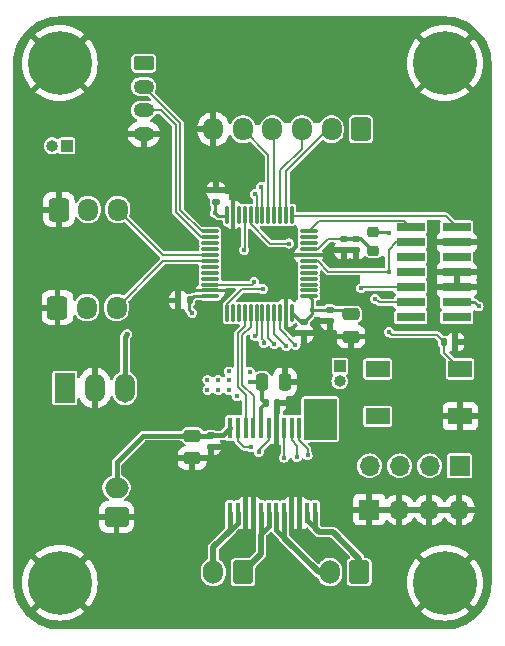
<source format=gbr>
%TF.GenerationSoftware,KiCad,Pcbnew,8.0.8*%
%TF.CreationDate,2025-02-05T17:51:18+01:00*%
%TF.ProjectId,Janus_finalV,4a616e75-735f-4666-996e-616c562e6b69,rev?*%
%TF.SameCoordinates,Original*%
%TF.FileFunction,Copper,L1,Top*%
%TF.FilePolarity,Positive*%
%FSLAX46Y46*%
G04 Gerber Fmt 4.6, Leading zero omitted, Abs format (unit mm)*
G04 Created by KiCad (PCBNEW 8.0.8) date 2025-02-05 17:51:18*
%MOMM*%
%LPD*%
G01*
G04 APERTURE LIST*
G04 Aperture macros list*
%AMRoundRect*
0 Rectangle with rounded corners*
0 $1 Rounding radius*
0 $2 $3 $4 $5 $6 $7 $8 $9 X,Y pos of 4 corners*
0 Add a 4 corners polygon primitive as box body*
4,1,4,$2,$3,$4,$5,$6,$7,$8,$9,$2,$3,0*
0 Add four circle primitives for the rounded corners*
1,1,$1+$1,$2,$3*
1,1,$1+$1,$4,$5*
1,1,$1+$1,$6,$7*
1,1,$1+$1,$8,$9*
0 Add four rect primitives between the rounded corners*
20,1,$1+$1,$2,$3,$4,$5,0*
20,1,$1+$1,$4,$5,$6,$7,0*
20,1,$1+$1,$6,$7,$8,$9,0*
20,1,$1+$1,$8,$9,$2,$3,0*%
G04 Aperture macros list end*
%TA.AperFunction,ComponentPad*%
%ADD10R,1.700000X1.700000*%
%TD*%
%TA.AperFunction,ComponentPad*%
%ADD11O,1.700000X1.700000*%
%TD*%
%TA.AperFunction,ComponentPad*%
%ADD12C,5.400000*%
%TD*%
%TA.AperFunction,SMDPad,CuDef*%
%ADD13RoundRect,0.140000X-0.140000X-0.170000X0.140000X-0.170000X0.140000X0.170000X-0.140000X0.170000X0*%
%TD*%
%TA.AperFunction,SMDPad,CuDef*%
%ADD14R,2.400000X0.740000*%
%TD*%
%TA.AperFunction,ComponentPad*%
%ADD15RoundRect,0.250000X-0.625000X0.350000X-0.625000X-0.350000X0.625000X-0.350000X0.625000X0.350000X0*%
%TD*%
%TA.AperFunction,ComponentPad*%
%ADD16O,1.750000X1.200000*%
%TD*%
%TA.AperFunction,ComponentPad*%
%ADD17R,1.000000X1.000000*%
%TD*%
%TA.AperFunction,ComponentPad*%
%ADD18O,1.000000X1.000000*%
%TD*%
%TA.AperFunction,SMDPad,CuDef*%
%ADD19R,2.000000X1.400000*%
%TD*%
%TA.AperFunction,SMDPad,CuDef*%
%ADD20RoundRect,0.218750X0.256250X-0.218750X0.256250X0.218750X-0.256250X0.218750X-0.256250X-0.218750X0*%
%TD*%
%TA.AperFunction,ComponentPad*%
%ADD21R,1.700000X2.500000*%
%TD*%
%TA.AperFunction,ComponentPad*%
%ADD22O,1.700000X2.500000*%
%TD*%
%TA.AperFunction,SMDPad,CuDef*%
%ADD23RoundRect,0.140000X-0.170000X0.140000X-0.170000X-0.140000X0.170000X-0.140000X0.170000X0.140000X0*%
%TD*%
%TA.AperFunction,SMDPad,CuDef*%
%ADD24RoundRect,0.250000X-0.250000X-0.475000X0.250000X-0.475000X0.250000X0.475000X-0.250000X0.475000X0*%
%TD*%
%TA.AperFunction,SMDPad,CuDef*%
%ADD25R,0.450000X1.750000*%
%TD*%
%TA.AperFunction,ComponentPad*%
%ADD26RoundRect,0.250000X-0.600000X-0.725000X0.600000X-0.725000X0.600000X0.725000X-0.600000X0.725000X0*%
%TD*%
%TA.AperFunction,ComponentPad*%
%ADD27O,1.700000X1.950000*%
%TD*%
%TA.AperFunction,SMDPad,CuDef*%
%ADD28RoundRect,0.140000X0.170000X-0.140000X0.170000X0.140000X-0.170000X0.140000X-0.170000X-0.140000X0*%
%TD*%
%TA.AperFunction,SMDPad,CuDef*%
%ADD29RoundRect,0.250000X-0.475000X0.250000X-0.475000X-0.250000X0.475000X-0.250000X0.475000X0.250000X0*%
%TD*%
%TA.AperFunction,SMDPad,CuDef*%
%ADD30RoundRect,0.140000X0.140000X0.170000X-0.140000X0.170000X-0.140000X-0.170000X0.140000X-0.170000X0*%
%TD*%
%TA.AperFunction,SMDPad,CuDef*%
%ADD31RoundRect,0.075000X0.662500X0.075000X-0.662500X0.075000X-0.662500X-0.075000X0.662500X-0.075000X0*%
%TD*%
%TA.AperFunction,SMDPad,CuDef*%
%ADD32RoundRect,0.075000X0.075000X0.662500X-0.075000X0.662500X-0.075000X-0.662500X0.075000X-0.662500X0*%
%TD*%
%TA.AperFunction,ComponentPad*%
%ADD33RoundRect,0.250000X0.600000X0.725000X-0.600000X0.725000X-0.600000X-0.725000X0.600000X-0.725000X0*%
%TD*%
%TA.AperFunction,ComponentPad*%
%ADD34RoundRect,0.250000X0.600000X0.750000X-0.600000X0.750000X-0.600000X-0.750000X0.600000X-0.750000X0*%
%TD*%
%TA.AperFunction,ComponentPad*%
%ADD35O,1.700000X2.000000*%
%TD*%
%TA.AperFunction,ComponentPad*%
%ADD36RoundRect,0.250000X0.750000X-0.600000X0.750000X0.600000X-0.750000X0.600000X-0.750000X-0.600000X0*%
%TD*%
%TA.AperFunction,ComponentPad*%
%ADD37O,2.000000X1.700000*%
%TD*%
%TA.AperFunction,ViaPad*%
%ADD38C,0.450000*%
%TD*%
%TA.AperFunction,Conductor*%
%ADD39C,0.400000*%
%TD*%
%TA.AperFunction,Conductor*%
%ADD40C,0.300000*%
%TD*%
%TA.AperFunction,Conductor*%
%ADD41C,0.250000*%
%TD*%
%TA.AperFunction,Conductor*%
%ADD42C,0.200000*%
%TD*%
%TA.AperFunction,Conductor*%
%ADD43C,0.500000*%
%TD*%
G04 APERTURE END LIST*
D10*
%TO.P,J14,1,Pin_1*%
%TO.N,GND*%
X140600000Y-79400000D03*
D11*
%TO.P,J14,2,Pin_2*%
X143140000Y-79400000D03*
%TO.P,J14,3,Pin_3*%
X145680000Y-79400000D03*
%TO.P,J14,4,Pin_4*%
X148220000Y-79400000D03*
%TD*%
D12*
%TO.P,H2,1,1*%
%TO.N,GND*%
X147000000Y-85600000D03*
%TD*%
D13*
%TO.P,C11,1*%
%TO.N,NRST*%
X146920000Y-65200000D03*
%TO.P,C11,2*%
%TO.N,GND*%
X147880000Y-65200000D03*
%TD*%
D14*
%TO.P,J7,1,NC*%
%TO.N,unconnected-(J7-NC-Pad1)*%
X148000000Y-63110000D03*
%TO.P,J7,2,NC*%
%TO.N,unconnected-(J7-NC-Pad2)*%
X144100000Y-63110000D03*
%TO.P,J7,3,VCC*%
%TO.N,+3.3V*%
X148000000Y-61840000D03*
%TO.P,J7,4,JTMS/SWDIO*%
%TO.N,SWDIO*%
X144100000Y-61840000D03*
%TO.P,J7,5,GND*%
%TO.N,GND*%
X148000000Y-60570000D03*
%TO.P,J7,6,JCLK/SWCLK*%
%TO.N,SWCLK*%
X144100000Y-60570000D03*
%TO.P,J7,7,GND*%
%TO.N,GND*%
X148000000Y-59300000D03*
%TO.P,J7,8,JTDO/SWO*%
%TO.N,unconnected-(J7-JTDO{slash}SWO-Pad8)*%
X144100000Y-59300000D03*
%TO.P,J7,9,JRCLK/NC*%
%TO.N,unconnected-(J7-JRCLK{slash}NC-Pad9)*%
X148000000Y-58030000D03*
%TO.P,J7,10,JTDI/NC*%
%TO.N,unconnected-(J7-JTDI{slash}NC-Pad10)*%
X144100000Y-58030000D03*
%TO.P,J7,11,GNDDetect*%
%TO.N,GND*%
X148000000Y-56760000D03*
%TO.P,J7,12,~{RST}*%
%TO.N,NRST*%
X144100000Y-56760000D03*
%TO.P,J7,13,VCP_RX*%
%TO.N,STLINK_RX*%
X148000000Y-55490000D03*
%TO.P,J7,14,VCP_TX*%
%TO.N,STLINK_TX*%
X144100000Y-55490000D03*
%TD*%
D15*
%TO.P,J2,1,Pin_1*%
%TO.N,+5V*%
X121500000Y-41600000D03*
D16*
%TO.P,J2,2,Pin_2*%
%TO.N,Triger*%
X121500000Y-43600000D03*
%TO.P,J2,3,Pin_3*%
%TO.N,Echo*%
X121500000Y-45600000D03*
%TO.P,J2,4,Pin_4*%
%TO.N,GND*%
X121500000Y-47600000D03*
%TD*%
D17*
%TO.P,J13,1,Pin_1*%
%TO.N,+3.3V*%
X138100000Y-67250000D03*
D18*
%TO.P,J13,2,Pin_2*%
X138100000Y-68520000D03*
%TD*%
D19*
%TO.P,Switch1,1*%
%TO.N,GND*%
X148300000Y-71500000D03*
%TO.P,Switch1,2*%
%TO.N,unconnected-(Switch1-Pad2)*%
X141300000Y-71500000D03*
%TO.P,Switch1,3*%
%TO.N,NRST*%
X148300000Y-67500000D03*
%TO.P,Switch1,4*%
%TO.N,unconnected-(Switch1-Pad4)*%
X141300000Y-67500000D03*
%TD*%
D20*
%TO.P,L1,1,1*%
%TO.N,+3.3VA*%
X140950000Y-57487500D03*
%TO.P,L1,2,2*%
%TO.N,+3.3V*%
X140950000Y-55912500D03*
%TD*%
D21*
%TO.P,J4,1,IN*%
%TO.N,+7.5V*%
X114820000Y-69100000D03*
D22*
%TO.P,J4,2,GND*%
%TO.N,GND*%
X117360000Y-69100000D03*
%TO.P,J4,3,OUT*%
%TO.N,+5V*%
X119900000Y-69100000D03*
%TD*%
D23*
%TO.P,C10,1*%
%TO.N,+3.3V*%
X137250000Y-62470000D03*
%TO.P,C10,2*%
%TO.N,GND*%
X137250000Y-63430000D03*
%TD*%
D12*
%TO.P,H1,1,1*%
%TO.N,GND*%
X114400000Y-41600000D03*
%TD*%
D23*
%TO.P,C12,1*%
%TO.N,+3.3V*%
X135100000Y-63520000D03*
%TO.P,C12,2*%
%TO.N,GND*%
X135100000Y-64480000D03*
%TD*%
D24*
%TO.P,C4,1*%
%TO.N,+3.3V*%
X131550000Y-68600000D03*
%TO.P,C4,2*%
%TO.N,GND*%
X133450000Y-68600000D03*
%TD*%
D25*
%TO.P,Driver1,1,AO1*%
%TO.N,AO1*%
X128825000Y-79700000D03*
%TO.P,Driver1,2,AO1*%
X129475000Y-79700000D03*
%TO.P,Driver1,3,PGND1*%
%TO.N,GND*%
X130125000Y-79700000D03*
%TO.P,Driver1,4,PGND1*%
X130775000Y-79700000D03*
%TO.P,Driver1,5,AO2*%
%TO.N,AO2*%
X131425000Y-79700000D03*
%TO.P,Driver1,6,AO2*%
X132075000Y-79700000D03*
%TO.P,Driver1,7,BO2*%
%TO.N,BO2*%
X132725000Y-79700000D03*
%TO.P,Driver1,8,BO2*%
X133375000Y-79700000D03*
%TO.P,Driver1,9,PGND2*%
%TO.N,GND*%
X134025000Y-79700000D03*
%TO.P,Driver1,10,PGND2*%
X134675000Y-79700000D03*
%TO.P,Driver1,11,BO1*%
%TO.N,BO1*%
X135325000Y-79700000D03*
%TO.P,Driver1,12,BO1*%
X135975000Y-79700000D03*
%TO.P,Driver1,13,VM2*%
%TO.N,+7.5V*%
X135975000Y-72500000D03*
%TO.P,Driver1,14,VM3*%
X135325000Y-72500000D03*
%TO.P,Driver1,15,PWMB*%
%TO.N,PWMB*%
X134675000Y-72500000D03*
%TO.P,Driver1,16,BIN2*%
%TO.N,BIN2*%
X134025000Y-72500000D03*
%TO.P,Driver1,17,BIN1*%
%TO.N,BIN1*%
X133375000Y-72500000D03*
%TO.P,Driver1,18,GND*%
%TO.N,GND*%
X132725000Y-72500000D03*
%TO.P,Driver1,19,STBY*%
%TO.N,STBY*%
X132075000Y-72500000D03*
%TO.P,Driver1,20,VCC*%
%TO.N,+3.3V*%
X131425000Y-72500000D03*
%TO.P,Driver1,21,AIN1*%
%TO.N,AIN1*%
X130775000Y-72500000D03*
%TO.P,Driver1,22,AIN2*%
%TO.N,AIN2*%
X130125000Y-72500000D03*
%TO.P,Driver1,23,PWMA*%
%TO.N,PWMA*%
X129475000Y-72500000D03*
%TO.P,Driver1,24,VM1*%
%TO.N,+7.5V*%
X128825000Y-72500000D03*
%TD*%
D26*
%TO.P,J5,1,Pin_1*%
%TO.N,GND*%
X114200000Y-62300000D03*
D27*
%TO.P,J5,2,Pin_2*%
%TO.N,+5V*%
X116700000Y-62300000D03*
%TO.P,J5,3,Pin_3*%
%TO.N,PWM_Servo2*%
X119200000Y-62300000D03*
%TD*%
D23*
%TO.P,C14,1*%
%TO.N,+3.3VA*%
X139500000Y-56470000D03*
%TO.P,C14,2*%
%TO.N,GND*%
X139500000Y-57430000D03*
%TD*%
D26*
%TO.P,J6,1,Pin_1*%
%TO.N,GND*%
X114300000Y-54000000D03*
D27*
%TO.P,J6,2,Pin_2*%
%TO.N,+5V*%
X116800000Y-54000000D03*
%TO.P,J6,3,Pin_3*%
%TO.N,PWM_Servo1*%
X119300000Y-54000000D03*
%TD*%
D17*
%TO.P,J12,1,Pin_1*%
%TO.N,+5V*%
X115000000Y-48600000D03*
D18*
%TO.P,J12,2,Pin_2*%
X113730000Y-48600000D03*
%TD*%
D10*
%TO.P,J11,1,Pin_1*%
%TO.N,GPIO1*%
X148240000Y-75700000D03*
D11*
%TO.P,J11,2,Pin_2*%
%TO.N,GPIO2*%
X145700000Y-75700000D03*
%TO.P,J11,3,Pin_3*%
%TO.N,GPIO3*%
X143160000Y-75700000D03*
%TO.P,J11,4,Pin_4*%
%TO.N,GPIO4*%
X140620000Y-75700000D03*
%TD*%
D23*
%TO.P,C5,1*%
%TO.N,+7.5V*%
X127200000Y-73120000D03*
%TO.P,C5,2*%
%TO.N,GND*%
X127200000Y-74080000D03*
%TD*%
D13*
%TO.P,C3,1*%
%TO.N,+3.3V*%
X131820000Y-70400000D03*
%TO.P,C3,2*%
%TO.N,GND*%
X132780000Y-70400000D03*
%TD*%
D12*
%TO.P,H3,1,1*%
%TO.N,GND*%
X147000000Y-41600000D03*
%TD*%
D28*
%TO.P,C8,1*%
%TO.N,+3.3V*%
X127600000Y-53330000D03*
%TO.P,C8,2*%
%TO.N,GND*%
X127600000Y-52370000D03*
%TD*%
D29*
%TO.P,C6,1*%
%TO.N,+7.5V*%
X125600000Y-73150000D03*
%TO.P,C6,2*%
%TO.N,GND*%
X125600000Y-75050000D03*
%TD*%
D30*
%TO.P,C9,1*%
%TO.N,+3.3V*%
X125380000Y-61700000D03*
%TO.P,C9,2*%
%TO.N,GND*%
X124420000Y-61700000D03*
%TD*%
D31*
%TO.P,U1,1,VBAT*%
%TO.N,+3.3V*%
X135462500Y-61350000D03*
%TO.P,U1,2,PC13*%
%TO.N,unconnected-(U1-PC13-Pad2)*%
X135462500Y-60850000D03*
%TO.P,U1,3,PC14*%
%TO.N,unconnected-(U1-PC14-Pad3)*%
X135462500Y-60350000D03*
%TO.P,U1,4,PC15*%
%TO.N,unconnected-(U1-PC15-Pad4)*%
X135462500Y-59850000D03*
%TO.P,U1,5,PH0*%
%TO.N,unconnected-(U1-PH0-Pad5)*%
X135462500Y-59350000D03*
%TO.P,U1,6,PH1*%
%TO.N,unconnected-(U1-PH1-Pad6)*%
X135462500Y-58850000D03*
%TO.P,U1,7,NRST*%
%TO.N,NRST*%
X135462500Y-58350000D03*
%TO.P,U1,8,VSSA*%
%TO.N,GND*%
X135462500Y-57850000D03*
%TO.P,U1,9,VDDA*%
%TO.N,+3.3VA*%
X135462500Y-57350000D03*
%TO.P,U1,10,PA0*%
%TO.N,unconnected-(U1-PA0-Pad10)*%
X135462500Y-56850000D03*
%TO.P,U1,11,PA1*%
%TO.N,unconnected-(U1-PA1-Pad11)*%
X135462500Y-56350000D03*
%TO.P,U1,12,PA2*%
%TO.N,STLINK_TX*%
X135462500Y-55850000D03*
D32*
%TO.P,U1,13,PA3*%
%TO.N,STLINK_RX*%
X134050000Y-54437500D03*
%TO.P,U1,14,PA4*%
%TO.N,IR_1*%
X133550000Y-54437500D03*
%TO.P,U1,15,PA5*%
%TO.N,IR_2*%
X133050000Y-54437500D03*
%TO.P,U1,16,PA6*%
%TO.N,IR_3*%
X132550000Y-54437500D03*
%TO.P,U1,17,PA7*%
%TO.N,IR_4*%
X132050000Y-54437500D03*
%TO.P,U1,18,PB0*%
%TO.N,GPIO1*%
X131550000Y-54437500D03*
%TO.P,U1,19,PB1*%
%TO.N,GPIO2*%
X131050000Y-54437500D03*
%TO.P,U1,20,PB2*%
%TO.N,GPIO3*%
X130550000Y-54437500D03*
%TO.P,U1,21,PB10*%
%TO.N,GPIO4*%
X130050000Y-54437500D03*
%TO.P,U1,22,PB11*%
%TO.N,unconnected-(U1-PB11-Pad22)*%
X129550000Y-54437500D03*
%TO.P,U1,23,VSS*%
%TO.N,GND*%
X129050000Y-54437500D03*
%TO.P,U1,24,VDD*%
%TO.N,+3.3V*%
X128550000Y-54437500D03*
D31*
%TO.P,U1,25,PB12*%
%TO.N,Triger*%
X127137500Y-55850000D03*
%TO.P,U1,26,PB13*%
%TO.N,Echo*%
X127137500Y-56350000D03*
%TO.P,U1,27,PB14*%
%TO.N,unconnected-(U1-PB14-Pad27)*%
X127137500Y-56850000D03*
%TO.P,U1,28,PB15*%
%TO.N,unconnected-(U1-PB15-Pad28)*%
X127137500Y-57350000D03*
%TO.P,U1,29,PA8*%
%TO.N,PWM_Servo1*%
X127137500Y-57850000D03*
%TO.P,U1,30,PA9*%
%TO.N,PWM_Servo2*%
X127137500Y-58350000D03*
%TO.P,U1,31,PA10*%
%TO.N,unconnected-(U1-PA10-Pad31)*%
X127137500Y-58850000D03*
%TO.P,U1,32,PA11*%
%TO.N,unconnected-(U1-PA11-Pad32)*%
X127137500Y-59350000D03*
%TO.P,U1,33,PA12*%
%TO.N,unconnected-(U1-PA12-Pad33)*%
X127137500Y-59850000D03*
%TO.P,U1,34,PA13*%
%TO.N,SWDIO*%
X127137500Y-60350000D03*
%TO.P,U1,35,VSS*%
%TO.N,GND*%
X127137500Y-60850000D03*
%TO.P,U1,36,VDD*%
%TO.N,+3.3V*%
X127137500Y-61350000D03*
D32*
%TO.P,U1,37,PA14*%
%TO.N,SWCLK*%
X128550000Y-62762500D03*
%TO.P,U1,38,PA15*%
%TO.N,unconnected-(U1-PA15-Pad38)*%
X129050000Y-62762500D03*
%TO.P,U1,39,PB3*%
%TO.N,unconnected-(U1-PB3-Pad39)*%
X129550000Y-62762500D03*
%TO.P,U1,40,PB4*%
%TO.N,AIN2*%
X130050000Y-62762500D03*
%TO.P,U1,41,PB5*%
%TO.N,AIN1*%
X130550000Y-62762500D03*
%TO.P,U1,42,PB6*%
%TO.N,PWMA*%
X131050000Y-62762500D03*
%TO.P,U1,43,PB7*%
%TO.N,STBY*%
X131550000Y-62762500D03*
%TO.P,U1,44,PH3*%
%TO.N,BIN1*%
X132050000Y-62762500D03*
%TO.P,U1,45,PB8*%
%TO.N,BIN2*%
X132550000Y-62762500D03*
%TO.P,U1,46,PB9*%
%TO.N,PWMB*%
X133050000Y-62762500D03*
%TO.P,U1,47,VSS*%
%TO.N,GND*%
X133550000Y-62762500D03*
%TO.P,U1,48,VDD*%
%TO.N,+3.3V*%
X134050000Y-62762500D03*
%TD*%
D12*
%TO.P,H4,1,1*%
%TO.N,GND*%
X114400000Y-85600000D03*
%TD*%
D33*
%TO.P,J8,1,Pin_1*%
%TO.N,+5V*%
X139900000Y-47200000D03*
D27*
%TO.P,J8,2,Pin_2*%
%TO.N,IR_1*%
X137400000Y-47200000D03*
%TO.P,J8,3,Pin_3*%
%TO.N,IR_2*%
X134900000Y-47200000D03*
%TO.P,J8,4,Pin_4*%
%TO.N,IR_3*%
X132400000Y-47200000D03*
%TO.P,J8,5,Pin_5*%
%TO.N,IR_4*%
X129900000Y-47200000D03*
%TO.P,J8,6,Pin_6*%
%TO.N,GND*%
X127400000Y-47200000D03*
%TD*%
D23*
%TO.P,C13,1*%
%TO.N,+3.3VA*%
X138450000Y-56470000D03*
%TO.P,C13,2*%
%TO.N,GND*%
X138450000Y-57430000D03*
%TD*%
D29*
%TO.P,C7,1*%
%TO.N,+3.3V*%
X139050000Y-62850000D03*
%TO.P,C7,2*%
%TO.N,GND*%
X139050000Y-64750000D03*
%TD*%
D34*
%TO.P,J9,1,Pin_1*%
%TO.N,AO2*%
X129900000Y-84700000D03*
D35*
%TO.P,J9,2,Pin_2*%
%TO.N,AO1*%
X127400000Y-84700000D03*
%TD*%
D36*
%TO.P,J1,1,Pin_1*%
%TO.N,GND*%
X119200000Y-80050000D03*
D37*
%TO.P,J1,2,Pin_2*%
%TO.N,+7.5V*%
X119200000Y-77550000D03*
%TD*%
D34*
%TO.P,J10,1,Pin_1*%
%TO.N,BO1*%
X139750000Y-84700000D03*
D35*
%TO.P,J10,2,Pin_2*%
%TO.N,BO2*%
X137250000Y-84700000D03*
%TD*%
D38*
%TO.N,GND*%
X150500000Y-71240000D03*
X150500000Y-61080000D03*
X125300000Y-69300000D03*
X123550000Y-57100000D03*
X132170000Y-39400000D03*
X134710000Y-41940000D03*
X124550000Y-39400000D03*
X129400000Y-71100000D03*
X135870000Y-89150000D03*
X128700000Y-60950000D03*
X118090000Y-89150000D03*
X133340000Y-87280000D03*
X110950000Y-53110000D03*
X120630000Y-89150000D03*
X130800000Y-87280000D03*
X138500000Y-70600000D03*
X110950000Y-55650000D03*
X122020000Y-38000000D03*
X134720000Y-38000000D03*
X130500000Y-65800000D03*
X123550000Y-59000000D03*
X129630000Y-44480000D03*
X117680000Y-74040000D03*
X149020000Y-64750000D03*
X129000000Y-77050000D03*
X137050000Y-74700000D03*
X122300000Y-74460000D03*
X112650000Y-64350000D03*
X112600000Y-74040000D03*
X130790000Y-89150000D03*
X130530000Y-51640000D03*
X135880000Y-87280000D03*
X123500000Y-47400000D03*
X115140000Y-81330000D03*
X136300000Y-82800000D03*
X125450000Y-49100000D03*
X110950000Y-75970000D03*
X122300000Y-64500000D03*
X128750000Y-74050000D03*
X144880000Y-38000000D03*
X146460000Y-82140000D03*
X150500000Y-68700000D03*
X142350000Y-41950000D03*
X139790000Y-41940000D03*
X123180000Y-87280000D03*
X137250000Y-44480000D03*
X136000000Y-49450000D03*
X134100000Y-59400000D03*
X118430000Y-48040000D03*
X138410000Y-89150000D03*
X124840000Y-71920000D03*
X122300000Y-71920000D03*
X112650000Y-66890000D03*
X131540000Y-77050000D03*
X137250000Y-39400000D03*
X125720000Y-84740000D03*
X150500000Y-73780000D03*
X115040000Y-56300000D03*
X118430000Y-50580000D03*
X150500000Y-81400000D03*
X149000000Y-82140000D03*
X150500000Y-43300000D03*
X110950000Y-83590000D03*
X144500000Y-67840000D03*
X123500000Y-52480000D03*
X150500000Y-76320000D03*
X147430000Y-51980000D03*
X130450000Y-75100000D03*
X112600000Y-78790000D03*
X136100000Y-63600000D03*
X143920000Y-82140000D03*
X117730000Y-66890000D03*
X150500000Y-78860000D03*
X134650000Y-68450000D03*
X139800000Y-38000000D03*
X126980000Y-76550000D03*
X118100000Y-87280000D03*
X110950000Y-78510000D03*
X129100000Y-82800000D03*
X118430000Y-45500000D03*
X150500000Y-50920000D03*
X118100000Y-84740000D03*
X110950000Y-63270000D03*
X110950000Y-45490000D03*
X110950000Y-60730000D03*
X142350000Y-49440000D03*
X116940000Y-38000000D03*
X127100000Y-38000000D03*
X134080000Y-77050000D03*
X117580000Y-56300000D03*
X141380000Y-84680000D03*
X142350000Y-44450000D03*
X110950000Y-58190000D03*
X122300000Y-60200000D03*
X118100000Y-82200000D03*
X144890000Y-51980000D03*
X134050000Y-64200000D03*
X129630000Y-41940000D03*
X123170000Y-89150000D03*
X139000000Y-58650000D03*
X120640000Y-82200000D03*
X110950000Y-70890000D03*
X150500000Y-83940000D03*
X115040000Y-58840000D03*
X122300000Y-66840000D03*
X125720000Y-82200000D03*
X127090000Y-41940000D03*
X141350000Y-89150000D03*
X128900000Y-65500000D03*
X128900000Y-66500000D03*
X125720000Y-87280000D03*
X150500000Y-56000000D03*
X141500000Y-58550000D03*
X110950000Y-81050000D03*
X123180000Y-84740000D03*
X115890000Y-45500000D03*
X117580000Y-58840000D03*
X130530000Y-49100000D03*
X127090000Y-44480000D03*
X135150000Y-84700000D03*
X118400000Y-39400000D03*
X120120000Y-56300000D03*
X146030000Y-89150000D03*
X121750000Y-73950000D03*
X133700000Y-83250000D03*
X128700000Y-56800000D03*
X112500000Y-58840000D03*
X144890000Y-49440000D03*
X115190000Y-66890000D03*
X113350000Y-45500000D03*
X120640000Y-84740000D03*
X125710000Y-89150000D03*
X142600000Y-53800000D03*
X144890000Y-46900000D03*
X124440000Y-76550000D03*
X132100000Y-61500000D03*
X126980000Y-79090000D03*
X137200000Y-57400000D03*
X150500000Y-45840000D03*
X124250000Y-55250000D03*
X129650000Y-74550000D03*
X125450000Y-51640000D03*
X138540000Y-49450000D03*
X135100000Y-81700000D03*
X121850000Y-55450000D03*
X132600000Y-57400000D03*
X124550000Y-41940000D03*
X137250000Y-64700000D03*
X137750000Y-58650000D03*
X139790000Y-44480000D03*
X118400000Y-41940000D03*
X144500000Y-72920000D03*
X129640000Y-38000000D03*
X122300000Y-58050000D03*
X147430000Y-49440000D03*
X142350000Y-39400000D03*
X134710000Y-39400000D03*
X150500000Y-48380000D03*
X130100000Y-59700000D03*
X127090000Y-39400000D03*
X134650000Y-69500000D03*
X124440000Y-79090000D03*
X122300000Y-69800000D03*
X145900000Y-56700000D03*
X123500000Y-73950000D03*
X137000000Y-69400000D03*
X115550000Y-89150000D03*
X144500000Y-70380000D03*
X120600000Y-61850000D03*
X134000000Y-70200000D03*
X123500000Y-49940000D03*
X142340000Y-38000000D03*
X150500000Y-63620000D03*
X150500000Y-53460000D03*
X115140000Y-78790000D03*
X137000000Y-53900000D03*
X124560000Y-38000000D03*
X131100000Y-61500000D03*
X115140000Y-76250000D03*
X127990000Y-49100000D03*
X133330000Y-89150000D03*
X134100000Y-55800000D03*
X119480000Y-38000000D03*
X110950000Y-65810000D03*
X128260000Y-87280000D03*
X110950000Y-68350000D03*
X132180000Y-38000000D03*
X120000000Y-75900000D03*
X134900000Y-53900000D03*
X110950000Y-50570000D03*
X112600000Y-71500000D03*
X141380000Y-87220000D03*
X125350000Y-60650000D03*
X134000000Y-71000000D03*
X120800000Y-74900000D03*
X147430000Y-46900000D03*
X137750000Y-82800000D03*
X125750000Y-57050000D03*
X130500000Y-66650000D03*
X115140000Y-71500000D03*
X138500000Y-72600000D03*
X124550000Y-44480000D03*
X120640000Y-87280000D03*
X124650000Y-59000000D03*
X128700000Y-58300000D03*
X130200000Y-81900000D03*
X134600000Y-50800000D03*
X115190000Y-64350000D03*
X112600000Y-81330000D03*
X123180000Y-82200000D03*
X150500000Y-58540000D03*
X128700000Y-59700000D03*
X121900000Y-79090000D03*
X128250000Y-89150000D03*
X132350000Y-81900000D03*
X141380000Y-82140000D03*
X117730000Y-64350000D03*
X142350000Y-46900000D03*
X130100000Y-61500000D03*
X127380000Y-71920000D03*
X126650000Y-62100000D03*
X133450000Y-67250000D03*
X115140000Y-74040000D03*
X144000000Y-64000000D03*
X134100000Y-61100000D03*
X143490000Y-89150000D03*
X132600000Y-55800000D03*
X141400000Y-64750000D03*
X142350000Y-51980000D03*
X121900000Y-76550000D03*
X132170000Y-44480000D03*
X137250000Y-41940000D03*
X132170000Y-41940000D03*
X129630000Y-39400000D03*
X117680000Y-71500000D03*
X120120000Y-58840000D03*
X138420000Y-87280000D03*
X110950000Y-48030000D03*
X110950000Y-42950000D03*
X150500000Y-66160000D03*
X112500000Y-56300000D03*
X134710000Y-44480000D03*
X137260000Y-38000000D03*
X125850000Y-59000000D03*
X136620000Y-77050000D03*
X112600000Y-76250000D03*
X139790000Y-39400000D03*
X140400000Y-58600000D03*
X144500000Y-65300000D03*
X110950000Y-73430000D03*
X125300000Y-68400000D03*
%TO.N,+5V*%
X120100000Y-64550000D03*
%TO.N,+3.3V*%
X127800000Y-69300000D03*
X135750000Y-62500000D03*
X129400000Y-69800000D03*
X127800000Y-68400000D03*
X126900000Y-69300000D03*
X130500000Y-67750000D03*
X128700000Y-69300000D03*
X126900000Y-68400000D03*
X142300000Y-55950000D03*
X128700000Y-68400000D03*
X127550000Y-54300000D03*
X130500001Y-68600001D03*
X149850000Y-62200000D03*
X125600000Y-62750000D03*
X128700000Y-67700000D03*
%TO.N,+7.5V*%
X137000000Y-72400000D03*
X137000000Y-73100000D03*
X137000000Y-70300000D03*
X137000000Y-71000000D03*
X137000000Y-71700000D03*
%TO.N,NRST*%
X142250000Y-59300000D03*
X142250000Y-64350000D03*
%TO.N,BIN2*%
X133553652Y-65526383D03*
X134471232Y-74971232D03*
%TO.N,PWMA*%
X130950000Y-64726818D03*
X130550000Y-74100000D03*
%TO.N,BIN1*%
X132571082Y-65392343D03*
X133400000Y-75000000D03*
%TO.N,STBY*%
X131235996Y-74511598D03*
X131655548Y-65325339D03*
%TO.N,PWMB*%
X134350000Y-65450000D03*
X135380853Y-74804075D03*
%TO.N,SWCLK*%
X139925735Y-60674265D03*
X131600000Y-60700000D03*
%TO.N,SWDIO*%
X130850934Y-60150000D03*
X141100000Y-61550000D03*
%TO.N,GPIO4*%
X130000000Y-57400000D03*
%TO.N,GPIO2*%
X130950000Y-52700000D03*
%TO.N,GPIO1*%
X131450000Y-52075499D03*
%TO.N,GPIO3*%
X133800000Y-56875000D03*
%TD*%
D39*
%TO.N,+5V*%
X120100000Y-64550000D02*
X119900000Y-64750000D01*
X119900000Y-64750000D02*
X119900000Y-69100000D01*
D40*
%TO.N,+3.3V*%
X130500001Y-68600001D02*
X131549999Y-68600001D01*
D41*
X125380000Y-61700000D02*
X125730000Y-61350000D01*
X134807500Y-63520000D02*
X134050000Y-62762500D01*
X142300000Y-55950000D02*
X142262500Y-55912500D01*
D40*
X131550000Y-68600000D02*
X131550000Y-70130000D01*
X131425000Y-70795000D02*
X131425000Y-72500000D01*
D41*
X127550000Y-53380000D02*
X127600000Y-53330000D01*
D40*
X131550000Y-70130000D02*
X131820000Y-70400000D01*
D41*
X125600000Y-62750000D02*
X125300000Y-62450000D01*
X135750000Y-62870000D02*
X135100000Y-63520000D01*
X135750000Y-62500000D02*
X135750000Y-61637500D01*
X127800000Y-54550000D02*
X128437500Y-54550000D01*
X142262500Y-55912500D02*
X140950000Y-55912500D01*
X149850000Y-62200000D02*
X149490000Y-61840000D01*
X137220000Y-62500000D02*
X137250000Y-62470000D01*
X125730000Y-61350000D02*
X127137500Y-61350000D01*
X127550000Y-54300000D02*
X127800000Y-54550000D01*
X135750000Y-62500000D02*
X137220000Y-62500000D01*
X138670000Y-62470000D02*
X139050000Y-62850000D01*
X135750000Y-61637500D02*
X135462500Y-61350000D01*
X135100000Y-63520000D02*
X134807500Y-63520000D01*
X149490000Y-61840000D02*
X148000000Y-61840000D01*
X127550000Y-54300000D02*
X127550000Y-53380000D01*
X125300000Y-62450000D02*
X125300000Y-61780000D01*
X135750000Y-62500000D02*
X135750000Y-62870000D01*
X125300000Y-61780000D02*
X125380000Y-61700000D01*
X128437500Y-54550000D02*
X128550000Y-54437500D01*
D40*
X131549999Y-68600001D02*
X131550000Y-68600000D01*
X131820000Y-70400000D02*
X131425000Y-70795000D01*
D41*
X137250000Y-62470000D02*
X138670000Y-62470000D01*
D39*
%TO.N,+7.5V*%
X127170000Y-73150000D02*
X127200000Y-73120000D01*
X125600000Y-73150000D02*
X127170000Y-73150000D01*
X119200000Y-75400000D02*
X121450000Y-73150000D01*
X128205000Y-73120000D02*
X128825000Y-72500000D01*
X127200000Y-73120000D02*
X128205000Y-73120000D01*
X119200000Y-77550000D02*
X119200000Y-75400000D01*
X121450000Y-73150000D02*
X125600000Y-73150000D01*
D42*
%TO.N,NRST*%
X146920000Y-65200000D02*
X146920000Y-66120000D01*
X142200000Y-59250000D02*
X137132410Y-59250000D01*
X146320000Y-64600000D02*
X146920000Y-65200000D01*
X142250000Y-57400000D02*
X142890000Y-56760000D01*
X137132410Y-59250000D02*
X136232410Y-58350000D01*
X142890000Y-56760000D02*
X144100000Y-56760000D01*
X136232410Y-58350000D02*
X135462500Y-58350000D01*
X146920000Y-66120000D02*
X148300000Y-67500000D01*
X142250000Y-59300000D02*
X142200000Y-59250000D01*
X142250000Y-59300000D02*
X142250000Y-57400000D01*
X142500000Y-64600000D02*
X146320000Y-64600000D01*
X142250000Y-64350000D02*
X142500000Y-64600000D01*
D40*
%TO.N,+3.3VA*%
X138450000Y-56470000D02*
X139500000Y-56470000D01*
D42*
X137112410Y-56470000D02*
X138450000Y-56470000D01*
X135462500Y-57350000D02*
X136232410Y-57350000D01*
X136232410Y-57350000D02*
X137112410Y-56470000D01*
D40*
X139932500Y-56470000D02*
X140950000Y-57487500D01*
X139500000Y-56470000D02*
X139932500Y-56470000D01*
D42*
%TO.N,AIN2*%
X130050000Y-62762500D02*
X130050000Y-63884314D01*
X130125000Y-69709925D02*
X130125000Y-72500000D01*
X130050000Y-63884314D02*
X129450000Y-64484314D01*
X129450000Y-69034925D02*
X130125000Y-69709925D01*
X129450000Y-64484314D02*
X129450000Y-69034925D01*
%TO.N,BIN2*%
X134471232Y-74971232D02*
X134471232Y-73996232D01*
X134471232Y-73996232D02*
X134025000Y-73550000D01*
X133553652Y-65526383D02*
X132550000Y-64522731D01*
X134025000Y-73550000D02*
X134025000Y-72500000D01*
X132550000Y-64522731D02*
X132550000Y-62762500D01*
D39*
%TO.N,BO2*%
X132725000Y-79700000D02*
X132725000Y-81125000D01*
D43*
X133375000Y-81775000D02*
X136300000Y-84700000D01*
X136300000Y-84700000D02*
X137250000Y-84700000D01*
D39*
X133375000Y-79700000D02*
X133375000Y-81775000D01*
X132725000Y-81125000D02*
X133375000Y-81775000D01*
%TO.N,AO1*%
X129475000Y-80525000D02*
X128825000Y-81175000D01*
D43*
X127400000Y-82600000D02*
X127400000Y-84700000D01*
D39*
X128825000Y-81175000D02*
X128825000Y-79700000D01*
X129475000Y-79700000D02*
X129475000Y-80525000D01*
D43*
X128825000Y-81175000D02*
X127400000Y-82600000D01*
D39*
%TO.N,BO1*%
X135325000Y-79700000D02*
X135325000Y-80275000D01*
X135975000Y-79700000D02*
X135975000Y-80925000D01*
D43*
X139750000Y-83550000D02*
X139750000Y-84700000D01*
X136350000Y-81300000D02*
X137500000Y-81300000D01*
X137500000Y-81300000D02*
X139750000Y-83550000D01*
D39*
X135325000Y-80275000D02*
X135975000Y-80925000D01*
D43*
X135975000Y-80925000D02*
X136350000Y-81300000D01*
D42*
%TO.N,PWMA*%
X131050000Y-64626818D02*
X131050000Y-62762500D01*
X130550000Y-74100000D02*
X130000000Y-74100000D01*
X130950000Y-64726818D02*
X131050000Y-64626818D01*
X129475000Y-73575000D02*
X129475000Y-72500000D01*
X130000000Y-74100000D02*
X129475000Y-73575000D01*
%TO.N,AIN1*%
X129850000Y-68869239D02*
X129850000Y-64650000D01*
X130800000Y-69819239D02*
X129850000Y-68869239D01*
X130800000Y-72475000D02*
X130800000Y-69819239D01*
X129850000Y-64650000D02*
X130550000Y-63950000D01*
X130775000Y-72500000D02*
X130800000Y-72475000D01*
X130550000Y-63950000D02*
X130550000Y-62762500D01*
%TO.N,BIN1*%
X132571082Y-65392343D02*
X132050000Y-64871261D01*
X133375000Y-73575000D02*
X133375000Y-72500000D01*
X132050000Y-64871261D02*
X132050000Y-62762500D01*
X133400000Y-73600000D02*
X133375000Y-73575000D01*
X133400000Y-75000000D02*
X133400000Y-73600000D01*
D39*
%TO.N,AO2*%
X131425000Y-81525000D02*
X131425000Y-79700000D01*
D43*
X131425000Y-83175000D02*
X129900000Y-84700000D01*
D39*
X131425000Y-81475000D02*
X131425000Y-81525000D01*
X132075000Y-79700000D02*
X132075000Y-80825000D01*
X132075000Y-80825000D02*
X131425000Y-81475000D01*
D43*
X131425000Y-81525000D02*
X131425000Y-83175000D01*
D42*
%TO.N,STBY*%
X131655548Y-65042495D02*
X131550000Y-64936947D01*
X131235996Y-74511598D02*
X131235996Y-74389004D01*
X131550000Y-64936947D02*
X131550000Y-62762500D01*
X131655548Y-65325339D02*
X131655548Y-65042495D01*
X132075000Y-73550000D02*
X132075000Y-72500000D01*
X131235996Y-74389004D02*
X132075000Y-73550000D01*
%TO.N,PWMB*%
X135380853Y-74804075D02*
X135380853Y-74255853D01*
X133052319Y-62764819D02*
X133050000Y-62762500D01*
X133052319Y-64152319D02*
X133052319Y-62764819D01*
X134675000Y-73550000D02*
X134675000Y-72500000D01*
X135380853Y-74255853D02*
X134675000Y-73550000D01*
X134350000Y-65450000D02*
X133052319Y-64152319D01*
%TO.N,Triger*%
X127137500Y-55850000D02*
X126433276Y-55850000D01*
X126433276Y-55850000D02*
X124600000Y-54016724D01*
X124600000Y-46700000D02*
X121500000Y-43600000D01*
X124600000Y-54016724D02*
X124600000Y-46700000D01*
%TO.N,Echo*%
X124200000Y-46865686D02*
X124200000Y-54182410D01*
X124200000Y-54182410D02*
X126367590Y-56350000D01*
X121500000Y-45600000D02*
X122934314Y-45600000D01*
X126367590Y-56350000D02*
X127137500Y-56350000D01*
X122934314Y-45600000D02*
X124200000Y-46865686D01*
%TO.N,PWM_Servo2*%
X123150000Y-58350000D02*
X119200000Y-62300000D01*
X127137500Y-58350000D02*
X123150000Y-58350000D01*
%TO.N,PWM_Servo1*%
X127137500Y-57850000D02*
X123150000Y-57850000D01*
X123150000Y-57850000D02*
X119300000Y-54000000D01*
%TO.N,SWCLK*%
X128550000Y-62762500D02*
X128550000Y-61992590D01*
X128817590Y-61725000D02*
X128825000Y-61725000D01*
X140030000Y-60570000D02*
X144100000Y-60570000D01*
X131550000Y-60750000D02*
X131600000Y-60700000D01*
X128550000Y-61992590D02*
X128817590Y-61725000D01*
X129800000Y-60750000D02*
X131550000Y-60750000D01*
X128825000Y-61725000D02*
X129800000Y-60750000D01*
X139925735Y-60674265D02*
X140030000Y-60570000D01*
%TO.N,SWDIO*%
X130650934Y-60350000D02*
X127137500Y-60350000D01*
X141390000Y-61840000D02*
X144100000Y-61840000D01*
X141100000Y-61550000D02*
X141390000Y-61840000D01*
X130850934Y-60150000D02*
X130650934Y-60350000D01*
%TO.N,STLINK_TX*%
X136362500Y-54950000D02*
X135462500Y-55850000D01*
X144100000Y-55490000D02*
X143560000Y-54950000D01*
X143560000Y-54950000D02*
X136362500Y-54950000D01*
%TO.N,STLINK_RX*%
X134162500Y-54550000D02*
X147060000Y-54550000D01*
X147060000Y-54550000D02*
X148000000Y-55490000D01*
X134050000Y-54437500D02*
X134162500Y-54550000D01*
%TO.N,IR_2*%
X133050000Y-50684314D02*
X133050000Y-54437500D01*
X134900000Y-48834314D02*
X133050000Y-50684314D01*
X134900000Y-47200000D02*
X134900000Y-48834314D01*
%TO.N,IR_4*%
X132050000Y-54437500D02*
X132050000Y-49350000D01*
X132050000Y-49350000D02*
X129900000Y-47200000D01*
%TO.N,IR_1*%
X137100000Y-47200000D02*
X133550000Y-50750000D01*
X137400000Y-47200000D02*
X137100000Y-47200000D01*
X133550000Y-50750000D02*
X133550000Y-54437500D01*
%TO.N,IR_3*%
X132400000Y-47200000D02*
X132550000Y-47350000D01*
X132550000Y-47350000D02*
X132550000Y-54437500D01*
%TO.N,GPIO4*%
X130050000Y-57350000D02*
X130050000Y-54437500D01*
X130000000Y-57400000D02*
X130050000Y-57350000D01*
%TO.N,GPIO2*%
X131050000Y-52800000D02*
X131050000Y-54437500D01*
X130950000Y-52700000D02*
X131050000Y-52800000D01*
%TO.N,GPIO1*%
X131550000Y-52175499D02*
X131550000Y-54437500D01*
X131450000Y-52075499D02*
X131550000Y-52175499D01*
%TO.N,GPIO3*%
X130550000Y-55207410D02*
X130550000Y-54437500D01*
X132217590Y-56875000D02*
X130550000Y-55207410D01*
X133800000Y-56875000D02*
X132217590Y-56875000D01*
%TD*%
%TA.AperFunction,Conductor*%
%TO.N,+7.5V*%
G36*
X137793039Y-70019685D02*
G01*
X137838794Y-70072489D01*
X137850000Y-70124000D01*
X137850000Y-73376000D01*
X137830315Y-73443039D01*
X137777511Y-73488794D01*
X137726000Y-73500000D01*
X135224500Y-73500000D01*
X135157461Y-73480315D01*
X135111706Y-73427511D01*
X135100500Y-73376000D01*
X135100500Y-71605249D01*
X135100499Y-71605247D01*
X135088868Y-71546773D01*
X135088867Y-71546772D01*
X135088867Y-71546769D01*
X135070897Y-71519876D01*
X135050020Y-71453199D01*
X135050000Y-71450986D01*
X135050000Y-70124000D01*
X135069685Y-70056961D01*
X135122489Y-70011206D01*
X135174000Y-70000000D01*
X137726000Y-70000000D01*
X137793039Y-70019685D01*
G37*
%TD.AperFunction*%
%TD*%
%TA.AperFunction,Conductor*%
%TO.N,GND*%
G36*
X142674075Y-79207007D02*
G01*
X142640000Y-79334174D01*
X142640000Y-79465826D01*
X142674075Y-79592993D01*
X142706988Y-79650000D01*
X141033012Y-79650000D01*
X141065925Y-79592993D01*
X141100000Y-79465826D01*
X141100000Y-79334174D01*
X141065925Y-79207007D01*
X141033012Y-79150000D01*
X142706988Y-79150000D01*
X142674075Y-79207007D01*
G37*
%TD.AperFunction*%
%TA.AperFunction,Conductor*%
G36*
X145214075Y-79207007D02*
G01*
X145180000Y-79334174D01*
X145180000Y-79465826D01*
X145214075Y-79592993D01*
X145246988Y-79650000D01*
X143573012Y-79650000D01*
X143605925Y-79592993D01*
X143640000Y-79465826D01*
X143640000Y-79334174D01*
X143605925Y-79207007D01*
X143573012Y-79150000D01*
X145246988Y-79150000D01*
X145214075Y-79207007D01*
G37*
%TD.AperFunction*%
%TA.AperFunction,Conductor*%
G36*
X147754075Y-79207007D02*
G01*
X147720000Y-79334174D01*
X147720000Y-79465826D01*
X147754075Y-79592993D01*
X147786988Y-79650000D01*
X146113012Y-79650000D01*
X146145925Y-79592993D01*
X146180000Y-79465826D01*
X146180000Y-79334174D01*
X146145925Y-79207007D01*
X146113012Y-79150000D01*
X147786988Y-79150000D01*
X147754075Y-79207007D01*
G37*
%TD.AperFunction*%
%TA.AperFunction,Conductor*%
G36*
X147002855Y-37650632D02*
G01*
X147358697Y-37667083D01*
X147370086Y-37668139D01*
X147720051Y-37716957D01*
X147731295Y-37719059D01*
X148075261Y-37799959D01*
X148086251Y-37803086D01*
X148421306Y-37915385D01*
X148431960Y-37919513D01*
X148755209Y-38062241D01*
X148765436Y-38067333D01*
X149006689Y-38201710D01*
X149074131Y-38239275D01*
X149083869Y-38245304D01*
X149331757Y-38415112D01*
X149375374Y-38444990D01*
X149384511Y-38451890D01*
X149656356Y-38677626D01*
X149664820Y-38685343D01*
X149914656Y-38935179D01*
X149922373Y-38943643D01*
X150148107Y-39215485D01*
X150155009Y-39224625D01*
X150354695Y-39516130D01*
X150360724Y-39525868D01*
X150532659Y-39834550D01*
X150537764Y-39844803D01*
X150680481Y-40168026D01*
X150684619Y-40178706D01*
X150796909Y-40513735D01*
X150800043Y-40524751D01*
X150880938Y-40868696D01*
X150883043Y-40879955D01*
X150931859Y-41229905D01*
X150932916Y-41241309D01*
X150949368Y-41597144D01*
X150949500Y-41602871D01*
X150949500Y-85597128D01*
X150949368Y-85602855D01*
X150932916Y-85958690D01*
X150931859Y-85970094D01*
X150883043Y-86320044D01*
X150880938Y-86331303D01*
X150800043Y-86675248D01*
X150796909Y-86686264D01*
X150684619Y-87021293D01*
X150680481Y-87031973D01*
X150537764Y-87355196D01*
X150532659Y-87365449D01*
X150360724Y-87674131D01*
X150354695Y-87683869D01*
X150155009Y-87975374D01*
X150148107Y-87984514D01*
X149922373Y-88256356D01*
X149914656Y-88264820D01*
X149664820Y-88514656D01*
X149656356Y-88522373D01*
X149384514Y-88748107D01*
X149375374Y-88755009D01*
X149083869Y-88954695D01*
X149074131Y-88960724D01*
X148765449Y-89132659D01*
X148755196Y-89137764D01*
X148431973Y-89280481D01*
X148421293Y-89284619D01*
X148086264Y-89396909D01*
X148075248Y-89400043D01*
X147731303Y-89480938D01*
X147720044Y-89483043D01*
X147370094Y-89531859D01*
X147358690Y-89532916D01*
X147002855Y-89549368D01*
X146997128Y-89549500D01*
X114402872Y-89549500D01*
X114397145Y-89549368D01*
X114041309Y-89532916D01*
X114029905Y-89531859D01*
X113679955Y-89483043D01*
X113668696Y-89480938D01*
X113324751Y-89400043D01*
X113313735Y-89396909D01*
X112978706Y-89284619D01*
X112968026Y-89280481D01*
X112644803Y-89137764D01*
X112634555Y-89132661D01*
X112534830Y-89077115D01*
X112325868Y-88960724D01*
X112316130Y-88954695D01*
X112024625Y-88755009D01*
X112015485Y-88748107D01*
X111743643Y-88522373D01*
X111735179Y-88514656D01*
X111485343Y-88264820D01*
X111477626Y-88256356D01*
X111251892Y-87984514D01*
X111244990Y-87975374D01*
X111045304Y-87683869D01*
X111039275Y-87674131D01*
X110997041Y-87598306D01*
X110867333Y-87365436D01*
X110862241Y-87355209D01*
X110719513Y-87031960D01*
X110715385Y-87021306D01*
X110603086Y-86686251D01*
X110599959Y-86675261D01*
X110519059Y-86331295D01*
X110516956Y-86320044D01*
X110516000Y-86313194D01*
X110468139Y-85970086D01*
X110467083Y-85958690D01*
X110462526Y-85860131D01*
X110450632Y-85602855D01*
X110450566Y-85600000D01*
X111194958Y-85600000D01*
X111215110Y-85958846D01*
X111215112Y-85958858D01*
X111275314Y-86313185D01*
X111275316Y-86313194D01*
X111374812Y-86658552D01*
X111512353Y-86990609D01*
X111512355Y-86990613D01*
X111686215Y-87305189D01*
X111686218Y-87305194D01*
X111894193Y-87598306D01*
X111966843Y-87679601D01*
X113284728Y-86361716D01*
X113370278Y-86479466D01*
X113520534Y-86629722D01*
X113638281Y-86715270D01*
X112320397Y-88033155D01*
X112401693Y-88105806D01*
X112694805Y-88313781D01*
X112694810Y-88313784D01*
X113009386Y-88487644D01*
X113009390Y-88487646D01*
X113341447Y-88625187D01*
X113686805Y-88724683D01*
X113686814Y-88724685D01*
X114041141Y-88784887D01*
X114041153Y-88784889D01*
X114400000Y-88805041D01*
X114758846Y-88784889D01*
X114758858Y-88784887D01*
X115113185Y-88724685D01*
X115113194Y-88724683D01*
X115458552Y-88625187D01*
X115790609Y-88487646D01*
X115790613Y-88487644D01*
X116105189Y-88313784D01*
X116105194Y-88313781D01*
X116398306Y-88105806D01*
X116479601Y-88033155D01*
X115161717Y-86715270D01*
X115279466Y-86629722D01*
X115429722Y-86479466D01*
X115515270Y-86361717D01*
X116833155Y-87679601D01*
X116905806Y-87598306D01*
X117113781Y-87305194D01*
X117113784Y-87305189D01*
X117287644Y-86990613D01*
X117287646Y-86990609D01*
X117425187Y-86658552D01*
X117524683Y-86313194D01*
X117524685Y-86313185D01*
X117584887Y-85958858D01*
X117584889Y-85958846D01*
X117605041Y-85600000D01*
X117584889Y-85241153D01*
X117584887Y-85241141D01*
X117524685Y-84886814D01*
X117524683Y-84886805D01*
X117425187Y-84541447D01*
X117385872Y-84446530D01*
X126349500Y-84446530D01*
X126349500Y-84953469D01*
X126389868Y-85156412D01*
X126389870Y-85156420D01*
X126469058Y-85347596D01*
X126584024Y-85519657D01*
X126730342Y-85665975D01*
X126730345Y-85665977D01*
X126902402Y-85780941D01*
X127093580Y-85860130D01*
X127282187Y-85897646D01*
X127296530Y-85900499D01*
X127296534Y-85900500D01*
X127296535Y-85900500D01*
X127503466Y-85900500D01*
X127503467Y-85900499D01*
X127706420Y-85860130D01*
X127897598Y-85780941D01*
X128069655Y-85665977D01*
X128215977Y-85519655D01*
X128330941Y-85347598D01*
X128410130Y-85156420D01*
X128450500Y-84953465D01*
X128450500Y-84446535D01*
X128410130Y-84243580D01*
X128330941Y-84052402D01*
X128226257Y-83895730D01*
X128849500Y-83895730D01*
X128849500Y-85504269D01*
X128852353Y-85534699D01*
X128852353Y-85534701D01*
X128897206Y-85662880D01*
X128897207Y-85662882D01*
X128977850Y-85772150D01*
X129087118Y-85852793D01*
X129108089Y-85860131D01*
X129215299Y-85897646D01*
X129245730Y-85900500D01*
X129245734Y-85900500D01*
X130554270Y-85900500D01*
X130584699Y-85897646D01*
X130584701Y-85897646D01*
X130648790Y-85875219D01*
X130712882Y-85852793D01*
X130822150Y-85772150D01*
X130902793Y-85662882D01*
X130940252Y-85555830D01*
X130947646Y-85534701D01*
X130947646Y-85534699D01*
X130950500Y-85504269D01*
X130950500Y-84337965D01*
X130970185Y-84270926D01*
X130986819Y-84250284D01*
X131356762Y-83880341D01*
X131785490Y-83451614D01*
X131844799Y-83348887D01*
X131851285Y-83324675D01*
X131851286Y-83324675D01*
X131851286Y-83324671D01*
X131875500Y-83234309D01*
X131875500Y-81642255D01*
X131895185Y-81575216D01*
X131911819Y-81554574D01*
X132014786Y-81451607D01*
X132177136Y-81289256D01*
X132238457Y-81255773D01*
X132308148Y-81260757D01*
X132364082Y-81302628D01*
X132372201Y-81314937D01*
X132388810Y-81343703D01*
X132404520Y-81370913D01*
X132404522Y-81370915D01*
X132921716Y-81888109D01*
X132953808Y-81943691D01*
X132955199Y-81948884D01*
X132955200Y-81948886D01*
X132955201Y-81948887D01*
X133014511Y-82051614D01*
X136023386Y-85060490D01*
X136126113Y-85119799D01*
X136150322Y-85126285D01*
X136150326Y-85126287D01*
X136150327Y-85126287D01*
X136177943Y-85133687D01*
X136237603Y-85170052D01*
X136260409Y-85206007D01*
X136319058Y-85347597D01*
X136434024Y-85519657D01*
X136580342Y-85665975D01*
X136580345Y-85665977D01*
X136752402Y-85780941D01*
X136943580Y-85860130D01*
X137132187Y-85897646D01*
X137146530Y-85900499D01*
X137146534Y-85900500D01*
X137146535Y-85900500D01*
X137353466Y-85900500D01*
X137353467Y-85900499D01*
X137556420Y-85860130D01*
X137747598Y-85780941D01*
X137919655Y-85665977D01*
X138065977Y-85519655D01*
X138180941Y-85347598D01*
X138260130Y-85156420D01*
X138300500Y-84953465D01*
X138300500Y-84446535D01*
X138260130Y-84243580D01*
X138180941Y-84052402D01*
X138065977Y-83880345D01*
X138065975Y-83880342D01*
X137919657Y-83734024D01*
X137833626Y-83676541D01*
X137747598Y-83619059D01*
X137700499Y-83599550D01*
X137556420Y-83539870D01*
X137556412Y-83539868D01*
X137353469Y-83499500D01*
X137353465Y-83499500D01*
X137146535Y-83499500D01*
X137146530Y-83499500D01*
X136943587Y-83539868D01*
X136943579Y-83539870D01*
X136752403Y-83619058D01*
X136580342Y-83734024D01*
X136434025Y-83880341D01*
X136434022Y-83880345D01*
X136391164Y-83944487D01*
X136337552Y-83989292D01*
X136268227Y-83997999D01*
X136205199Y-83967844D01*
X136200381Y-83963277D01*
X133811819Y-81574715D01*
X133778334Y-81513392D01*
X133775500Y-81487034D01*
X133775500Y-81150862D01*
X133795185Y-81083823D01*
X133800000Y-81077847D01*
X133800000Y-81075000D01*
X134250000Y-81075000D01*
X134297821Y-81075000D01*
X134297831Y-81074999D01*
X134336742Y-81070815D01*
X134363258Y-81070815D01*
X134402168Y-81074999D01*
X134402179Y-81075000D01*
X134450000Y-81075000D01*
X134450000Y-78804262D01*
X134899500Y-78804262D01*
X134899500Y-80595747D01*
X134900000Y-80605915D01*
X134900000Y-81075000D01*
X134947828Y-81075000D01*
X134947844Y-81074999D01*
X135007372Y-81068598D01*
X135007379Y-81068596D01*
X135142086Y-81018354D01*
X135142088Y-81018353D01*
X135261879Y-80928678D01*
X135327343Y-80904261D01*
X135395616Y-80919112D01*
X135423871Y-80940264D01*
X135521716Y-81038109D01*
X135553808Y-81093691D01*
X135555199Y-81098884D01*
X135555200Y-81098886D01*
X135555201Y-81098887D01*
X135614511Y-81201614D01*
X136073386Y-81660489D01*
X136176113Y-81719799D01*
X136200321Y-81726284D01*
X136200324Y-81726286D01*
X136200325Y-81726286D01*
X136230447Y-81734357D01*
X136290691Y-81750500D01*
X137262035Y-81750500D01*
X137329074Y-81770185D01*
X137349716Y-81786819D01*
X138934760Y-83371863D01*
X138968245Y-83433186D01*
X138963261Y-83502878D01*
X138921389Y-83558811D01*
X138920713Y-83559314D01*
X138827850Y-83627850D01*
X138747207Y-83737117D01*
X138747206Y-83737119D01*
X138702353Y-83865298D01*
X138702353Y-83865300D01*
X138699500Y-83895730D01*
X138699500Y-85504269D01*
X138702353Y-85534699D01*
X138702353Y-85534701D01*
X138747206Y-85662880D01*
X138747207Y-85662882D01*
X138827850Y-85772150D01*
X138937118Y-85852793D01*
X138958089Y-85860131D01*
X139065299Y-85897646D01*
X139095730Y-85900500D01*
X139095734Y-85900500D01*
X140404270Y-85900500D01*
X140434699Y-85897646D01*
X140434701Y-85897646D01*
X140498790Y-85875219D01*
X140562882Y-85852793D01*
X140672150Y-85772150D01*
X140752793Y-85662882D01*
X140774796Y-85600000D01*
X143794958Y-85600000D01*
X143815110Y-85958846D01*
X143815112Y-85958858D01*
X143875314Y-86313185D01*
X143875316Y-86313194D01*
X143974812Y-86658552D01*
X144112353Y-86990609D01*
X144112355Y-86990613D01*
X144286215Y-87305189D01*
X144286218Y-87305194D01*
X144494193Y-87598306D01*
X144566843Y-87679601D01*
X145884728Y-86361716D01*
X145970278Y-86479466D01*
X146120534Y-86629722D01*
X146238281Y-86715270D01*
X144920397Y-88033155D01*
X145001693Y-88105806D01*
X145294805Y-88313781D01*
X145294810Y-88313784D01*
X145609386Y-88487644D01*
X145609390Y-88487646D01*
X145941447Y-88625187D01*
X146286805Y-88724683D01*
X146286814Y-88724685D01*
X146641141Y-88784887D01*
X146641153Y-88784889D01*
X147000000Y-88805041D01*
X147358846Y-88784889D01*
X147358858Y-88784887D01*
X147713185Y-88724685D01*
X147713194Y-88724683D01*
X148058552Y-88625187D01*
X148390609Y-88487646D01*
X148390613Y-88487644D01*
X148705189Y-88313784D01*
X148705194Y-88313781D01*
X148998306Y-88105806D01*
X149079601Y-88033155D01*
X147761717Y-86715270D01*
X147879466Y-86629722D01*
X148029722Y-86479466D01*
X148115270Y-86361717D01*
X149433155Y-87679601D01*
X149505806Y-87598306D01*
X149713781Y-87305194D01*
X149713784Y-87305189D01*
X149887644Y-86990613D01*
X149887646Y-86990609D01*
X150025187Y-86658552D01*
X150124683Y-86313194D01*
X150124685Y-86313185D01*
X150184887Y-85958858D01*
X150184889Y-85958846D01*
X150205041Y-85600000D01*
X150184889Y-85241153D01*
X150184887Y-85241141D01*
X150124685Y-84886814D01*
X150124683Y-84886805D01*
X150025187Y-84541447D01*
X149887646Y-84209390D01*
X149887644Y-84209386D01*
X149713784Y-83894810D01*
X149713781Y-83894805D01*
X149505806Y-83601693D01*
X149433155Y-83520397D01*
X148115270Y-84838281D01*
X148029722Y-84720534D01*
X147879466Y-84570278D01*
X147761717Y-84484728D01*
X149079602Y-83166843D01*
X148998306Y-83094193D01*
X148705194Y-82886218D01*
X148705189Y-82886215D01*
X148390613Y-82712355D01*
X148390609Y-82712353D01*
X148058552Y-82574812D01*
X147713194Y-82475316D01*
X147713185Y-82475314D01*
X147358858Y-82415112D01*
X147358846Y-82415110D01*
X147000000Y-82394958D01*
X146641153Y-82415110D01*
X146641141Y-82415112D01*
X146286814Y-82475314D01*
X146286805Y-82475316D01*
X145941447Y-82574812D01*
X145609390Y-82712353D01*
X145609386Y-82712355D01*
X145294810Y-82886215D01*
X145294805Y-82886218D01*
X145001693Y-83094194D01*
X145001685Y-83094199D01*
X144920397Y-83166842D01*
X144920397Y-83166843D01*
X146238282Y-84484728D01*
X146120534Y-84570278D01*
X145970278Y-84720534D01*
X145884728Y-84838282D01*
X144566843Y-83520397D01*
X144566842Y-83520397D01*
X144494199Y-83601685D01*
X144494194Y-83601693D01*
X144286218Y-83894805D01*
X144286215Y-83894810D01*
X144112355Y-84209386D01*
X144112353Y-84209390D01*
X143974812Y-84541447D01*
X143875316Y-84886805D01*
X143875314Y-84886814D01*
X143815112Y-85241141D01*
X143815110Y-85241153D01*
X143794958Y-85600000D01*
X140774796Y-85600000D01*
X140790252Y-85555830D01*
X140797646Y-85534701D01*
X140797646Y-85534699D01*
X140800500Y-85504269D01*
X140800500Y-83895730D01*
X140797646Y-83865300D01*
X140797646Y-83865298D01*
X140752793Y-83737119D01*
X140752792Y-83737117D01*
X140672150Y-83627850D01*
X140562882Y-83547207D01*
X140562880Y-83547206D01*
X140434700Y-83502353D01*
X140404270Y-83499500D01*
X140404266Y-83499500D01*
X140298008Y-83499500D01*
X140230969Y-83479815D01*
X140185214Y-83427011D01*
X140178235Y-83407598D01*
X140169799Y-83376114D01*
X140140095Y-83324664D01*
X140110494Y-83273393D01*
X140110488Y-83273385D01*
X137776616Y-80939513D01*
X137776614Y-80939511D01*
X137673887Y-80880201D01*
X137673884Y-80880199D01*
X137644300Y-80872273D01*
X137644299Y-80872272D01*
X137644299Y-80872273D01*
X137601803Y-80860886D01*
X137559309Y-80849500D01*
X137559308Y-80849500D01*
X136587965Y-80849500D01*
X136520926Y-80829815D01*
X136500284Y-80813181D01*
X136427681Y-80740578D01*
X136394196Y-80679255D01*
X136393745Y-80628707D01*
X136400500Y-80594748D01*
X136400500Y-78805252D01*
X136400500Y-78805249D01*
X136400499Y-78805247D01*
X136388868Y-78746770D01*
X136388867Y-78746769D01*
X136344552Y-78680447D01*
X136278230Y-78636132D01*
X136278229Y-78636131D01*
X136219752Y-78624500D01*
X136219748Y-78624500D01*
X135730252Y-78624500D01*
X135674190Y-78635651D01*
X135625810Y-78635651D01*
X135569748Y-78624500D01*
X135436556Y-78624500D01*
X135369517Y-78604815D01*
X135337290Y-78574811D01*
X135282899Y-78502155D01*
X139250000Y-78502155D01*
X139250000Y-79150000D01*
X140166988Y-79150000D01*
X140134075Y-79207007D01*
X140100000Y-79334174D01*
X140100000Y-79465826D01*
X140134075Y-79592993D01*
X140166988Y-79650000D01*
X139250000Y-79650000D01*
X139250000Y-80297844D01*
X139256401Y-80357372D01*
X139256403Y-80357379D01*
X139306645Y-80492086D01*
X139306649Y-80492093D01*
X139392809Y-80607187D01*
X139392812Y-80607190D01*
X139507906Y-80693350D01*
X139507913Y-80693354D01*
X139642620Y-80743596D01*
X139642627Y-80743598D01*
X139702155Y-80749999D01*
X139702172Y-80750000D01*
X140350000Y-80750000D01*
X140350000Y-79833012D01*
X140407007Y-79865925D01*
X140534174Y-79900000D01*
X140665826Y-79900000D01*
X140792993Y-79865925D01*
X140850000Y-79833012D01*
X140850000Y-80750000D01*
X141497828Y-80750000D01*
X141497844Y-80749999D01*
X141557372Y-80743598D01*
X141557379Y-80743596D01*
X141692086Y-80693354D01*
X141692093Y-80693350D01*
X141807187Y-80607190D01*
X141807190Y-80607187D01*
X141893350Y-80492093D01*
X141893354Y-80492086D01*
X141942614Y-80360013D01*
X141984485Y-80304079D01*
X142049949Y-80279662D01*
X142118222Y-80294513D01*
X142146477Y-80315665D01*
X142268917Y-80438105D01*
X142462421Y-80573600D01*
X142676507Y-80673429D01*
X142676516Y-80673433D01*
X142890000Y-80730634D01*
X142890000Y-79833012D01*
X142947007Y-79865925D01*
X143074174Y-79900000D01*
X143205826Y-79900000D01*
X143332993Y-79865925D01*
X143390000Y-79833012D01*
X143390000Y-80730633D01*
X143603483Y-80673433D01*
X143603492Y-80673429D01*
X143817578Y-80573600D01*
X144011082Y-80438105D01*
X144178105Y-80271082D01*
X144308425Y-80084968D01*
X144363002Y-80041344D01*
X144432501Y-80034151D01*
X144494855Y-80065673D01*
X144511575Y-80084968D01*
X144641894Y-80271082D01*
X144808917Y-80438105D01*
X145002421Y-80573600D01*
X145216507Y-80673429D01*
X145216516Y-80673433D01*
X145430000Y-80730634D01*
X145430000Y-79833012D01*
X145487007Y-79865925D01*
X145614174Y-79900000D01*
X145745826Y-79900000D01*
X145872993Y-79865925D01*
X145930000Y-79833012D01*
X145930000Y-80730633D01*
X146143483Y-80673433D01*
X146143492Y-80673429D01*
X146357578Y-80573600D01*
X146551082Y-80438105D01*
X146718105Y-80271082D01*
X146848425Y-80084968D01*
X146903002Y-80041344D01*
X146972501Y-80034151D01*
X147034855Y-80065673D01*
X147051575Y-80084968D01*
X147181894Y-80271082D01*
X147348917Y-80438105D01*
X147542421Y-80573600D01*
X147756507Y-80673429D01*
X147756516Y-80673433D01*
X147970000Y-80730634D01*
X147970000Y-79833012D01*
X148027007Y-79865925D01*
X148154174Y-79900000D01*
X148285826Y-79900000D01*
X148412993Y-79865925D01*
X148470000Y-79833012D01*
X148470000Y-80730633D01*
X148683483Y-80673433D01*
X148683492Y-80673429D01*
X148897578Y-80573600D01*
X149091082Y-80438105D01*
X149258105Y-80271082D01*
X149393600Y-80077578D01*
X149493429Y-79863492D01*
X149493432Y-79863486D01*
X149550636Y-79650000D01*
X148653012Y-79650000D01*
X148685925Y-79592993D01*
X148720000Y-79465826D01*
X148720000Y-79334174D01*
X148685925Y-79207007D01*
X148653012Y-79150000D01*
X149550636Y-79150000D01*
X149550635Y-79149999D01*
X149493432Y-78936513D01*
X149493429Y-78936507D01*
X149393600Y-78722422D01*
X149393599Y-78722420D01*
X149258113Y-78528926D01*
X149258108Y-78528920D01*
X149091082Y-78361894D01*
X148897578Y-78226399D01*
X148683492Y-78126570D01*
X148683486Y-78126567D01*
X148470000Y-78069364D01*
X148470000Y-78966988D01*
X148412993Y-78934075D01*
X148285826Y-78900000D01*
X148154174Y-78900000D01*
X148027007Y-78934075D01*
X147970000Y-78966988D01*
X147970000Y-78069364D01*
X147969999Y-78069364D01*
X147756513Y-78126567D01*
X147756507Y-78126570D01*
X147542422Y-78226399D01*
X147542420Y-78226400D01*
X147348926Y-78361886D01*
X147348920Y-78361891D01*
X147181891Y-78528920D01*
X147181890Y-78528922D01*
X147051575Y-78715031D01*
X146996998Y-78758655D01*
X146927499Y-78765848D01*
X146865145Y-78734326D01*
X146848425Y-78715031D01*
X146718109Y-78528922D01*
X146718108Y-78528920D01*
X146551082Y-78361894D01*
X146357578Y-78226399D01*
X146143492Y-78126570D01*
X146143486Y-78126567D01*
X145930000Y-78069364D01*
X145930000Y-78966988D01*
X145872993Y-78934075D01*
X145745826Y-78900000D01*
X145614174Y-78900000D01*
X145487007Y-78934075D01*
X145430000Y-78966988D01*
X145430000Y-78069364D01*
X145429999Y-78069364D01*
X145216513Y-78126567D01*
X145216507Y-78126570D01*
X145002422Y-78226399D01*
X145002420Y-78226400D01*
X144808926Y-78361886D01*
X144808920Y-78361891D01*
X144641891Y-78528920D01*
X144641890Y-78528922D01*
X144511575Y-78715031D01*
X144456998Y-78758655D01*
X144387499Y-78765848D01*
X144325145Y-78734326D01*
X144308425Y-78715031D01*
X144178109Y-78528922D01*
X144178108Y-78528920D01*
X144011082Y-78361894D01*
X143817578Y-78226399D01*
X143603492Y-78126570D01*
X143603486Y-78126567D01*
X143390000Y-78069364D01*
X143390000Y-78966988D01*
X143332993Y-78934075D01*
X143205826Y-78900000D01*
X143074174Y-78900000D01*
X142947007Y-78934075D01*
X142890000Y-78966988D01*
X142890000Y-78069364D01*
X142889999Y-78069364D01*
X142676513Y-78126567D01*
X142676507Y-78126570D01*
X142462422Y-78226399D01*
X142462420Y-78226400D01*
X142268926Y-78361886D01*
X142146477Y-78484335D01*
X142085154Y-78517819D01*
X142015462Y-78512835D01*
X141959529Y-78470963D01*
X141942614Y-78439986D01*
X141893354Y-78307913D01*
X141893350Y-78307906D01*
X141807190Y-78192812D01*
X141807187Y-78192809D01*
X141692093Y-78106649D01*
X141692086Y-78106645D01*
X141557379Y-78056403D01*
X141557372Y-78056401D01*
X141497844Y-78050000D01*
X140850000Y-78050000D01*
X140850000Y-78966988D01*
X140792993Y-78934075D01*
X140665826Y-78900000D01*
X140534174Y-78900000D01*
X140407007Y-78934075D01*
X140350000Y-78966988D01*
X140350000Y-78050000D01*
X139702155Y-78050000D01*
X139642627Y-78056401D01*
X139642620Y-78056403D01*
X139507913Y-78106645D01*
X139507906Y-78106649D01*
X139392812Y-78192809D01*
X139392809Y-78192812D01*
X139306649Y-78307906D01*
X139306645Y-78307913D01*
X139256403Y-78442620D01*
X139256401Y-78442627D01*
X139250000Y-78502155D01*
X135282899Y-78502155D01*
X135257190Y-78467812D01*
X135257187Y-78467809D01*
X135142093Y-78381649D01*
X135142086Y-78381645D01*
X135007379Y-78331403D01*
X135007372Y-78331401D01*
X134947844Y-78325000D01*
X134900000Y-78325000D01*
X134900000Y-78794084D01*
X134899500Y-78804262D01*
X134450000Y-78804262D01*
X134450000Y-78325000D01*
X134402164Y-78325000D01*
X134363252Y-78329183D01*
X134336748Y-78329183D01*
X134297835Y-78325000D01*
X134250000Y-78325000D01*
X134250000Y-81075000D01*
X133800000Y-81075000D01*
X133800000Y-80605915D01*
X133800500Y-80595747D01*
X133800500Y-78804262D01*
X133800000Y-78794084D01*
X133800000Y-78325000D01*
X133752155Y-78325000D01*
X133692627Y-78331401D01*
X133692620Y-78331403D01*
X133557913Y-78381645D01*
X133557906Y-78381649D01*
X133442812Y-78467809D01*
X133442809Y-78467812D01*
X133362710Y-78574811D01*
X133306777Y-78616682D01*
X133263444Y-78624500D01*
X133130252Y-78624500D01*
X133074190Y-78635651D01*
X133025810Y-78635651D01*
X132969748Y-78624500D01*
X132480252Y-78624500D01*
X132424190Y-78635651D01*
X132375810Y-78635651D01*
X132319748Y-78624500D01*
X131830252Y-78624500D01*
X131774190Y-78635651D01*
X131725810Y-78635651D01*
X131669748Y-78624500D01*
X131536556Y-78624500D01*
X131469517Y-78604815D01*
X131437290Y-78574811D01*
X131357190Y-78467812D01*
X131357187Y-78467809D01*
X131242093Y-78381649D01*
X131242086Y-78381645D01*
X131107379Y-78331403D01*
X131107372Y-78331401D01*
X131047844Y-78325000D01*
X131000000Y-78325000D01*
X131000000Y-78794084D01*
X130999500Y-78804262D01*
X130999500Y-80595747D01*
X131000000Y-80605915D01*
X131000000Y-81084825D01*
X131021666Y-81124504D01*
X131024500Y-81150862D01*
X131024500Y-81284461D01*
X131007889Y-81346458D01*
X131005202Y-81351111D01*
X131005201Y-81351112D01*
X130999895Y-81370915D01*
X130974500Y-81465691D01*
X130974500Y-81465693D01*
X130974500Y-82937034D01*
X130954815Y-83004073D01*
X130938181Y-83024715D01*
X130499715Y-83463181D01*
X130438392Y-83496666D01*
X130412034Y-83499500D01*
X129245730Y-83499500D01*
X129215300Y-83502353D01*
X129215298Y-83502353D01*
X129087119Y-83547206D01*
X129087117Y-83547207D01*
X128977850Y-83627850D01*
X128897207Y-83737117D01*
X128897206Y-83737119D01*
X128852353Y-83865298D01*
X128852353Y-83865300D01*
X128849500Y-83895730D01*
X128226257Y-83895730D01*
X128215977Y-83880345D01*
X128215975Y-83880342D01*
X128069655Y-83734022D01*
X127905609Y-83624411D01*
X127860804Y-83570799D01*
X127850500Y-83521309D01*
X127850500Y-82837965D01*
X127870185Y-82770926D01*
X127886819Y-82750284D01*
X128313720Y-82323383D01*
X129185489Y-81451614D01*
X129221347Y-81389506D01*
X129244796Y-81348891D01*
X129244796Y-81348890D01*
X129244798Y-81348887D01*
X129246187Y-81343699D01*
X129278280Y-81288111D01*
X129521540Y-81044852D01*
X129582860Y-81011369D01*
X129652552Y-81016353D01*
X129792623Y-81068597D01*
X129792627Y-81068598D01*
X129852155Y-81074999D01*
X129852172Y-81075000D01*
X129900000Y-81075000D01*
X130350000Y-81075000D01*
X130397821Y-81075000D01*
X130397831Y-81074999D01*
X130436742Y-81070815D01*
X130463258Y-81070815D01*
X130502168Y-81074999D01*
X130502179Y-81075000D01*
X130550000Y-81075000D01*
X130550000Y-78325000D01*
X130502164Y-78325000D01*
X130463252Y-78329183D01*
X130436748Y-78329183D01*
X130397835Y-78325000D01*
X130350000Y-78325000D01*
X130350000Y-81075000D01*
X129900000Y-81075000D01*
X129900000Y-80605915D01*
X129900500Y-80595747D01*
X129900500Y-78804262D01*
X129900000Y-78794084D01*
X129900000Y-78325000D01*
X129852155Y-78325000D01*
X129792627Y-78331401D01*
X129792620Y-78331403D01*
X129657913Y-78381645D01*
X129657906Y-78381649D01*
X129542812Y-78467809D01*
X129542809Y-78467812D01*
X129462710Y-78574811D01*
X129406777Y-78616682D01*
X129363444Y-78624500D01*
X129230252Y-78624500D01*
X129174190Y-78635651D01*
X129125810Y-78635651D01*
X129069748Y-78624500D01*
X128580252Y-78624500D01*
X128580247Y-78624500D01*
X128521770Y-78636131D01*
X128521769Y-78636132D01*
X128455447Y-78680447D01*
X128411132Y-78746769D01*
X128411131Y-78746770D01*
X128399500Y-78805247D01*
X128399500Y-80594752D01*
X128411130Y-80653223D01*
X128415059Y-80662706D01*
X128424500Y-80710165D01*
X128424500Y-80887035D01*
X128404815Y-80954074D01*
X128388181Y-80974716D01*
X127039513Y-82323383D01*
X127039509Y-82323389D01*
X126980201Y-82426112D01*
X126980200Y-82426117D01*
X126949500Y-82540691D01*
X126949500Y-83521309D01*
X126929815Y-83588348D01*
X126894391Y-83624411D01*
X126730344Y-83734022D01*
X126584024Y-83880342D01*
X126469058Y-84052403D01*
X126389870Y-84243579D01*
X126389868Y-84243587D01*
X126349500Y-84446530D01*
X117385872Y-84446530D01*
X117287646Y-84209390D01*
X117287644Y-84209386D01*
X117113784Y-83894810D01*
X117113781Y-83894805D01*
X116905806Y-83601693D01*
X116833155Y-83520397D01*
X115515270Y-84838281D01*
X115429722Y-84720534D01*
X115279466Y-84570278D01*
X115161717Y-84484728D01*
X116479602Y-83166843D01*
X116398306Y-83094193D01*
X116105194Y-82886218D01*
X116105189Y-82886215D01*
X115790613Y-82712355D01*
X115790609Y-82712353D01*
X115458552Y-82574812D01*
X115113194Y-82475316D01*
X115113185Y-82475314D01*
X114758858Y-82415112D01*
X114758846Y-82415110D01*
X114400000Y-82394958D01*
X114041153Y-82415110D01*
X114041141Y-82415112D01*
X113686814Y-82475314D01*
X113686805Y-82475316D01*
X113341447Y-82574812D01*
X113009390Y-82712353D01*
X113009386Y-82712355D01*
X112694810Y-82886215D01*
X112694805Y-82886218D01*
X112401693Y-83094194D01*
X112401685Y-83094199D01*
X112320397Y-83166842D01*
X112320397Y-83166843D01*
X113638282Y-84484728D01*
X113520534Y-84570278D01*
X113370278Y-84720534D01*
X113284728Y-84838282D01*
X111966843Y-83520397D01*
X111966842Y-83520397D01*
X111894199Y-83601685D01*
X111894194Y-83601693D01*
X111686218Y-83894805D01*
X111686215Y-83894810D01*
X111512355Y-84209386D01*
X111512353Y-84209390D01*
X111374812Y-84541447D01*
X111275316Y-84886805D01*
X111275314Y-84886814D01*
X111215112Y-85241141D01*
X111215110Y-85241153D01*
X111194958Y-85600000D01*
X110450566Y-85600000D01*
X110450500Y-85597128D01*
X110450500Y-79400013D01*
X117700000Y-79400013D01*
X117700000Y-79800000D01*
X118766988Y-79800000D01*
X118734075Y-79857007D01*
X118700000Y-79984174D01*
X118700000Y-80115826D01*
X118734075Y-80242993D01*
X118766988Y-80300000D01*
X117700001Y-80300000D01*
X117700001Y-80699986D01*
X117710494Y-80802697D01*
X117765641Y-80969119D01*
X117765643Y-80969124D01*
X117857684Y-81118345D01*
X117981654Y-81242315D01*
X118130875Y-81334356D01*
X118130880Y-81334358D01*
X118297302Y-81389505D01*
X118297309Y-81389506D01*
X118400019Y-81399999D01*
X118949999Y-81399999D01*
X118950000Y-81399998D01*
X118950000Y-80483012D01*
X119007007Y-80515925D01*
X119134174Y-80550000D01*
X119265826Y-80550000D01*
X119392993Y-80515925D01*
X119450000Y-80483012D01*
X119450000Y-81399999D01*
X119999972Y-81399999D01*
X119999986Y-81399998D01*
X120102697Y-81389505D01*
X120269119Y-81334358D01*
X120269124Y-81334356D01*
X120418345Y-81242315D01*
X120542315Y-81118345D01*
X120634356Y-80969124D01*
X120634358Y-80969119D01*
X120689505Y-80802697D01*
X120689506Y-80802690D01*
X120699999Y-80699986D01*
X120700000Y-80699973D01*
X120700000Y-80300000D01*
X119633012Y-80300000D01*
X119665925Y-80242993D01*
X119700000Y-80115826D01*
X119700000Y-79984174D01*
X119665925Y-79857007D01*
X119633012Y-79800000D01*
X120699999Y-79800000D01*
X120699999Y-79400028D01*
X120699998Y-79400013D01*
X120689505Y-79297302D01*
X120634358Y-79130880D01*
X120634356Y-79130875D01*
X120542315Y-78981654D01*
X120418345Y-78857684D01*
X120269124Y-78765643D01*
X120269119Y-78765641D01*
X120102697Y-78710494D01*
X120102690Y-78710493D01*
X119999986Y-78700000D01*
X119928526Y-78700000D01*
X119861487Y-78680315D01*
X119815732Y-78627511D01*
X119805788Y-78558353D01*
X119834813Y-78494797D01*
X119859633Y-78472899D01*
X120019655Y-78365977D01*
X120165977Y-78219655D01*
X120280941Y-78047598D01*
X120360130Y-77856420D01*
X120400500Y-77653465D01*
X120400500Y-77446535D01*
X120360130Y-77243580D01*
X120280941Y-77052402D01*
X120165977Y-76880345D01*
X120165975Y-76880342D01*
X120019657Y-76734024D01*
X119847596Y-76619057D01*
X119677047Y-76548414D01*
X119622644Y-76504573D01*
X119600579Y-76438279D01*
X119600500Y-76433853D01*
X119600500Y-75617254D01*
X119620185Y-75550215D01*
X119636819Y-75529573D01*
X119816406Y-75349986D01*
X124375001Y-75349986D01*
X124385494Y-75452697D01*
X124440641Y-75619119D01*
X124440643Y-75619124D01*
X124532684Y-75768345D01*
X124656654Y-75892315D01*
X124805875Y-75984356D01*
X124805880Y-75984358D01*
X124972302Y-76039505D01*
X124972309Y-76039506D01*
X125075019Y-76049999D01*
X125349999Y-76049999D01*
X125850000Y-76049999D01*
X126124972Y-76049999D01*
X126124986Y-76049998D01*
X126227697Y-76039505D01*
X126394119Y-75984358D01*
X126394124Y-75984356D01*
X126543345Y-75892315D01*
X126667315Y-75768345D01*
X126709471Y-75700000D01*
X139564417Y-75700000D01*
X139584699Y-75905932D01*
X139584700Y-75905934D01*
X139644768Y-76103954D01*
X139742315Y-76286450D01*
X139742317Y-76286452D01*
X139873589Y-76446410D01*
X139939977Y-76500892D01*
X140033550Y-76577685D01*
X140216046Y-76675232D01*
X140414066Y-76735300D01*
X140414065Y-76735300D01*
X140432529Y-76737118D01*
X140620000Y-76755583D01*
X140825934Y-76735300D01*
X141023954Y-76675232D01*
X141206450Y-76577685D01*
X141366410Y-76446410D01*
X141497685Y-76286450D01*
X141595232Y-76103954D01*
X141655300Y-75905934D01*
X141675583Y-75700000D01*
X142104417Y-75700000D01*
X142124699Y-75905932D01*
X142124700Y-75905934D01*
X142184768Y-76103954D01*
X142282315Y-76286450D01*
X142282317Y-76286452D01*
X142413589Y-76446410D01*
X142479977Y-76500892D01*
X142573550Y-76577685D01*
X142756046Y-76675232D01*
X142954066Y-76735300D01*
X142954065Y-76735300D01*
X142972529Y-76737118D01*
X143160000Y-76755583D01*
X143365934Y-76735300D01*
X143563954Y-76675232D01*
X143746450Y-76577685D01*
X143906410Y-76446410D01*
X144037685Y-76286450D01*
X144135232Y-76103954D01*
X144195300Y-75905934D01*
X144215583Y-75700000D01*
X144644417Y-75700000D01*
X144664699Y-75905932D01*
X144664700Y-75905934D01*
X144724768Y-76103954D01*
X144822315Y-76286450D01*
X144822317Y-76286452D01*
X144953589Y-76446410D01*
X145019977Y-76500892D01*
X145113550Y-76577685D01*
X145296046Y-76675232D01*
X145494066Y-76735300D01*
X145494065Y-76735300D01*
X145512529Y-76737118D01*
X145700000Y-76755583D01*
X145905934Y-76735300D01*
X146103954Y-76675232D01*
X146286450Y-76577685D01*
X146446410Y-76446410D01*
X146577685Y-76286450D01*
X146675232Y-76103954D01*
X146735300Y-75905934D01*
X146755583Y-75700000D01*
X146735300Y-75494066D01*
X146675232Y-75296046D01*
X146577685Y-75113550D01*
X146512395Y-75033993D01*
X146446410Y-74953589D01*
X146305695Y-74838109D01*
X146296115Y-74830247D01*
X147189500Y-74830247D01*
X147189500Y-76569752D01*
X147201131Y-76628229D01*
X147201132Y-76628230D01*
X147245447Y-76694552D01*
X147311769Y-76738867D01*
X147311770Y-76738868D01*
X147370247Y-76750499D01*
X147370250Y-76750500D01*
X147370252Y-76750500D01*
X149109750Y-76750500D01*
X149109751Y-76750499D01*
X149124568Y-76747552D01*
X149168229Y-76738868D01*
X149168229Y-76738867D01*
X149168231Y-76738867D01*
X149234552Y-76694552D01*
X149278867Y-76628231D01*
X149278867Y-76628229D01*
X149278868Y-76628229D01*
X149290499Y-76569752D01*
X149290500Y-76569750D01*
X149290500Y-74830249D01*
X149290499Y-74830247D01*
X149278868Y-74771770D01*
X149278867Y-74771769D01*
X149234552Y-74705447D01*
X149168230Y-74661132D01*
X149168229Y-74661131D01*
X149109752Y-74649500D01*
X149109748Y-74649500D01*
X147370252Y-74649500D01*
X147370247Y-74649500D01*
X147311770Y-74661131D01*
X147311769Y-74661132D01*
X147245447Y-74705447D01*
X147201132Y-74771769D01*
X147201131Y-74771770D01*
X147189500Y-74830247D01*
X146296115Y-74830247D01*
X146286450Y-74822315D01*
X146103954Y-74724768D01*
X145905934Y-74664700D01*
X145905932Y-74664699D01*
X145905934Y-74664699D01*
X145700000Y-74644417D01*
X145494067Y-74664699D01*
X145296043Y-74724769D01*
X145221109Y-74764823D01*
X145113550Y-74822315D01*
X145113548Y-74822316D01*
X145113547Y-74822317D01*
X144953589Y-74953589D01*
X144822317Y-75113547D01*
X144822315Y-75113550D01*
X144800646Y-75154090D01*
X144724769Y-75296043D01*
X144664699Y-75494067D01*
X144644417Y-75700000D01*
X144215583Y-75700000D01*
X144195300Y-75494066D01*
X144135232Y-75296046D01*
X144037685Y-75113550D01*
X143972395Y-75033993D01*
X143906410Y-74953589D01*
X143765695Y-74838109D01*
X143746450Y-74822315D01*
X143563954Y-74724768D01*
X143365934Y-74664700D01*
X143365932Y-74664699D01*
X143365934Y-74664699D01*
X143160000Y-74644417D01*
X142954067Y-74664699D01*
X142756043Y-74724769D01*
X142681109Y-74764823D01*
X142573550Y-74822315D01*
X142573548Y-74822316D01*
X142573547Y-74822317D01*
X142413589Y-74953589D01*
X142282317Y-75113547D01*
X142282315Y-75113550D01*
X142260646Y-75154090D01*
X142184769Y-75296043D01*
X142124699Y-75494067D01*
X142104417Y-75700000D01*
X141675583Y-75700000D01*
X141655300Y-75494066D01*
X141595232Y-75296046D01*
X141497685Y-75113550D01*
X141432395Y-75033993D01*
X141366410Y-74953589D01*
X141225695Y-74838109D01*
X141206450Y-74822315D01*
X141023954Y-74724768D01*
X140825934Y-74664700D01*
X140825932Y-74664699D01*
X140825934Y-74664699D01*
X140620000Y-74644417D01*
X140414067Y-74664699D01*
X140216043Y-74724769D01*
X140141109Y-74764823D01*
X140033550Y-74822315D01*
X140033548Y-74822316D01*
X140033547Y-74822317D01*
X139873589Y-74953589D01*
X139742317Y-75113547D01*
X139742315Y-75113550D01*
X139720646Y-75154090D01*
X139644769Y-75296043D01*
X139584699Y-75494067D01*
X139564417Y-75700000D01*
X126709471Y-75700000D01*
X126759356Y-75619124D01*
X126759358Y-75619119D01*
X126814505Y-75452697D01*
X126814506Y-75452690D01*
X126824999Y-75349986D01*
X126825000Y-75349973D01*
X126825000Y-75300000D01*
X125850000Y-75300000D01*
X125850000Y-76049999D01*
X125349999Y-76049999D01*
X125350000Y-76049998D01*
X125350000Y-75300000D01*
X124375001Y-75300000D01*
X124375001Y-75349986D01*
X119816406Y-75349986D01*
X120307603Y-74858789D01*
X127450000Y-74858789D01*
X127470910Y-74857145D01*
X127626195Y-74812031D01*
X127765374Y-74729721D01*
X127765383Y-74729714D01*
X127879714Y-74615383D01*
X127879721Y-74615374D01*
X127962031Y-74476195D01*
X128004504Y-74330000D01*
X127450000Y-74330000D01*
X127450000Y-74858789D01*
X120307603Y-74858789D01*
X121579573Y-73586819D01*
X121640896Y-73553334D01*
X121667254Y-73550500D01*
X124614520Y-73550500D01*
X124681559Y-73570185D01*
X124715031Y-73606628D01*
X124716689Y-73605405D01*
X124722206Y-73612881D01*
X124722207Y-73612882D01*
X124802850Y-73722150D01*
X124912118Y-73802793D01*
X124976033Y-73825158D01*
X125032807Y-73865878D01*
X125058555Y-73930830D01*
X125045099Y-73999392D01*
X124996712Y-74049795D01*
X124974082Y-74059904D01*
X124805878Y-74115642D01*
X124805875Y-74115643D01*
X124656654Y-74207684D01*
X124532684Y-74331654D01*
X124440643Y-74480875D01*
X124440641Y-74480880D01*
X124385494Y-74647302D01*
X124385493Y-74647309D01*
X124375000Y-74750013D01*
X124375000Y-74800000D01*
X126950000Y-74800000D01*
X126950000Y-74204000D01*
X126969685Y-74136961D01*
X127022489Y-74091206D01*
X127074000Y-74080000D01*
X127200000Y-74080000D01*
X127200000Y-73954000D01*
X127219685Y-73886961D01*
X127272489Y-73841206D01*
X127324000Y-73830000D01*
X128004504Y-73830000D01*
X127960663Y-73679094D01*
X127960863Y-73609225D01*
X127998806Y-73550555D01*
X128062444Y-73521712D01*
X128079740Y-73520500D01*
X128257725Y-73520500D01*
X128257727Y-73520500D01*
X128345599Y-73496955D01*
X128415448Y-73498618D01*
X128446583Y-73513628D01*
X128455447Y-73519550D01*
X128455448Y-73519552D01*
X128521769Y-73563867D01*
X128521771Y-73563867D01*
X128521772Y-73563868D01*
X128521770Y-73563868D01*
X128580247Y-73575499D01*
X128580250Y-73575500D01*
X129068885Y-73575500D01*
X129135924Y-73595185D01*
X129181679Y-73647989D01*
X129188658Y-73667400D01*
X129194789Y-73690281D01*
X129194980Y-73690992D01*
X129194981Y-73690994D01*
X129229896Y-73751467D01*
X129229897Y-73751471D01*
X129229898Y-73751471D01*
X129234539Y-73759511D01*
X129234541Y-73759513D01*
X129505868Y-74030839D01*
X129759540Y-74284511D01*
X129815489Y-74340460D01*
X129815491Y-74340461D01*
X129815495Y-74340464D01*
X129884004Y-74380017D01*
X129884011Y-74380021D01*
X129960438Y-74400500D01*
X130039562Y-74400500D01*
X130197389Y-74400500D01*
X130264428Y-74420185D01*
X130285070Y-74436819D01*
X130296774Y-74448523D01*
X130296778Y-74448526D01*
X130296780Y-74448528D01*
X130416874Y-74509719D01*
X130416876Y-74509719D01*
X130416878Y-74509720D01*
X130549998Y-74530804D01*
X130550000Y-74530804D01*
X130550002Y-74530804D01*
X130679440Y-74510303D01*
X130748734Y-74519258D01*
X130802185Y-74564254D01*
X130821311Y-74613376D01*
X130826275Y-74644720D01*
X130826276Y-74644723D01*
X130826277Y-74644724D01*
X130879924Y-74750013D01*
X130887469Y-74764819D01*
X130887472Y-74764823D01*
X130982770Y-74860121D01*
X130982774Y-74860124D01*
X130982776Y-74860126D01*
X131102870Y-74921317D01*
X131102872Y-74921317D01*
X131102874Y-74921318D01*
X131235994Y-74942402D01*
X131235996Y-74942402D01*
X131235998Y-74942402D01*
X131369117Y-74921318D01*
X131369117Y-74921317D01*
X131369122Y-74921317D01*
X131489216Y-74860126D01*
X131584524Y-74764818D01*
X131645715Y-74644724D01*
X131645764Y-74644417D01*
X131666800Y-74511600D01*
X131666800Y-74511599D01*
X131666595Y-74510303D01*
X131659123Y-74463131D01*
X131668077Y-74393842D01*
X131693912Y-74356057D01*
X132182413Y-73867556D01*
X132243733Y-73834074D01*
X132313425Y-73839058D01*
X132392623Y-73868597D01*
X132392627Y-73868598D01*
X132452155Y-73874999D01*
X132452172Y-73875000D01*
X132500000Y-73875000D01*
X132500000Y-73405915D01*
X132500500Y-73395747D01*
X132500500Y-71604262D01*
X132949500Y-71604262D01*
X132949500Y-73395747D01*
X132950000Y-73405915D01*
X132950000Y-73875000D01*
X132975500Y-73875000D01*
X133042539Y-73894685D01*
X133088294Y-73947489D01*
X133099500Y-73999000D01*
X133099500Y-74647389D01*
X133079815Y-74714428D01*
X133063181Y-74735070D01*
X133051476Y-74746774D01*
X133051473Y-74746778D01*
X132990279Y-74866878D01*
X132969196Y-74999997D01*
X132969196Y-75000002D01*
X132990279Y-75133121D01*
X132990280Y-75133124D01*
X132990281Y-75133126D01*
X133051472Y-75253220D01*
X133051473Y-75253221D01*
X133051476Y-75253225D01*
X133146774Y-75348523D01*
X133146778Y-75348526D01*
X133146780Y-75348528D01*
X133266874Y-75409719D01*
X133266876Y-75409719D01*
X133266878Y-75409720D01*
X133399998Y-75430804D01*
X133400000Y-75430804D01*
X133400002Y-75430804D01*
X133533121Y-75409720D01*
X133533121Y-75409719D01*
X133533126Y-75409719D01*
X133653220Y-75348528D01*
X133748528Y-75253220D01*
X133809719Y-75133126D01*
X133812820Y-75113547D01*
X133815421Y-75097128D01*
X133845350Y-75033993D01*
X133904661Y-74997061D01*
X133974523Y-74998059D01*
X134032756Y-75036668D01*
X134060367Y-75097127D01*
X134061511Y-75104353D01*
X134061512Y-75104356D01*
X134061513Y-75104358D01*
X134122704Y-75224452D01*
X134122705Y-75224453D01*
X134122708Y-75224457D01*
X134218006Y-75319755D01*
X134218010Y-75319758D01*
X134218012Y-75319760D01*
X134338106Y-75380951D01*
X134338108Y-75380951D01*
X134338110Y-75380952D01*
X134471230Y-75402036D01*
X134471232Y-75402036D01*
X134471234Y-75402036D01*
X134604353Y-75380952D01*
X134604353Y-75380951D01*
X134604358Y-75380951D01*
X134724452Y-75319760D01*
X134819760Y-75224452D01*
X134870449Y-75124968D01*
X134918421Y-75074175D01*
X134986242Y-75057379D01*
X135052377Y-75079916D01*
X135068613Y-75093584D01*
X135127627Y-75152598D01*
X135127631Y-75152601D01*
X135127633Y-75152603D01*
X135247727Y-75213794D01*
X135247729Y-75213794D01*
X135247731Y-75213795D01*
X135380851Y-75234879D01*
X135380853Y-75234879D01*
X135380855Y-75234879D01*
X135513974Y-75213795D01*
X135513974Y-75213794D01*
X135513979Y-75213794D01*
X135634073Y-75152603D01*
X135729381Y-75057295D01*
X135790572Y-74937201D01*
X135800565Y-74874106D01*
X135811657Y-74804077D01*
X135811657Y-74804072D01*
X135790573Y-74670953D01*
X135790572Y-74670951D01*
X135790572Y-74670949D01*
X135729381Y-74550855D01*
X135729379Y-74550853D01*
X135729376Y-74550849D01*
X135717672Y-74539145D01*
X135684187Y-74477822D01*
X135681353Y-74451464D01*
X135681353Y-74216292D01*
X135681353Y-74216291D01*
X135660874Y-74139864D01*
X135659198Y-74136961D01*
X135621317Y-74071348D01*
X135621311Y-74071340D01*
X135467152Y-73917181D01*
X135433667Y-73855858D01*
X135438651Y-73786166D01*
X135480523Y-73730233D01*
X135545987Y-73705816D01*
X135554833Y-73705500D01*
X137725991Y-73705500D01*
X137726000Y-73705500D01*
X137769684Y-73700803D01*
X137798875Y-73694452D01*
X137821174Y-73689602D01*
X137821190Y-73689598D01*
X137821195Y-73689597D01*
X137831373Y-73687110D01*
X137912085Y-73644100D01*
X137964889Y-73598345D01*
X137982843Y-73580754D01*
X138027490Y-73500937D01*
X138047175Y-73433898D01*
X138055500Y-73376000D01*
X138055500Y-70780247D01*
X140099500Y-70780247D01*
X140099500Y-72219752D01*
X140111131Y-72278229D01*
X140111132Y-72278230D01*
X140155447Y-72344552D01*
X140221769Y-72388867D01*
X140221770Y-72388868D01*
X140280247Y-72400499D01*
X140280250Y-72400500D01*
X140280252Y-72400500D01*
X142319750Y-72400500D01*
X142319751Y-72400499D01*
X142345257Y-72395426D01*
X142378229Y-72388868D01*
X142378229Y-72388867D01*
X142378231Y-72388867D01*
X142444552Y-72344552D01*
X142488867Y-72278231D01*
X142488867Y-72278229D01*
X142488868Y-72278229D01*
X142494912Y-72247844D01*
X146800000Y-72247844D01*
X146806401Y-72307372D01*
X146806403Y-72307379D01*
X146856645Y-72442086D01*
X146856649Y-72442093D01*
X146942809Y-72557187D01*
X146942812Y-72557190D01*
X147057906Y-72643350D01*
X147057913Y-72643354D01*
X147192620Y-72693596D01*
X147192627Y-72693598D01*
X147252155Y-72699999D01*
X147252172Y-72700000D01*
X148050000Y-72700000D01*
X148550000Y-72700000D01*
X149347828Y-72700000D01*
X149347844Y-72699999D01*
X149407372Y-72693598D01*
X149407379Y-72693596D01*
X149542086Y-72643354D01*
X149542093Y-72643350D01*
X149657187Y-72557190D01*
X149657190Y-72557187D01*
X149743350Y-72442093D01*
X149743354Y-72442086D01*
X149793596Y-72307379D01*
X149793598Y-72307372D01*
X149799999Y-72247844D01*
X149800000Y-72247827D01*
X149800000Y-71750000D01*
X148550000Y-71750000D01*
X148550000Y-72700000D01*
X148050000Y-72700000D01*
X148050000Y-71750000D01*
X146800000Y-71750000D01*
X146800000Y-72247844D01*
X142494912Y-72247844D01*
X142500499Y-72219752D01*
X142500500Y-72219750D01*
X142500500Y-70780249D01*
X142500499Y-70780247D01*
X142494912Y-70752155D01*
X146800000Y-70752155D01*
X146800000Y-71250000D01*
X148050000Y-71250000D01*
X148550000Y-71250000D01*
X149800000Y-71250000D01*
X149800000Y-70752172D01*
X149799999Y-70752155D01*
X149793598Y-70692627D01*
X149793596Y-70692620D01*
X149743354Y-70557913D01*
X149743350Y-70557906D01*
X149657190Y-70442812D01*
X149657187Y-70442809D01*
X149542093Y-70356649D01*
X149542086Y-70356645D01*
X149407379Y-70306403D01*
X149407372Y-70306401D01*
X149347844Y-70300000D01*
X148550000Y-70300000D01*
X148550000Y-71250000D01*
X148050000Y-71250000D01*
X148050000Y-70300000D01*
X147252155Y-70300000D01*
X147192627Y-70306401D01*
X147192620Y-70306403D01*
X147057913Y-70356645D01*
X147057906Y-70356649D01*
X146942812Y-70442809D01*
X146942809Y-70442812D01*
X146856649Y-70557906D01*
X146856645Y-70557913D01*
X146806403Y-70692620D01*
X146806401Y-70692627D01*
X146800000Y-70752155D01*
X142494912Y-70752155D01*
X142488868Y-70721770D01*
X142488867Y-70721769D01*
X142444552Y-70655447D01*
X142378230Y-70611132D01*
X142378229Y-70611131D01*
X142319752Y-70599500D01*
X142319748Y-70599500D01*
X140280252Y-70599500D01*
X140280247Y-70599500D01*
X140221770Y-70611131D01*
X140221769Y-70611132D01*
X140155447Y-70655447D01*
X140111132Y-70721769D01*
X140111131Y-70721770D01*
X140099500Y-70780247D01*
X138055500Y-70780247D01*
X138055500Y-70124000D01*
X138050803Y-70080316D01*
X138046897Y-70062364D01*
X138039602Y-70028825D01*
X138039348Y-70027789D01*
X138037110Y-70018627D01*
X137994100Y-69937915D01*
X137953565Y-69891135D01*
X137948339Y-69885104D01*
X137930757Y-69867160D01*
X137930756Y-69867159D01*
X137930754Y-69867157D01*
X137930752Y-69867156D01*
X137930750Y-69867154D01*
X137850940Y-69822511D01*
X137850935Y-69822509D01*
X137783903Y-69802826D01*
X137783899Y-69802825D01*
X137783898Y-69802825D01*
X137726000Y-69794500D01*
X135174000Y-69794500D01*
X135173992Y-69794500D01*
X135130313Y-69799197D01*
X135078825Y-69810397D01*
X135068627Y-69812890D01*
X135068624Y-69812891D01*
X134987916Y-69855899D01*
X134987913Y-69855901D01*
X134935104Y-69901660D01*
X134917160Y-69919242D01*
X134917154Y-69919249D01*
X134872511Y-69999059D01*
X134872509Y-69999064D01*
X134852826Y-70066096D01*
X134852825Y-70066101D01*
X134852825Y-70066102D01*
X134844502Y-70123992D01*
X134844500Y-70124003D01*
X134844500Y-71300500D01*
X134824815Y-71367539D01*
X134772011Y-71413294D01*
X134720500Y-71424500D01*
X134430252Y-71424500D01*
X134374190Y-71435651D01*
X134325810Y-71435651D01*
X134269748Y-71424500D01*
X133780252Y-71424500D01*
X133724190Y-71435651D01*
X133675810Y-71435651D01*
X133619748Y-71424500D01*
X133486556Y-71424500D01*
X133419517Y-71404815D01*
X133387290Y-71374811D01*
X133307190Y-71267812D01*
X133304294Y-71264916D01*
X133302331Y-71261321D01*
X133301875Y-71260712D01*
X133301962Y-71260646D01*
X133270809Y-71203593D01*
X133275793Y-71133901D01*
X133310852Y-71086226D01*
X133309862Y-71085236D01*
X133429714Y-70965383D01*
X133429721Y-70965374D01*
X133512031Y-70826195D01*
X133512033Y-70826190D01*
X133557144Y-70670918D01*
X133557145Y-70670912D01*
X133558790Y-70650000D01*
X133030000Y-70650000D01*
X133030000Y-71216000D01*
X133010315Y-71283039D01*
X132985190Y-71304809D01*
X132950000Y-71340000D01*
X132950000Y-71594084D01*
X132949500Y-71604262D01*
X132500500Y-71604262D01*
X132500000Y-71594084D01*
X132500000Y-71076362D01*
X132519685Y-71009323D01*
X132530000Y-70996522D01*
X132530000Y-70524000D01*
X132549685Y-70456961D01*
X132602489Y-70411206D01*
X132654000Y-70400000D01*
X132780000Y-70400000D01*
X132780000Y-70274000D01*
X132799685Y-70206961D01*
X132852489Y-70161206D01*
X132904000Y-70150000D01*
X133558790Y-70150000D01*
X133557145Y-70129091D01*
X133514875Y-69983594D01*
X133515075Y-69913724D01*
X133553018Y-69855054D01*
X133616656Y-69826211D01*
X133633952Y-69824999D01*
X133749972Y-69824999D01*
X133749986Y-69824998D01*
X133852697Y-69814505D01*
X134019119Y-69759358D01*
X134019124Y-69759356D01*
X134168345Y-69667315D01*
X134292315Y-69543345D01*
X134384356Y-69394124D01*
X134384358Y-69394119D01*
X134439505Y-69227697D01*
X134439506Y-69227690D01*
X134449999Y-69124986D01*
X134450000Y-69124973D01*
X134450000Y-68850000D01*
X133574000Y-68850000D01*
X133506961Y-68830315D01*
X133461206Y-68777511D01*
X133450000Y-68726000D01*
X133450000Y-68600000D01*
X133324000Y-68600000D01*
X133256961Y-68580315D01*
X133211206Y-68527511D01*
X133209572Y-68520000D01*
X137394355Y-68520000D01*
X137414859Y-68688869D01*
X137414860Y-68688874D01*
X137475182Y-68847931D01*
X137536263Y-68936421D01*
X137571817Y-68987929D01*
X137640040Y-69048369D01*
X137699150Y-69100736D01*
X137848253Y-69178991D01*
X137849775Y-69179790D01*
X138014944Y-69220500D01*
X138185056Y-69220500D01*
X138350225Y-69179790D01*
X138429692Y-69138081D01*
X138500849Y-69100736D01*
X138500850Y-69100734D01*
X138500852Y-69100734D01*
X138628183Y-68987929D01*
X138724818Y-68847930D01*
X138785140Y-68688872D01*
X138805645Y-68520000D01*
X138785140Y-68351128D01*
X138784215Y-68348690D01*
X138735316Y-68219752D01*
X138724818Y-68192070D01*
X138724817Y-68192068D01*
X138724816Y-68192066D01*
X138662017Y-68101088D01*
X138640133Y-68034733D01*
X138657598Y-67967082D01*
X138695175Y-67927545D01*
X138718262Y-67912119D01*
X138744552Y-67894552D01*
X138788867Y-67828231D01*
X138788867Y-67828229D01*
X138788868Y-67828229D01*
X138800499Y-67769752D01*
X138800500Y-67769750D01*
X138800500Y-66780247D01*
X140099500Y-66780247D01*
X140099500Y-68219752D01*
X140111131Y-68278229D01*
X140111132Y-68278230D01*
X140155447Y-68344552D01*
X140221769Y-68388867D01*
X140221770Y-68388868D01*
X140280247Y-68400499D01*
X140280250Y-68400500D01*
X140280252Y-68400500D01*
X142319750Y-68400500D01*
X142319751Y-68400499D01*
X142334568Y-68397552D01*
X142378229Y-68388868D01*
X142378229Y-68388867D01*
X142378231Y-68388867D01*
X142444552Y-68344552D01*
X142488867Y-68278231D01*
X142488867Y-68278229D01*
X142488868Y-68278229D01*
X142500499Y-68219752D01*
X142500500Y-68219750D01*
X142500500Y-66780249D01*
X142500499Y-66780247D01*
X142488868Y-66721770D01*
X142488867Y-66721769D01*
X142444552Y-66655447D01*
X142378230Y-66611132D01*
X142378229Y-66611131D01*
X142319752Y-66599500D01*
X142319748Y-66599500D01*
X140280252Y-66599500D01*
X140280247Y-66599500D01*
X140221770Y-66611131D01*
X140221769Y-66611132D01*
X140155447Y-66655447D01*
X140111132Y-66721769D01*
X140111131Y-66721770D01*
X140099500Y-66780247D01*
X138800500Y-66780247D01*
X138800500Y-66730249D01*
X138800499Y-66730247D01*
X138788868Y-66671770D01*
X138788867Y-66671769D01*
X138744552Y-66605447D01*
X138678230Y-66561132D01*
X138678229Y-66561131D01*
X138619752Y-66549500D01*
X138619748Y-66549500D01*
X137580252Y-66549500D01*
X137580247Y-66549500D01*
X137521770Y-66561131D01*
X137521769Y-66561132D01*
X137455447Y-66605447D01*
X137411132Y-66671769D01*
X137411131Y-66671770D01*
X137399500Y-66730247D01*
X137399500Y-67769752D01*
X137411131Y-67828229D01*
X137411132Y-67828230D01*
X137455447Y-67894552D01*
X137504824Y-67927545D01*
X137549629Y-67981158D01*
X137558336Y-68050483D01*
X137537983Y-68101087D01*
X137475183Y-68192068D01*
X137475182Y-68192068D01*
X137414860Y-68351125D01*
X137414859Y-68351130D01*
X137394355Y-68520000D01*
X133209572Y-68520000D01*
X133200000Y-68476000D01*
X133200000Y-68350000D01*
X133700000Y-68350000D01*
X134449999Y-68350000D01*
X134449999Y-68075028D01*
X134449998Y-68075013D01*
X134439505Y-67972302D01*
X134384358Y-67805880D01*
X134384356Y-67805875D01*
X134292315Y-67656654D01*
X134168345Y-67532684D01*
X134019124Y-67440643D01*
X134019119Y-67440641D01*
X133852697Y-67385494D01*
X133852690Y-67385493D01*
X133749986Y-67375000D01*
X133700000Y-67375000D01*
X133700000Y-68350000D01*
X133200000Y-68350000D01*
X133200000Y-67375000D01*
X133199999Y-67374999D01*
X133150029Y-67375000D01*
X133150011Y-67375001D01*
X133047302Y-67385494D01*
X132880880Y-67440641D01*
X132880875Y-67440643D01*
X132731654Y-67532684D01*
X132607684Y-67656654D01*
X132515643Y-67805875D01*
X132515641Y-67805880D01*
X132459905Y-67974082D01*
X132420132Y-68031527D01*
X132355617Y-68058350D01*
X132286841Y-68046035D01*
X132235641Y-67998492D01*
X132225158Y-67976033D01*
X132202793Y-67912119D01*
X132202792Y-67912117D01*
X132122150Y-67802850D01*
X132012882Y-67722207D01*
X132012880Y-67722206D01*
X131884700Y-67677353D01*
X131854270Y-67674500D01*
X131854266Y-67674500D01*
X131245734Y-67674500D01*
X131245730Y-67674500D01*
X131215300Y-67677353D01*
X131215298Y-67677353D01*
X131078348Y-67725276D01*
X131077399Y-67722563D01*
X131023623Y-67733491D01*
X130958500Y-67708178D01*
X130917400Y-67651675D01*
X130911692Y-67629334D01*
X130909719Y-67616876D01*
X130909719Y-67616874D01*
X130848528Y-67496780D01*
X130848526Y-67496778D01*
X130848523Y-67496774D01*
X130753225Y-67401476D01*
X130753221Y-67401473D01*
X130753220Y-67401472D01*
X130633126Y-67340281D01*
X130633124Y-67340280D01*
X130633121Y-67340279D01*
X130500002Y-67319196D01*
X130499998Y-67319196D01*
X130366877Y-67340279D01*
X130330793Y-67358665D01*
X130262123Y-67371560D01*
X130197383Y-67345282D01*
X130157127Y-67288175D01*
X130150500Y-67248179D01*
X130150500Y-64825833D01*
X130170185Y-64758794D01*
X130186813Y-64738157D01*
X130309761Y-64615209D01*
X130371080Y-64581727D01*
X130440772Y-64586711D01*
X130496706Y-64628582D01*
X130521123Y-64694046D01*
X130519913Y-64722285D01*
X130519196Y-64726813D01*
X130519196Y-64726820D01*
X130540279Y-64859939D01*
X130540280Y-64859942D01*
X130540281Y-64859944D01*
X130579451Y-64936819D01*
X130601473Y-64980039D01*
X130601476Y-64980043D01*
X130696774Y-65075341D01*
X130696778Y-65075344D01*
X130696780Y-65075346D01*
X130816874Y-65136537D01*
X130816876Y-65136537D01*
X130816878Y-65136538D01*
X130949998Y-65157622D01*
X130950000Y-65157622D01*
X130950002Y-65157622D01*
X131090490Y-65135371D01*
X131159784Y-65144326D01*
X131213236Y-65189322D01*
X131233875Y-65256073D01*
X131232362Y-65277240D01*
X131225729Y-65319124D01*
X131224744Y-65325341D01*
X131245827Y-65458460D01*
X131245828Y-65458463D01*
X131245829Y-65458465D01*
X131307020Y-65578559D01*
X131307021Y-65578560D01*
X131307024Y-65578564D01*
X131402322Y-65673862D01*
X131402326Y-65673865D01*
X131402328Y-65673867D01*
X131522422Y-65735058D01*
X131522424Y-65735058D01*
X131522426Y-65735059D01*
X131655546Y-65756143D01*
X131655548Y-65756143D01*
X131655550Y-65756143D01*
X131788669Y-65735059D01*
X131788669Y-65735058D01*
X131788674Y-65735058D01*
X131908768Y-65673867D01*
X132004076Y-65578559D01*
X132004077Y-65578556D01*
X132005509Y-65577125D01*
X132066832Y-65543640D01*
X132136524Y-65548624D01*
X132192458Y-65590495D01*
X132203676Y-65608512D01*
X132222553Y-65645561D01*
X132222558Y-65645568D01*
X132317856Y-65740866D01*
X132317860Y-65740869D01*
X132317862Y-65740871D01*
X132437956Y-65802062D01*
X132437958Y-65802062D01*
X132437960Y-65802063D01*
X132571080Y-65823147D01*
X132571082Y-65823147D01*
X132571084Y-65823147D01*
X132704203Y-65802063D01*
X132704203Y-65802062D01*
X132704208Y-65802062D01*
X132824302Y-65740871D01*
X132919610Y-65645563D01*
X132919613Y-65645556D01*
X132925343Y-65637671D01*
X132927223Y-65639037D01*
X132965876Y-65598106D01*
X133033695Y-65581305D01*
X133099832Y-65603837D01*
X133137823Y-65651668D01*
X133139503Y-65650813D01*
X133143932Y-65659506D01*
X133143933Y-65659509D01*
X133190523Y-65750946D01*
X133205125Y-65779604D01*
X133205128Y-65779608D01*
X133300426Y-65874906D01*
X133300430Y-65874909D01*
X133300432Y-65874911D01*
X133420526Y-65936102D01*
X133420528Y-65936102D01*
X133420530Y-65936103D01*
X133553650Y-65957187D01*
X133553652Y-65957187D01*
X133553654Y-65957187D01*
X133686773Y-65936103D01*
X133686773Y-65936102D01*
X133686778Y-65936102D01*
X133806872Y-65874911D01*
X133902180Y-65779603D01*
X133902181Y-65779600D01*
X133902335Y-65779447D01*
X133963658Y-65745962D01*
X134033350Y-65750946D01*
X134077698Y-65779447D01*
X134096774Y-65798523D01*
X134096778Y-65798526D01*
X134096780Y-65798528D01*
X134216874Y-65859719D01*
X134216876Y-65859719D01*
X134216878Y-65859720D01*
X134349998Y-65880804D01*
X134350000Y-65880804D01*
X134350002Y-65880804D01*
X134483121Y-65859720D01*
X134483121Y-65859719D01*
X134483126Y-65859719D01*
X134603220Y-65798528D01*
X134698528Y-65703220D01*
X134759719Y-65583126D01*
X134760008Y-65581305D01*
X134780804Y-65450000D01*
X134780804Y-65449997D01*
X134773593Y-65404469D01*
X134782548Y-65335175D01*
X134811893Y-65294016D01*
X134850000Y-65258789D01*
X135350000Y-65258789D01*
X135370910Y-65257145D01*
X135526195Y-65212031D01*
X135665374Y-65129721D01*
X135665383Y-65129714D01*
X135745111Y-65049986D01*
X137825001Y-65049986D01*
X137835494Y-65152697D01*
X137890641Y-65319119D01*
X137890643Y-65319124D01*
X137982684Y-65468345D01*
X138106654Y-65592315D01*
X138255875Y-65684356D01*
X138255880Y-65684358D01*
X138422302Y-65739505D01*
X138422309Y-65739506D01*
X138525019Y-65749999D01*
X138799999Y-65749999D01*
X139300000Y-65749999D01*
X139574972Y-65749999D01*
X139574986Y-65749998D01*
X139677697Y-65739505D01*
X139844119Y-65684358D01*
X139844124Y-65684356D01*
X139993345Y-65592315D01*
X140117315Y-65468345D01*
X140209356Y-65319124D01*
X140209358Y-65319119D01*
X140264505Y-65152697D01*
X140264506Y-65152690D01*
X140274999Y-65049986D01*
X140275000Y-65049973D01*
X140275000Y-65000000D01*
X139300000Y-65000000D01*
X139300000Y-65749999D01*
X138799999Y-65749999D01*
X138800000Y-65749998D01*
X138800000Y-65000000D01*
X137825001Y-65000000D01*
X137825001Y-65049986D01*
X135745111Y-65049986D01*
X135779714Y-65015383D01*
X135779721Y-65015374D01*
X135862031Y-64876195D01*
X135904504Y-64730000D01*
X135350000Y-64730000D01*
X135350000Y-65258789D01*
X134850000Y-65258789D01*
X134850000Y-64730000D01*
X134295496Y-64730000D01*
X134278147Y-64753106D01*
X134222153Y-64794897D01*
X134152454Y-64799781D01*
X134091305Y-64766334D01*
X133436319Y-64111348D01*
X133402834Y-64050025D01*
X133400000Y-64023667D01*
X133400000Y-63463300D01*
X133400499Y-63453132D01*
X133400499Y-63452138D01*
X133400500Y-63452133D01*
X133400499Y-62072868D01*
X133400499Y-62072867D01*
X133400499Y-62071868D01*
X133400000Y-62061710D01*
X133400000Y-61529911D01*
X133399999Y-61529911D01*
X133324896Y-61539800D01*
X133324891Y-61539801D01*
X133185021Y-61597736D01*
X133064902Y-61689907D01*
X132992514Y-61784245D01*
X132936086Y-61825448D01*
X132918330Y-61830375D01*
X132867506Y-61840484D01*
X132856220Y-61845159D01*
X132855621Y-61843714D01*
X132802204Y-61860436D01*
X132744061Y-61844481D01*
X132743781Y-61845159D01*
X132738383Y-61842923D01*
X132734825Y-61841947D01*
X132732648Y-61840547D01*
X132732494Y-61840484D01*
X132652135Y-61824500D01*
X132447870Y-61824500D01*
X132387963Y-61836416D01*
X132367505Y-61840485D01*
X132367504Y-61840485D01*
X132367501Y-61840486D01*
X132356220Y-61845159D01*
X132355621Y-61843714D01*
X132302204Y-61860436D01*
X132244061Y-61844481D01*
X132243781Y-61845159D01*
X132238383Y-61842923D01*
X132234825Y-61841947D01*
X132232648Y-61840547D01*
X132232494Y-61840484D01*
X132152135Y-61824500D01*
X131947870Y-61824500D01*
X131887963Y-61836416D01*
X131867505Y-61840485D01*
X131867504Y-61840485D01*
X131867501Y-61840486D01*
X131856220Y-61845159D01*
X131855621Y-61843714D01*
X131802204Y-61860436D01*
X131744061Y-61844481D01*
X131743781Y-61845159D01*
X131738383Y-61842923D01*
X131734825Y-61841947D01*
X131732648Y-61840547D01*
X131732494Y-61840484D01*
X131652135Y-61824500D01*
X131447870Y-61824500D01*
X131387963Y-61836416D01*
X131367505Y-61840485D01*
X131367504Y-61840485D01*
X131367501Y-61840486D01*
X131356220Y-61845159D01*
X131355621Y-61843714D01*
X131302204Y-61860436D01*
X131244061Y-61844481D01*
X131243781Y-61845159D01*
X131238383Y-61842923D01*
X131234825Y-61841947D01*
X131232648Y-61840547D01*
X131232494Y-61840484D01*
X131152135Y-61824500D01*
X130947870Y-61824500D01*
X130887963Y-61836416D01*
X130867505Y-61840485D01*
X130867504Y-61840485D01*
X130867501Y-61840486D01*
X130856220Y-61845159D01*
X130855621Y-61843714D01*
X130802204Y-61860436D01*
X130744061Y-61844481D01*
X130743781Y-61845159D01*
X130738383Y-61842923D01*
X130734825Y-61841947D01*
X130732648Y-61840547D01*
X130732494Y-61840484D01*
X130652135Y-61824500D01*
X130447870Y-61824500D01*
X130387963Y-61836416D01*
X130367505Y-61840485D01*
X130367504Y-61840485D01*
X130367501Y-61840486D01*
X130356220Y-61845159D01*
X130355621Y-61843714D01*
X130302204Y-61860436D01*
X130244061Y-61844481D01*
X130243781Y-61845159D01*
X130238383Y-61842923D01*
X130234825Y-61841947D01*
X130232648Y-61840547D01*
X130232494Y-61840484D01*
X130152135Y-61824500D01*
X129947870Y-61824500D01*
X129887963Y-61836416D01*
X129867505Y-61840485D01*
X129867504Y-61840485D01*
X129867501Y-61840486D01*
X129856220Y-61845159D01*
X129855621Y-61843714D01*
X129802204Y-61860436D01*
X129744061Y-61844481D01*
X129743781Y-61845159D01*
X129738383Y-61842923D01*
X129734825Y-61841947D01*
X129732648Y-61840547D01*
X129732494Y-61840484D01*
X129652136Y-61824500D01*
X129449831Y-61824500D01*
X129382792Y-61804815D01*
X129337037Y-61752011D01*
X129327093Y-61682853D01*
X129356118Y-61619297D01*
X129362132Y-61612837D01*
X129888152Y-61086819D01*
X129949475Y-61053334D01*
X129975833Y-61050500D01*
X131320880Y-61050500D01*
X131377174Y-61064015D01*
X131466876Y-61109720D01*
X131599998Y-61130804D01*
X131600000Y-61130804D01*
X131600002Y-61130804D01*
X131733121Y-61109720D01*
X131733121Y-61109719D01*
X131733126Y-61109719D01*
X131853220Y-61048528D01*
X131948528Y-60953220D01*
X132009719Y-60833126D01*
X132016210Y-60792147D01*
X132030804Y-60700000D01*
X132030804Y-60699997D01*
X132009720Y-60566878D01*
X132009719Y-60566876D01*
X132009719Y-60566874D01*
X131948528Y-60446780D01*
X131948526Y-60446778D01*
X131948523Y-60446774D01*
X131853225Y-60351476D01*
X131853221Y-60351473D01*
X131853220Y-60351472D01*
X131733126Y-60290281D01*
X131733124Y-60290280D01*
X131733121Y-60290279D01*
X131600002Y-60269196D01*
X131599998Y-60269196D01*
X131466875Y-60290280D01*
X131466873Y-60290280D01*
X131458148Y-60294726D01*
X131389478Y-60307618D01*
X131324739Y-60281338D01*
X131284486Y-60224229D01*
X131279387Y-60164840D01*
X131281738Y-60150000D01*
X131271195Y-60083437D01*
X131260654Y-60016878D01*
X131260653Y-60016876D01*
X131260653Y-60016874D01*
X131199462Y-59896780D01*
X131199460Y-59896778D01*
X131199457Y-59896774D01*
X131104159Y-59801476D01*
X131104155Y-59801473D01*
X131104154Y-59801472D01*
X130984060Y-59740281D01*
X130984058Y-59740280D01*
X130984055Y-59740279D01*
X130850936Y-59719196D01*
X130850932Y-59719196D01*
X130717812Y-59740279D01*
X130717808Y-59740280D01*
X130717808Y-59740281D01*
X130702920Y-59747867D01*
X130597712Y-59801473D01*
X130597708Y-59801476D01*
X130502410Y-59896774D01*
X130502408Y-59896778D01*
X130502406Y-59896780D01*
X130460853Y-59978333D01*
X130459089Y-59981795D01*
X130411114Y-60032591D01*
X130348604Y-60049500D01*
X128199500Y-60049500D01*
X128132461Y-60029815D01*
X128086706Y-59977011D01*
X128075500Y-59925501D01*
X128075499Y-59747870D01*
X128075499Y-59747868D01*
X128059515Y-59667505D01*
X128059513Y-59667502D01*
X128054841Y-59656222D01*
X128056285Y-59655623D01*
X128039563Y-59602211D01*
X128055517Y-59544056D01*
X128054842Y-59543777D01*
X128057070Y-59538396D01*
X128058049Y-59534831D01*
X128059452Y-59532647D01*
X128059516Y-59532493D01*
X128075499Y-59452136D01*
X128075500Y-59452133D01*
X128075499Y-59247868D01*
X128059515Y-59167505D01*
X128059513Y-59167502D01*
X128054841Y-59156222D01*
X128056285Y-59155623D01*
X128039563Y-59102211D01*
X128055517Y-59044056D01*
X128054842Y-59043777D01*
X128057070Y-59038396D01*
X128058049Y-59034831D01*
X128059452Y-59032647D01*
X128059516Y-59032493D01*
X128075499Y-58952136D01*
X128075500Y-58952133D01*
X128075499Y-58747868D01*
X128059515Y-58667505D01*
X128059513Y-58667502D01*
X128054841Y-58656222D01*
X128056285Y-58655623D01*
X128039563Y-58602211D01*
X128055517Y-58544056D01*
X128054842Y-58543777D01*
X128057070Y-58538396D01*
X128058049Y-58534831D01*
X128059452Y-58532647D01*
X128059516Y-58532493D01*
X128075499Y-58452136D01*
X128075500Y-58452133D01*
X128075499Y-58247868D01*
X128059515Y-58167505D01*
X128059513Y-58167502D01*
X128054841Y-58156222D01*
X128056285Y-58155623D01*
X128039563Y-58102211D01*
X128055517Y-58044056D01*
X128054842Y-58043777D01*
X128057070Y-58038396D01*
X128058049Y-58034831D01*
X128059452Y-58032647D01*
X128059516Y-58032493D01*
X128075499Y-57952136D01*
X128075500Y-57952133D01*
X128075499Y-57747868D01*
X128059515Y-57667505D01*
X128059513Y-57667502D01*
X128054841Y-57656222D01*
X128056285Y-57655623D01*
X128039563Y-57602211D01*
X128055517Y-57544056D01*
X128054842Y-57543777D01*
X128057070Y-57538396D01*
X128058049Y-57534831D01*
X128059452Y-57532647D01*
X128059516Y-57532493D01*
X128069088Y-57484365D01*
X128075500Y-57452133D01*
X128075499Y-57247868D01*
X128059515Y-57167505D01*
X128059513Y-57167502D01*
X128054841Y-57156222D01*
X128056285Y-57155623D01*
X128039563Y-57102211D01*
X128055517Y-57044056D01*
X128054842Y-57043777D01*
X128057070Y-57038396D01*
X128058049Y-57034831D01*
X128059452Y-57032647D01*
X128059516Y-57032493D01*
X128075499Y-56952136D01*
X128075500Y-56952133D01*
X128075499Y-56747868D01*
X128059515Y-56667505D01*
X128059513Y-56667502D01*
X128054841Y-56656222D01*
X128056285Y-56655623D01*
X128039563Y-56602211D01*
X128055517Y-56544056D01*
X128054842Y-56543777D01*
X128057070Y-56538396D01*
X128058049Y-56534831D01*
X128059452Y-56532647D01*
X128059516Y-56532493D01*
X128072658Y-56466422D01*
X128075500Y-56452133D01*
X128075499Y-56247868D01*
X128059515Y-56167505D01*
X128059513Y-56167502D01*
X128054841Y-56156222D01*
X128056285Y-56155623D01*
X128039563Y-56102211D01*
X128055517Y-56044056D01*
X128054842Y-56043777D01*
X128057070Y-56038396D01*
X128058049Y-56034831D01*
X128059452Y-56032647D01*
X128059516Y-56032493D01*
X128075499Y-55952136D01*
X128075500Y-55952133D01*
X128075499Y-55747868D01*
X128059515Y-55667505D01*
X128027405Y-55619449D01*
X127998624Y-55576375D01*
X127943995Y-55539874D01*
X127907495Y-55515485D01*
X127907493Y-55515484D01*
X127907490Y-55515483D01*
X127827137Y-55499500D01*
X127827133Y-55499500D01*
X126559109Y-55499500D01*
X126492070Y-55479815D01*
X126471428Y-55463181D01*
X124936819Y-53928572D01*
X124903334Y-53867249D01*
X124900500Y-53840891D01*
X124900500Y-52620000D01*
X126795496Y-52620000D01*
X126837968Y-52766195D01*
X126920278Y-52905374D01*
X126920285Y-52905383D01*
X127034616Y-53019714D01*
X127040785Y-53024499D01*
X127039265Y-53026457D01*
X127078625Y-53068599D01*
X127091139Y-53137339D01*
X127090770Y-53140449D01*
X127089512Y-53150012D01*
X127089500Y-53150101D01*
X127089500Y-53509894D01*
X127089501Y-53509900D01*
X127096028Y-53559487D01*
X127096029Y-53559489D01*
X127096029Y-53559490D01*
X127146776Y-53668316D01*
X127188181Y-53709721D01*
X127221666Y-53771044D01*
X127224500Y-53797402D01*
X127224500Y-53974794D01*
X127204815Y-54041833D01*
X127201588Y-54046552D01*
X127140279Y-54166878D01*
X127119196Y-54299997D01*
X127119196Y-54300002D01*
X127140279Y-54433121D01*
X127140280Y-54433124D01*
X127140281Y-54433126D01*
X127142510Y-54437500D01*
X127201473Y-54553221D01*
X127201476Y-54553225D01*
X127296774Y-54648523D01*
X127296778Y-54648526D01*
X127296780Y-54648528D01*
X127416874Y-54709719D01*
X127475128Y-54718945D01*
X127538260Y-54748873D01*
X127543410Y-54753737D01*
X127600138Y-54810465D01*
X127600140Y-54810466D01*
X127600144Y-54810469D01*
X127669481Y-54850500D01*
X127674362Y-54853318D01*
X127757147Y-54875500D01*
X127842853Y-54875500D01*
X128075501Y-54875500D01*
X128142540Y-54895185D01*
X128188295Y-54947989D01*
X128199501Y-54999500D01*
X128199501Y-55127132D01*
X128212671Y-55193345D01*
X128215485Y-55207495D01*
X128276375Y-55298624D01*
X128304349Y-55317315D01*
X128367505Y-55359515D01*
X128418332Y-55369625D01*
X128480241Y-55402009D01*
X128492516Y-55415755D01*
X128564905Y-55510094D01*
X128685021Y-55602263D01*
X128824896Y-55660200D01*
X128824901Y-55660201D01*
X128899998Y-55670087D01*
X128900000Y-55670086D01*
X128900000Y-55138300D01*
X128900499Y-55128132D01*
X128900499Y-55127138D01*
X128900500Y-55127133D01*
X128900499Y-53747868D01*
X128900499Y-53747867D01*
X128900499Y-53746868D01*
X128900000Y-53736710D01*
X128900000Y-53204911D01*
X128899998Y-53204910D01*
X128890184Y-53206203D01*
X128821149Y-53195437D01*
X128768894Y-53149057D01*
X128750000Y-53083264D01*
X128750000Y-52700000D01*
X128526529Y-52700000D01*
X128459490Y-52680315D01*
X128427368Y-52650452D01*
X128404504Y-52620000D01*
X126795496Y-52620000D01*
X124900500Y-52620000D01*
X124900500Y-52120000D01*
X126795496Y-52120000D01*
X127350000Y-52120000D01*
X127850000Y-52120000D01*
X128404504Y-52120000D01*
X128362031Y-51973804D01*
X128279721Y-51834625D01*
X128279714Y-51834616D01*
X128165383Y-51720285D01*
X128165374Y-51720278D01*
X128026195Y-51637968D01*
X128026190Y-51637966D01*
X127870918Y-51592855D01*
X127870912Y-51592854D01*
X127850000Y-51591209D01*
X127850000Y-52120000D01*
X127350000Y-52120000D01*
X127350000Y-51591210D01*
X127349999Y-51591209D01*
X127329087Y-51592854D01*
X127329081Y-51592855D01*
X127173809Y-51637966D01*
X127173804Y-51637968D01*
X127034625Y-51720278D01*
X127034616Y-51720285D01*
X126920285Y-51834616D01*
X126920278Y-51834625D01*
X126837968Y-51973804D01*
X126795496Y-52120000D01*
X124900500Y-52120000D01*
X124900500Y-46950000D01*
X126052970Y-46950000D01*
X126995854Y-46950000D01*
X126957370Y-47016657D01*
X126925000Y-47137465D01*
X126925000Y-47262535D01*
X126957370Y-47383343D01*
X126995854Y-47450000D01*
X126052970Y-47450000D01*
X126083242Y-47641127D01*
X126083242Y-47641130D01*
X126148904Y-47843217D01*
X126245379Y-48032557D01*
X126370272Y-48204459D01*
X126370276Y-48204464D01*
X126520535Y-48354723D01*
X126520540Y-48354727D01*
X126692442Y-48479620D01*
X126881782Y-48576095D01*
X127083871Y-48641757D01*
X127150000Y-48652231D01*
X127150000Y-47604145D01*
X127216657Y-47642630D01*
X127337465Y-47675000D01*
X127462535Y-47675000D01*
X127583343Y-47642630D01*
X127650000Y-47604145D01*
X127650000Y-48652230D01*
X127716126Y-48641757D01*
X127716129Y-48641757D01*
X127918217Y-48576095D01*
X128107557Y-48479620D01*
X128279459Y-48354727D01*
X128279464Y-48354723D01*
X128429723Y-48204464D01*
X128429727Y-48204459D01*
X128554620Y-48032557D01*
X128651095Y-47843217D01*
X128690759Y-47721144D01*
X128730196Y-47663469D01*
X128794555Y-47636270D01*
X128863401Y-47648184D01*
X128914877Y-47695428D01*
X128923251Y-47712009D01*
X128969057Y-47822596D01*
X129084024Y-47994657D01*
X129230342Y-48140975D01*
X129230345Y-48140977D01*
X129402402Y-48255941D01*
X129593580Y-48335130D01*
X129749499Y-48366144D01*
X129796530Y-48375499D01*
X129796534Y-48375500D01*
X129796535Y-48375500D01*
X130003466Y-48375500D01*
X130003467Y-48375499D01*
X130206420Y-48335130D01*
X130397598Y-48255941D01*
X130397605Y-48255935D01*
X130402965Y-48253072D01*
X130404287Y-48255545D01*
X130459385Y-48238182D01*
X130526799Y-48256544D01*
X130549506Y-48274477D01*
X131713181Y-49438152D01*
X131746666Y-49499475D01*
X131749500Y-49525833D01*
X131749500Y-51549167D01*
X131729815Y-51616206D01*
X131677011Y-51661961D01*
X131607853Y-51671905D01*
X131587178Y-51667097D01*
X131583120Y-51665778D01*
X131450002Y-51644695D01*
X131449998Y-51644695D01*
X131316878Y-51665778D01*
X131196778Y-51726972D01*
X131196774Y-51726975D01*
X131101476Y-51822273D01*
X131101473Y-51822277D01*
X131040279Y-51942377D01*
X131019196Y-52075496D01*
X131019196Y-52075501D01*
X131028032Y-52131290D01*
X131019077Y-52200584D01*
X130974081Y-52254036D01*
X130924958Y-52273161D01*
X130816877Y-52290279D01*
X130696778Y-52351473D01*
X130696774Y-52351476D01*
X130601476Y-52446774D01*
X130601473Y-52446778D01*
X130540279Y-52566878D01*
X130519196Y-52699997D01*
X130519196Y-52700000D01*
X130540279Y-52833121D01*
X130540280Y-52833124D01*
X130540281Y-52833126D01*
X130601472Y-52953220D01*
X130601473Y-52953221D01*
X130601476Y-52953225D01*
X130696774Y-53048523D01*
X130696777Y-53048525D01*
X130696780Y-53048528D01*
X130696782Y-53048529D01*
X130698379Y-53049689D01*
X130699858Y-53051607D01*
X130703680Y-53055429D01*
X130703186Y-53055922D01*
X130741048Y-53105017D01*
X130749500Y-53150012D01*
X130749500Y-53375500D01*
X130729815Y-53442539D01*
X130677011Y-53488294D01*
X130625501Y-53499500D01*
X130447870Y-53499500D01*
X130387867Y-53511434D01*
X130367505Y-53515485D01*
X130367504Y-53515485D01*
X130367501Y-53515486D01*
X130356220Y-53520159D01*
X130355621Y-53518714D01*
X130302204Y-53535436D01*
X130244061Y-53519481D01*
X130243781Y-53520159D01*
X130238383Y-53517923D01*
X130234825Y-53516947D01*
X130232648Y-53515547D01*
X130232494Y-53515484D01*
X130152135Y-53499500D01*
X129947870Y-53499500D01*
X129887867Y-53511434D01*
X129867505Y-53515485D01*
X129867504Y-53515485D01*
X129867501Y-53515486D01*
X129856220Y-53520159D01*
X129855621Y-53518714D01*
X129802204Y-53535436D01*
X129744061Y-53519481D01*
X129743781Y-53520159D01*
X129738383Y-53517923D01*
X129734825Y-53516947D01*
X129732648Y-53515547D01*
X129732495Y-53515484D01*
X129681667Y-53505374D01*
X129619756Y-53472989D01*
X129607483Y-53459244D01*
X129535094Y-53364905D01*
X129414978Y-53272736D01*
X129275108Y-53214801D01*
X129275103Y-53214800D01*
X129200000Y-53204911D01*
X129200000Y-53736699D01*
X129199500Y-53746877D01*
X129199500Y-53747866D01*
X129199500Y-53747867D01*
X129199500Y-54433126D01*
X129199501Y-54437500D01*
X129199501Y-55128142D01*
X129200000Y-55138289D01*
X129200000Y-55670086D01*
X129200001Y-55670087D01*
X129275098Y-55660201D01*
X129275103Y-55660200D01*
X129414978Y-55602263D01*
X129535099Y-55510090D01*
X129537819Y-55507371D01*
X129540678Y-55505809D01*
X129541542Y-55505147D01*
X129541645Y-55505281D01*
X129599142Y-55473886D01*
X129668834Y-55478870D01*
X129724767Y-55520742D01*
X129749184Y-55586206D01*
X129749500Y-55595052D01*
X129749500Y-56997389D01*
X129729815Y-57064428D01*
X129713181Y-57085070D01*
X129651476Y-57146774D01*
X129651473Y-57146778D01*
X129590279Y-57266878D01*
X129569196Y-57399997D01*
X129569196Y-57400002D01*
X129590279Y-57533121D01*
X129590280Y-57533124D01*
X129590281Y-57533126D01*
X129651472Y-57653220D01*
X129651473Y-57653221D01*
X129651476Y-57653225D01*
X129746774Y-57748523D01*
X129746778Y-57748526D01*
X129746780Y-57748528D01*
X129866874Y-57809719D01*
X129866876Y-57809719D01*
X129866878Y-57809720D01*
X129999998Y-57830804D01*
X130000000Y-57830804D01*
X130000002Y-57830804D01*
X130133121Y-57809720D01*
X130133121Y-57809719D01*
X130133126Y-57809719D01*
X130253220Y-57748528D01*
X130348528Y-57653220D01*
X130409719Y-57533126D01*
X130409819Y-57532493D01*
X130430804Y-57400002D01*
X130430804Y-57399997D01*
X130409720Y-57266876D01*
X130364015Y-57177174D01*
X130350500Y-57120880D01*
X130350500Y-55732243D01*
X130370185Y-55665204D01*
X130422989Y-55619449D01*
X130492147Y-55609505D01*
X130555703Y-55638530D01*
X130562181Y-55644562D01*
X131977130Y-57059511D01*
X132033079Y-57115460D01*
X132033081Y-57115461D01*
X132033085Y-57115464D01*
X132087327Y-57146780D01*
X132101601Y-57155021D01*
X132178028Y-57175500D01*
X133447389Y-57175500D01*
X133514428Y-57195185D01*
X133535070Y-57211819D01*
X133546774Y-57223523D01*
X133546778Y-57223526D01*
X133546780Y-57223528D01*
X133666874Y-57284719D01*
X133666876Y-57284719D01*
X133666878Y-57284720D01*
X133799998Y-57305804D01*
X133800000Y-57305804D01*
X133800002Y-57305804D01*
X133933121Y-57284720D01*
X133933121Y-57284719D01*
X133933126Y-57284719D01*
X134053220Y-57223528D01*
X134148528Y-57128220D01*
X134209719Y-57008126D01*
X134211420Y-56997389D01*
X134230804Y-56875002D01*
X134230804Y-56874997D01*
X134209720Y-56741878D01*
X134209719Y-56741876D01*
X134209719Y-56741874D01*
X134148528Y-56621780D01*
X134148526Y-56621778D01*
X134148523Y-56621774D01*
X134053225Y-56526476D01*
X134053221Y-56526473D01*
X134053220Y-56526472D01*
X133933126Y-56465281D01*
X133933124Y-56465280D01*
X133933121Y-56465279D01*
X133800002Y-56444196D01*
X133799998Y-56444196D01*
X133666878Y-56465279D01*
X133546778Y-56526473D01*
X133546774Y-56526476D01*
X133535070Y-56538181D01*
X133473747Y-56571666D01*
X133447389Y-56574500D01*
X132393423Y-56574500D01*
X132326384Y-56554815D01*
X132305742Y-56538181D01*
X131354741Y-55587180D01*
X131321256Y-55525857D01*
X131326240Y-55456165D01*
X131368112Y-55400232D01*
X131433576Y-55375815D01*
X131442422Y-55375499D01*
X131447862Y-55375499D01*
X131447867Y-55375500D01*
X131652132Y-55375499D01*
X131732495Y-55359515D01*
X131732498Y-55359512D01*
X131743778Y-55354841D01*
X131744376Y-55356286D01*
X131797782Y-55339563D01*
X131855943Y-55355516D01*
X131856223Y-55354842D01*
X131861590Y-55357065D01*
X131865162Y-55358045D01*
X131867351Y-55359451D01*
X131867506Y-55359516D01*
X131918326Y-55369624D01*
X131947867Y-55375500D01*
X132152132Y-55375499D01*
X132232495Y-55359515D01*
X132232498Y-55359512D01*
X132243778Y-55354841D01*
X132244376Y-55356286D01*
X132297782Y-55339563D01*
X132355943Y-55355516D01*
X132356223Y-55354842D01*
X132361590Y-55357065D01*
X132365162Y-55358045D01*
X132367351Y-55359451D01*
X132367506Y-55359516D01*
X132418326Y-55369624D01*
X132447867Y-55375500D01*
X132652132Y-55375499D01*
X132732495Y-55359515D01*
X132732498Y-55359512D01*
X132743778Y-55354841D01*
X132744376Y-55356286D01*
X132797782Y-55339563D01*
X132855943Y-55355516D01*
X132856223Y-55354842D01*
X132861590Y-55357065D01*
X132865162Y-55358045D01*
X132867351Y-55359451D01*
X132867506Y-55359516D01*
X132918326Y-55369624D01*
X132947867Y-55375500D01*
X133152132Y-55375499D01*
X133232495Y-55359515D01*
X133232498Y-55359512D01*
X133243778Y-55354841D01*
X133244376Y-55356286D01*
X133297782Y-55339563D01*
X133355943Y-55355516D01*
X133356223Y-55354842D01*
X133361590Y-55357065D01*
X133365162Y-55358045D01*
X133367351Y-55359451D01*
X133367506Y-55359516D01*
X133418326Y-55369624D01*
X133447867Y-55375500D01*
X133652132Y-55375499D01*
X133732495Y-55359515D01*
X133732498Y-55359512D01*
X133743778Y-55354841D01*
X133744376Y-55356286D01*
X133797782Y-55339563D01*
X133855943Y-55355516D01*
X133856223Y-55354842D01*
X133861590Y-55357065D01*
X133865162Y-55358045D01*
X133867351Y-55359451D01*
X133867506Y-55359516D01*
X133918326Y-55369624D01*
X133947867Y-55375500D01*
X134152132Y-55375499D01*
X134232495Y-55359515D01*
X134257109Y-55343067D01*
X134323786Y-55322190D01*
X134391167Y-55340674D01*
X134437857Y-55392653D01*
X134450000Y-55446170D01*
X134450000Y-55500000D01*
X134460688Y-55510688D01*
X134491328Y-55519685D01*
X134537083Y-55572489D01*
X134547027Y-55641647D01*
X134541939Y-55660187D01*
X134524500Y-55747863D01*
X134524500Y-55952129D01*
X134540486Y-56032498D01*
X134545159Y-56043780D01*
X134543714Y-56044378D01*
X134560436Y-56097788D01*
X134544482Y-56155938D01*
X134545159Y-56156219D01*
X134542926Y-56161609D01*
X134541950Y-56165168D01*
X134540550Y-56167345D01*
X134540484Y-56167505D01*
X134524500Y-56247863D01*
X134524500Y-56452129D01*
X134527116Y-56465279D01*
X134539287Y-56526473D01*
X134540486Y-56532498D01*
X134545159Y-56543780D01*
X134543714Y-56544378D01*
X134560436Y-56597788D01*
X134544482Y-56655938D01*
X134545159Y-56656219D01*
X134542926Y-56661609D01*
X134541950Y-56665168D01*
X134540550Y-56667345D01*
X134540484Y-56667505D01*
X134524500Y-56747863D01*
X134524500Y-56952129D01*
X134540486Y-57032498D01*
X134545159Y-57043780D01*
X134543714Y-57044378D01*
X134560436Y-57097788D01*
X134544482Y-57155938D01*
X134545159Y-57156219D01*
X134542926Y-57161609D01*
X134541950Y-57165168D01*
X134540550Y-57167345D01*
X134540484Y-57167503D01*
X134530374Y-57218332D01*
X134497988Y-57280242D01*
X134484245Y-57292514D01*
X134389906Y-57364904D01*
X134297736Y-57485021D01*
X134239801Y-57624891D01*
X134239800Y-57624896D01*
X134229911Y-57699999D01*
X134229912Y-57700000D01*
X134761699Y-57700000D01*
X134771877Y-57700499D01*
X134772862Y-57700499D01*
X134772867Y-57700500D01*
X136152132Y-57700499D01*
X136153129Y-57700499D01*
X136163289Y-57700000D01*
X136695088Y-57700000D01*
X136695088Y-57699999D01*
X136692455Y-57680000D01*
X137645496Y-57680000D01*
X137687968Y-57826195D01*
X137770278Y-57965374D01*
X137770285Y-57965383D01*
X137884616Y-58079714D01*
X137884625Y-58079721D01*
X138023804Y-58162031D01*
X138179089Y-58207145D01*
X138200000Y-58208789D01*
X138700000Y-58208789D01*
X138720910Y-58207145D01*
X138876195Y-58162031D01*
X138911877Y-58140929D01*
X138979601Y-58123745D01*
X139038123Y-58140929D01*
X139073804Y-58162031D01*
X139229089Y-58207145D01*
X139250000Y-58208789D01*
X139250000Y-57680000D01*
X138700000Y-57680000D01*
X138700000Y-58208789D01*
X138200000Y-58208789D01*
X138200000Y-57680000D01*
X137645496Y-57680000D01*
X136692455Y-57680000D01*
X136685199Y-57624896D01*
X136685198Y-57624891D01*
X136628244Y-57487389D01*
X136620775Y-57417920D01*
X136652050Y-57355441D01*
X136655096Y-57352284D01*
X137200562Y-56806819D01*
X137261885Y-56773334D01*
X137288243Y-56770500D01*
X137626291Y-56770500D01*
X137693330Y-56790185D01*
X137739085Y-56842989D01*
X137749029Y-56912147D01*
X137733023Y-56957621D01*
X137687968Y-57033804D01*
X137645496Y-57180000D01*
X139376000Y-57180000D01*
X139443039Y-57199685D01*
X139488794Y-57252489D01*
X139500000Y-57304000D01*
X139500000Y-57430000D01*
X139626000Y-57430000D01*
X139693039Y-57449685D01*
X139738794Y-57502489D01*
X139750000Y-57554000D01*
X139750000Y-58208789D01*
X139770910Y-58207145D01*
X139926195Y-58162031D01*
X140065374Y-58079721D01*
X140065383Y-58079714D01*
X140182163Y-57962935D01*
X140243486Y-57929450D01*
X140313178Y-57934434D01*
X140357525Y-57962935D01*
X140444243Y-58049653D01*
X140444245Y-58049654D01*
X140444249Y-58049658D01*
X140562580Y-58109951D01*
X140562581Y-58109951D01*
X140562583Y-58109952D01*
X140562582Y-58109952D01*
X140660749Y-58125500D01*
X140660754Y-58125500D01*
X141239251Y-58125500D01*
X141337417Y-58109952D01*
X141337418Y-58109951D01*
X141337420Y-58109951D01*
X141455751Y-58049658D01*
X141511679Y-57993729D01*
X141572998Y-57960246D01*
X141608187Y-57957727D01*
X141834337Y-57973881D01*
X141899801Y-57998291D01*
X141941678Y-58054221D01*
X141949500Y-58097565D01*
X141949500Y-58825500D01*
X141929815Y-58892539D01*
X141877011Y-58938294D01*
X141825500Y-58949500D01*
X137308243Y-58949500D01*
X137241204Y-58929815D01*
X137220562Y-58913181D01*
X136655124Y-58347743D01*
X136621639Y-58286420D01*
X136626623Y-58216728D01*
X136628244Y-58212609D01*
X136685199Y-58075105D01*
X136685199Y-58075103D01*
X136695088Y-58000000D01*
X136163301Y-58000000D01*
X136153123Y-57999500D01*
X134771870Y-57999500D01*
X134761711Y-58000000D01*
X134229912Y-58000000D01*
X134239800Y-58075103D01*
X134239801Y-58075108D01*
X134297736Y-58214978D01*
X134389905Y-58335094D01*
X134484245Y-58407484D01*
X134525447Y-58463912D01*
X134530375Y-58481669D01*
X134540484Y-58532494D01*
X134545159Y-58543780D01*
X134543714Y-58544378D01*
X134560436Y-58597788D01*
X134544482Y-58655938D01*
X134545159Y-58656219D01*
X134542926Y-58661609D01*
X134541950Y-58665168D01*
X134540550Y-58667345D01*
X134540484Y-58667505D01*
X134524500Y-58747863D01*
X134524500Y-58952129D01*
X134540486Y-59032498D01*
X134545159Y-59043780D01*
X134543714Y-59044378D01*
X134560436Y-59097788D01*
X134544482Y-59155938D01*
X134545159Y-59156219D01*
X134542926Y-59161609D01*
X134541950Y-59165168D01*
X134540550Y-59167345D01*
X134540484Y-59167505D01*
X134524500Y-59247863D01*
X134524500Y-59452129D01*
X134532124Y-59490458D01*
X134539992Y-59530017D01*
X134540486Y-59532498D01*
X134545159Y-59543780D01*
X134543714Y-59544378D01*
X134560436Y-59597788D01*
X134544482Y-59655938D01*
X134545159Y-59656219D01*
X134542926Y-59661609D01*
X134541950Y-59665168D01*
X134540550Y-59667345D01*
X134540484Y-59667505D01*
X134524500Y-59747863D01*
X134524500Y-59952129D01*
X134540486Y-60032498D01*
X134545159Y-60043780D01*
X134543714Y-60044378D01*
X134560436Y-60097788D01*
X134544482Y-60155938D01*
X134545159Y-60156219D01*
X134542926Y-60161609D01*
X134541950Y-60165168D01*
X134540550Y-60167345D01*
X134540484Y-60167505D01*
X134524500Y-60247863D01*
X134524500Y-60452129D01*
X134540486Y-60532498D01*
X134545159Y-60543780D01*
X134543714Y-60544378D01*
X134560436Y-60597788D01*
X134544482Y-60655938D01*
X134545159Y-60656219D01*
X134542926Y-60661609D01*
X134541950Y-60665168D01*
X134540550Y-60667345D01*
X134540484Y-60667505D01*
X134524500Y-60747863D01*
X134524500Y-60952129D01*
X134528116Y-60970309D01*
X134538555Y-61022793D01*
X134540486Y-61032498D01*
X134545159Y-61043780D01*
X134543714Y-61044378D01*
X134560436Y-61097788D01*
X134544482Y-61155938D01*
X134545159Y-61156219D01*
X134542926Y-61161609D01*
X134541950Y-61165168D01*
X134540550Y-61167345D01*
X134540484Y-61167505D01*
X134524500Y-61247863D01*
X134524500Y-61452129D01*
X134527460Y-61467011D01*
X134539608Y-61528088D01*
X134542868Y-61544473D01*
X134540611Y-61544921D01*
X134546319Y-61598018D01*
X134515043Y-61660497D01*
X134454954Y-61696149D01*
X134424289Y-61700000D01*
X134400000Y-61700000D01*
X134400000Y-61724288D01*
X134380315Y-61791327D01*
X134327511Y-61837082D01*
X134258353Y-61847026D01*
X134239815Y-61841940D01*
X134181668Y-61830374D01*
X134119757Y-61797989D01*
X134107483Y-61784244D01*
X134035094Y-61689905D01*
X133914978Y-61597736D01*
X133775108Y-61539801D01*
X133775103Y-61539800D01*
X133700000Y-61529911D01*
X133700000Y-62061699D01*
X133699500Y-62071877D01*
X133699500Y-62072866D01*
X133699500Y-62072867D01*
X133699500Y-62756588D01*
X133699501Y-62762500D01*
X133699501Y-63453142D01*
X133700000Y-63463289D01*
X133700000Y-63995086D01*
X133700001Y-63995087D01*
X133775098Y-63985201D01*
X133775103Y-63985200D01*
X133914978Y-63927263D01*
X134035096Y-63835093D01*
X134107484Y-63740755D01*
X134163912Y-63699552D01*
X134181661Y-63694625D01*
X134232495Y-63684515D01*
X134315247Y-63629221D01*
X134381922Y-63608344D01*
X134449302Y-63626828D01*
X134471818Y-63644644D01*
X134508357Y-63681184D01*
X134541842Y-63742508D01*
X134536856Y-63812199D01*
X134508357Y-63856545D01*
X134420282Y-63944620D01*
X134420278Y-63944625D01*
X134337968Y-64083804D01*
X134295496Y-64230000D01*
X135904504Y-64230000D01*
X135862031Y-64083804D01*
X135779721Y-63944625D01*
X135779714Y-63944616D01*
X135665381Y-63830283D01*
X135659217Y-63825502D01*
X135660733Y-63823547D01*
X135621363Y-63781378D01*
X135608862Y-63712635D01*
X135609226Y-63709576D01*
X135610500Y-63699901D01*
X135610500Y-63680000D01*
X136445496Y-63680000D01*
X136487968Y-63826195D01*
X136570278Y-63965374D01*
X136570285Y-63965383D01*
X136684616Y-64079714D01*
X136684625Y-64079721D01*
X136823804Y-64162031D01*
X136979089Y-64207145D01*
X137000000Y-64208789D01*
X137000000Y-63680000D01*
X136445496Y-63680000D01*
X135610500Y-63680000D01*
X135610499Y-63521188D01*
X135630183Y-63454149D01*
X135646814Y-63433511D01*
X135939652Y-63140672D01*
X135939657Y-63140669D01*
X135944008Y-63136319D01*
X135950960Y-63132522D01*
X135971874Y-63117449D01*
X135971880Y-63117446D01*
X135973315Y-63120316D01*
X136005331Y-63102834D01*
X136031689Y-63100000D01*
X136323471Y-63100000D01*
X136390510Y-63119685D01*
X136422632Y-63149548D01*
X136445496Y-63180000D01*
X137126000Y-63180000D01*
X137193039Y-63199685D01*
X137238794Y-63252489D01*
X137250000Y-63304000D01*
X137250000Y-63430000D01*
X137376000Y-63430000D01*
X137443039Y-63449685D01*
X137488794Y-63502489D01*
X137500000Y-63554000D01*
X137500000Y-64208789D01*
X137520910Y-64207145D01*
X137676194Y-64162031D01*
X137679812Y-64160466D01*
X137682894Y-64160085D01*
X137683687Y-64159855D01*
X137683724Y-64159982D01*
X137749154Y-64151902D01*
X137812119Y-64182187D01*
X137848715Y-64241706D01*
X137847324Y-64311562D01*
X137846773Y-64313266D01*
X137835494Y-64347304D01*
X137835493Y-64347309D01*
X137825000Y-64450013D01*
X137825000Y-64500000D01*
X140274999Y-64500000D01*
X140274999Y-64450028D01*
X140274998Y-64450013D01*
X140264780Y-64349997D01*
X141819196Y-64349997D01*
X141819196Y-64350002D01*
X141840279Y-64483121D01*
X141840280Y-64483124D01*
X141840281Y-64483126D01*
X141901472Y-64603220D01*
X141901473Y-64603221D01*
X141901476Y-64603225D01*
X141996774Y-64698523D01*
X141996778Y-64698526D01*
X141996780Y-64698528D01*
X142116874Y-64759719D01*
X142116876Y-64759719D01*
X142116878Y-64759720D01*
X142217136Y-64775599D01*
X142280271Y-64805528D01*
X142285420Y-64810391D01*
X142315489Y-64840460D01*
X142315491Y-64840461D01*
X142315495Y-64840464D01*
X142349236Y-64859944D01*
X142384011Y-64880021D01*
X142460438Y-64900500D01*
X142539562Y-64900500D01*
X146144167Y-64900500D01*
X146211206Y-64920185D01*
X146231848Y-64936819D01*
X146403181Y-65108152D01*
X146436666Y-65169475D01*
X146439500Y-65195832D01*
X146439500Y-65409894D01*
X146439501Y-65409900D01*
X146446028Y-65459487D01*
X146446029Y-65459489D01*
X146446029Y-65459490D01*
X146496776Y-65568316D01*
X146583181Y-65654721D01*
X146616666Y-65716044D01*
X146619500Y-65742402D01*
X146619500Y-66159562D01*
X146625509Y-66181987D01*
X146639979Y-66235990D01*
X146639982Y-66235995D01*
X146679535Y-66304504D01*
X146679541Y-66304512D01*
X147063181Y-66688152D01*
X147096666Y-66749475D01*
X147099500Y-66775833D01*
X147099500Y-68219752D01*
X147111131Y-68278229D01*
X147111132Y-68278230D01*
X147155447Y-68344552D01*
X147221769Y-68388867D01*
X147221770Y-68388868D01*
X147280247Y-68400499D01*
X147280250Y-68400500D01*
X147280252Y-68400500D01*
X149319750Y-68400500D01*
X149319751Y-68400499D01*
X149334568Y-68397552D01*
X149378229Y-68388868D01*
X149378229Y-68388867D01*
X149378231Y-68388867D01*
X149444552Y-68344552D01*
X149488867Y-68278231D01*
X149488867Y-68278229D01*
X149488868Y-68278229D01*
X149500499Y-68219752D01*
X149500500Y-68219750D01*
X149500500Y-66780249D01*
X149500499Y-66780247D01*
X149488868Y-66721770D01*
X149488867Y-66721769D01*
X149444552Y-66655447D01*
X149378230Y-66611132D01*
X149378229Y-66611131D01*
X149319752Y-66599500D01*
X149319748Y-66599500D01*
X147875833Y-66599500D01*
X147808794Y-66579815D01*
X147788152Y-66563181D01*
X147406958Y-66181987D01*
X147373473Y-66120664D01*
X147378457Y-66050972D01*
X147420329Y-65995039D01*
X147485793Y-65970622D01*
X147529234Y-65975229D01*
X147630000Y-66004503D01*
X148130000Y-66004503D01*
X148276195Y-65962031D01*
X148415374Y-65879721D01*
X148415383Y-65879714D01*
X148529714Y-65765383D01*
X148529721Y-65765374D01*
X148612031Y-65626195D01*
X148612033Y-65626190D01*
X148657144Y-65470918D01*
X148657145Y-65470912D01*
X148658790Y-65450000D01*
X148130000Y-65450000D01*
X148130000Y-66004503D01*
X147630000Y-66004503D01*
X147630000Y-64395494D01*
X148130000Y-64395494D01*
X148130000Y-64950000D01*
X148658790Y-64950000D01*
X148657145Y-64929089D01*
X148612031Y-64773804D01*
X148529721Y-64634625D01*
X148529714Y-64634616D01*
X148415383Y-64520285D01*
X148415374Y-64520278D01*
X148276193Y-64437967D01*
X148276190Y-64437965D01*
X148130001Y-64395493D01*
X148130000Y-64395494D01*
X147630000Y-64395494D01*
X147629998Y-64395493D01*
X147483809Y-64437965D01*
X147483806Y-64437967D01*
X147344625Y-64520278D01*
X147344620Y-64520282D01*
X147230282Y-64634621D01*
X147225499Y-64640788D01*
X147223544Y-64639272D01*
X147181362Y-64678644D01*
X147112618Y-64691135D01*
X147109537Y-64690768D01*
X147099904Y-64689500D01*
X147099901Y-64689500D01*
X146885833Y-64689500D01*
X146818794Y-64669815D01*
X146798152Y-64653181D01*
X146504512Y-64359541D01*
X146504511Y-64359540D01*
X146482439Y-64346797D01*
X146482439Y-64346795D01*
X146482436Y-64346795D01*
X146435994Y-64319981D01*
X146435991Y-64319979D01*
X146397775Y-64309739D01*
X146359562Y-64299500D01*
X146359560Y-64299500D01*
X142776657Y-64299500D01*
X142709618Y-64279815D01*
X142663863Y-64227011D01*
X142660554Y-64218513D01*
X142651873Y-64201476D01*
X142598528Y-64096780D01*
X142598524Y-64096776D01*
X142598523Y-64096774D01*
X142503225Y-64001476D01*
X142503221Y-64001473D01*
X142503220Y-64001472D01*
X142383126Y-63940281D01*
X142383124Y-63940280D01*
X142383121Y-63940279D01*
X142250002Y-63919196D01*
X142249998Y-63919196D01*
X142116878Y-63940279D01*
X141996778Y-64001473D01*
X141996774Y-64001476D01*
X141901476Y-64096774D01*
X141901473Y-64096778D01*
X141840279Y-64216878D01*
X141819196Y-64349997D01*
X140264780Y-64349997D01*
X140264505Y-64347302D01*
X140209358Y-64180880D01*
X140209356Y-64180875D01*
X140117315Y-64031654D01*
X139993345Y-63907684D01*
X139844124Y-63815643D01*
X139844119Y-63815641D01*
X139675917Y-63759905D01*
X139618472Y-63720133D01*
X139591649Y-63655617D01*
X139603964Y-63586841D01*
X139651507Y-63535641D01*
X139673966Y-63525158D01*
X139685309Y-63521189D01*
X139737882Y-63502793D01*
X139847150Y-63422150D01*
X139927793Y-63312882D01*
X139952954Y-63240975D01*
X139972646Y-63184701D01*
X139972646Y-63184699D01*
X139975500Y-63154269D01*
X139975500Y-62545730D01*
X139972646Y-62515300D01*
X139972646Y-62515298D01*
X139932816Y-62401473D01*
X139927793Y-62387118D01*
X139847150Y-62277850D01*
X139737882Y-62197207D01*
X139737880Y-62197206D01*
X139609700Y-62152353D01*
X139579270Y-62149500D01*
X139579266Y-62149500D01*
X138747837Y-62149500D01*
X138715751Y-62145276D01*
X138712853Y-62144500D01*
X138712851Y-62144500D01*
X137767403Y-62144500D01*
X137700364Y-62124815D01*
X137679722Y-62108182D01*
X137651998Y-62080458D01*
X137618316Y-62046776D01*
X137509487Y-61996028D01*
X137509485Y-61996027D01*
X137509486Y-61996027D01*
X137459901Y-61989500D01*
X137040105Y-61989500D01*
X137024386Y-61991569D01*
X136990513Y-61996028D01*
X136990511Y-61996029D01*
X136990509Y-61996029D01*
X136881683Y-62046776D01*
X136790279Y-62138181D01*
X136728956Y-62171666D01*
X136702598Y-62174500D01*
X136199500Y-62174500D01*
X136132461Y-62154815D01*
X136086706Y-62102011D01*
X136075500Y-62050500D01*
X136075500Y-61817506D01*
X136095185Y-61750467D01*
X136147989Y-61704712D01*
X136175304Y-61695889D01*
X136232495Y-61684515D01*
X136323624Y-61623624D01*
X136384515Y-61532495D01*
X136400500Y-61452133D01*
X136400499Y-61247868D01*
X136384515Y-61167505D01*
X136384513Y-61167502D01*
X136379841Y-61156222D01*
X136381285Y-61155623D01*
X136364563Y-61102211D01*
X136380517Y-61044056D01*
X136379842Y-61043777D01*
X136382070Y-61038396D01*
X136383049Y-61034831D01*
X136384452Y-61032647D01*
X136384516Y-61032493D01*
X136394423Y-60982684D01*
X136400500Y-60952133D01*
X136400499Y-60747868D01*
X136384515Y-60667505D01*
X136384513Y-60667502D01*
X136379841Y-60656222D01*
X136381285Y-60655623D01*
X136364563Y-60602211D01*
X136380517Y-60544056D01*
X136379842Y-60543777D01*
X136382070Y-60538396D01*
X136383049Y-60534831D01*
X136384452Y-60532647D01*
X136384516Y-60532493D01*
X136400499Y-60452136D01*
X136400500Y-60452133D01*
X136400499Y-60247868D01*
X136384515Y-60167505D01*
X136384513Y-60167502D01*
X136379841Y-60156222D01*
X136381285Y-60155623D01*
X136364563Y-60102211D01*
X136380517Y-60044056D01*
X136379842Y-60043777D01*
X136382070Y-60038396D01*
X136383049Y-60034831D01*
X136384452Y-60032647D01*
X136384516Y-60032493D01*
X136400499Y-59952136D01*
X136400500Y-59952133D01*
X136400499Y-59747868D01*
X136384515Y-59667505D01*
X136384513Y-59667502D01*
X136379841Y-59656222D01*
X136381285Y-59655623D01*
X136364563Y-59602211D01*
X136380517Y-59544056D01*
X136379842Y-59543777D01*
X136382070Y-59538396D01*
X136383049Y-59534831D01*
X136384452Y-59532647D01*
X136384516Y-59532493D01*
X136400499Y-59452136D01*
X136400500Y-59452133D01*
X136400499Y-59247868D01*
X136400499Y-59247867D01*
X136400499Y-59242423D01*
X136420183Y-59175383D01*
X136472987Y-59129628D01*
X136542145Y-59119684D01*
X136605701Y-59148709D01*
X136612180Y-59154741D01*
X136891950Y-59434511D01*
X136947899Y-59490460D01*
X136947901Y-59490461D01*
X136947905Y-59490464D01*
X137016414Y-59530017D01*
X137016421Y-59530021D01*
X137092848Y-59550500D01*
X137171972Y-59550500D01*
X139726000Y-59550500D01*
X139793039Y-59570185D01*
X139838794Y-59622989D01*
X139850000Y-59674500D01*
X139850000Y-60159316D01*
X139830315Y-60226355D01*
X139782296Y-60269800D01*
X139672516Y-60325736D01*
X139672509Y-60325741D01*
X139577211Y-60421039D01*
X139577208Y-60421043D01*
X139516014Y-60541143D01*
X139494931Y-60674262D01*
X139494931Y-60674267D01*
X139516014Y-60807386D01*
X139516015Y-60807389D01*
X139516016Y-60807391D01*
X139577207Y-60927485D01*
X139577208Y-60927486D01*
X139577211Y-60927490D01*
X139672509Y-61022788D01*
X139672513Y-61022791D01*
X139672515Y-61022793D01*
X139792609Y-61083984D01*
X139792611Y-61083984D01*
X139792613Y-61083985D01*
X139925733Y-61105069D01*
X139925735Y-61105069D01*
X139925737Y-61105069D01*
X140058856Y-61083985D01*
X140058856Y-61083984D01*
X140058861Y-61083984D01*
X140178955Y-61022793D01*
X140274263Y-60927485D01*
X140274266Y-60927480D01*
X140278533Y-60921609D01*
X140333865Y-60878946D01*
X140378847Y-60870500D01*
X142579983Y-60870500D01*
X142647022Y-60890185D01*
X142692777Y-60942989D01*
X142701600Y-60970309D01*
X142711131Y-61018229D01*
X142711132Y-61018230D01*
X142755447Y-61084552D01*
X142781407Y-61101898D01*
X142826212Y-61155511D01*
X142834919Y-61224836D01*
X142804764Y-61287863D01*
X142781407Y-61308102D01*
X142755447Y-61325447D01*
X142711132Y-61391769D01*
X142711131Y-61391770D01*
X142701600Y-61439691D01*
X142669215Y-61501602D01*
X142608500Y-61536176D01*
X142579983Y-61539500D01*
X141635047Y-61539500D01*
X141568008Y-61519815D01*
X141522253Y-61467011D01*
X141512573Y-61434896D01*
X141511619Y-61428875D01*
X141509719Y-61416874D01*
X141448528Y-61296780D01*
X141448526Y-61296778D01*
X141448523Y-61296774D01*
X141353225Y-61201476D01*
X141353221Y-61201473D01*
X141353220Y-61201472D01*
X141233126Y-61140281D01*
X141233124Y-61140280D01*
X141233121Y-61140279D01*
X141100002Y-61119196D01*
X141099998Y-61119196D01*
X140966878Y-61140279D01*
X140966874Y-61140280D01*
X140966874Y-61140281D01*
X140918619Y-61164868D01*
X140846778Y-61201473D01*
X140846774Y-61201476D01*
X140751476Y-61296774D01*
X140751473Y-61296778D01*
X140690279Y-61416878D01*
X140669196Y-61549997D01*
X140669196Y-61550002D01*
X140690279Y-61683121D01*
X140690280Y-61683124D01*
X140690281Y-61683126D01*
X140748807Y-61797989D01*
X140751473Y-61803221D01*
X140751476Y-61803225D01*
X140846774Y-61898523D01*
X140846778Y-61898526D01*
X140846780Y-61898528D01*
X140966874Y-61959719D01*
X140966876Y-61959719D01*
X140966878Y-61959720D01*
X141067136Y-61975599D01*
X141130271Y-62005528D01*
X141135420Y-62010391D01*
X141149540Y-62024511D01*
X141205489Y-62080460D01*
X141205491Y-62080461D01*
X141205495Y-62080464D01*
X141253505Y-62108182D01*
X141274011Y-62120021D01*
X141350438Y-62140500D01*
X141429562Y-62140500D01*
X142579983Y-62140500D01*
X142647022Y-62160185D01*
X142692777Y-62212989D01*
X142701600Y-62240309D01*
X142711131Y-62288229D01*
X142711132Y-62288230D01*
X142755447Y-62354552D01*
X142781407Y-62371898D01*
X142826212Y-62425511D01*
X142834919Y-62494836D01*
X142804764Y-62557863D01*
X142781407Y-62578102D01*
X142755447Y-62595447D01*
X142711132Y-62661769D01*
X142711131Y-62661770D01*
X142699500Y-62720247D01*
X142699500Y-63499752D01*
X142711131Y-63558229D01*
X142711132Y-63558230D01*
X142755447Y-63624552D01*
X142821769Y-63668867D01*
X142821770Y-63668868D01*
X142880247Y-63680499D01*
X142880250Y-63680500D01*
X142880252Y-63680500D01*
X145319750Y-63680500D01*
X145319751Y-63680499D01*
X145334568Y-63677552D01*
X145378229Y-63668868D01*
X145378229Y-63668867D01*
X145378231Y-63668867D01*
X145444552Y-63624552D01*
X145488867Y-63558231D01*
X145488867Y-63558229D01*
X145488868Y-63558229D01*
X145499894Y-63502793D01*
X145500500Y-63499748D01*
X145500500Y-62720252D01*
X145500500Y-62720249D01*
X145500499Y-62720247D01*
X145488868Y-62661770D01*
X145488867Y-62661769D01*
X145444552Y-62595448D01*
X145438878Y-62591657D01*
X145418591Y-62578101D01*
X145373787Y-62524491D01*
X145365080Y-62455166D01*
X145395234Y-62392138D01*
X145418592Y-62371898D01*
X145444552Y-62354552D01*
X145488867Y-62288231D01*
X145488867Y-62288229D01*
X145488868Y-62288229D01*
X145500499Y-62229752D01*
X145500500Y-62229750D01*
X145500500Y-61450249D01*
X145500499Y-61450247D01*
X145488868Y-61391770D01*
X145488867Y-61391769D01*
X145444552Y-61325448D01*
X145444551Y-61325447D01*
X145418591Y-61308101D01*
X145373787Y-61254491D01*
X145365080Y-61185166D01*
X145395234Y-61122138D01*
X145418592Y-61101898D01*
X145444552Y-61084552D01*
X145488867Y-61018231D01*
X145488867Y-61018229D01*
X145488868Y-61018229D01*
X145494912Y-60987844D01*
X146300000Y-60987844D01*
X146306401Y-61047372D01*
X146306403Y-61047379D01*
X146356645Y-61182086D01*
X146356649Y-61182093D01*
X146442809Y-61297187D01*
X146442812Y-61297190D01*
X146549811Y-61377290D01*
X146591682Y-61433223D01*
X146599500Y-61476556D01*
X146599500Y-62229752D01*
X146611131Y-62288229D01*
X146611132Y-62288230D01*
X146655447Y-62354552D01*
X146681407Y-62371898D01*
X146726212Y-62425511D01*
X146734919Y-62494836D01*
X146704764Y-62557863D01*
X146681407Y-62578102D01*
X146655447Y-62595447D01*
X146611132Y-62661769D01*
X146611131Y-62661770D01*
X146599500Y-62720247D01*
X146599500Y-63499752D01*
X146611131Y-63558229D01*
X146611132Y-63558230D01*
X146655447Y-63624552D01*
X146721769Y-63668867D01*
X146721770Y-63668868D01*
X146780247Y-63680499D01*
X146780250Y-63680500D01*
X146780252Y-63680500D01*
X149219750Y-63680500D01*
X149219751Y-63680499D01*
X149234568Y-63677552D01*
X149278229Y-63668868D01*
X149278229Y-63668867D01*
X149278231Y-63668867D01*
X149344552Y-63624552D01*
X149388867Y-63558231D01*
X149388867Y-63558229D01*
X149388868Y-63558229D01*
X149399894Y-63502793D01*
X149400500Y-63499748D01*
X149400500Y-62720252D01*
X149400500Y-62720249D01*
X149400499Y-62720247D01*
X149388872Y-62661791D01*
X149395099Y-62592200D01*
X149437962Y-62537022D01*
X149503852Y-62513778D01*
X149571849Y-62529846D01*
X149588859Y-62542818D01*
X149588881Y-62542789D01*
X149596778Y-62548526D01*
X149596780Y-62548528D01*
X149716874Y-62609719D01*
X149716876Y-62609719D01*
X149716878Y-62609720D01*
X149849998Y-62630804D01*
X149850000Y-62630804D01*
X149850002Y-62630804D01*
X149983121Y-62609720D01*
X149983121Y-62609719D01*
X149983126Y-62609719D01*
X150103220Y-62548528D01*
X150198528Y-62453220D01*
X150259719Y-62333126D01*
X150259720Y-62333121D01*
X150280804Y-62200002D01*
X150280804Y-62199997D01*
X150259720Y-62066878D01*
X150259719Y-62066876D01*
X150259719Y-62066874D01*
X150198528Y-61946780D01*
X150198526Y-61946778D01*
X150198523Y-61946774D01*
X150103225Y-61851476D01*
X150103222Y-61851474D01*
X150103220Y-61851472D01*
X150008522Y-61803221D01*
X149983123Y-61790279D01*
X149924870Y-61781053D01*
X149861736Y-61751123D01*
X149856588Y-61746261D01*
X149689864Y-61579537D01*
X149689862Y-61579535D01*
X149621041Y-61539801D01*
X149615641Y-61536683D01*
X149615640Y-61536682D01*
X149615639Y-61536682D01*
X149583563Y-61528087D01*
X149523904Y-61491722D01*
X149493376Y-61428875D01*
X149501671Y-61359499D01*
X149541350Y-61309044D01*
X149557192Y-61297185D01*
X149643350Y-61182093D01*
X149643354Y-61182086D01*
X149693596Y-61047379D01*
X149693598Y-61047372D01*
X149699999Y-60987844D01*
X149700000Y-60987827D01*
X149700000Y-60820000D01*
X146300000Y-60820000D01*
X146300000Y-60987844D01*
X145494912Y-60987844D01*
X145500499Y-60959752D01*
X145500500Y-60959750D01*
X145500500Y-60180249D01*
X145500499Y-60180247D01*
X145488868Y-60121770D01*
X145488867Y-60121769D01*
X145444552Y-60055448D01*
X145435650Y-60049500D01*
X145418591Y-60038101D01*
X145373787Y-59984491D01*
X145365080Y-59915166D01*
X145395234Y-59852138D01*
X145418590Y-59831899D01*
X145444552Y-59814552D01*
X145488867Y-59748231D01*
X145488867Y-59748229D01*
X145488868Y-59748229D01*
X145494912Y-59717844D01*
X146300000Y-59717844D01*
X146306401Y-59777372D01*
X146306403Y-59777380D01*
X146349029Y-59891667D01*
X146354013Y-59961359D01*
X146349029Y-59978333D01*
X146306403Y-60092619D01*
X146306401Y-60092627D01*
X146300000Y-60152155D01*
X146300000Y-60320000D01*
X147750000Y-60320000D01*
X148250000Y-60320000D01*
X149700000Y-60320000D01*
X149700000Y-60152172D01*
X149699999Y-60152155D01*
X149693598Y-60092627D01*
X149693597Y-60092623D01*
X149650969Y-59978334D01*
X149645985Y-59908643D01*
X149650969Y-59891666D01*
X149693597Y-59777376D01*
X149693598Y-59777372D01*
X149699999Y-59717844D01*
X149700000Y-59717827D01*
X149700000Y-59550000D01*
X148250000Y-59550000D01*
X148250000Y-60320000D01*
X147750000Y-60320000D01*
X147750000Y-59550000D01*
X146300000Y-59550000D01*
X146300000Y-59717844D01*
X145494912Y-59717844D01*
X145500499Y-59689752D01*
X145500500Y-59689750D01*
X145500500Y-58910249D01*
X145500499Y-58910247D01*
X145488868Y-58851770D01*
X145488867Y-58851769D01*
X145444552Y-58785448D01*
X145418591Y-58768101D01*
X145373787Y-58714491D01*
X145365080Y-58645166D01*
X145395234Y-58582138D01*
X145418590Y-58561899D01*
X145444552Y-58544552D01*
X145488867Y-58478231D01*
X145488867Y-58478229D01*
X145488868Y-58478229D01*
X145500499Y-58419752D01*
X145500500Y-58419750D01*
X145500500Y-57640249D01*
X145500499Y-57640247D01*
X145488868Y-57581770D01*
X145488867Y-57581769D01*
X145444552Y-57515448D01*
X145441159Y-57513181D01*
X145418591Y-57498101D01*
X145373787Y-57444491D01*
X145365080Y-57375166D01*
X145395234Y-57312138D01*
X145418590Y-57291899D01*
X145444552Y-57274552D01*
X145488867Y-57208231D01*
X145488867Y-57208229D01*
X145488868Y-57208229D01*
X145494912Y-57177844D01*
X146300000Y-57177844D01*
X146306401Y-57237372D01*
X146306403Y-57237379D01*
X146356645Y-57372086D01*
X146356649Y-57372093D01*
X146442809Y-57487187D01*
X146442812Y-57487190D01*
X146549811Y-57567290D01*
X146591682Y-57623223D01*
X146599500Y-57666556D01*
X146599500Y-58393443D01*
X146579815Y-58460482D01*
X146549812Y-58492709D01*
X146442809Y-58572812D01*
X146356649Y-58687906D01*
X146356645Y-58687913D01*
X146306403Y-58822620D01*
X146306401Y-58822627D01*
X146300000Y-58882155D01*
X146300000Y-59050000D01*
X149700000Y-59050000D01*
X149700000Y-58882172D01*
X149699999Y-58882155D01*
X149693598Y-58822627D01*
X149693596Y-58822620D01*
X149643354Y-58687913D01*
X149643350Y-58687906D01*
X149557190Y-58572812D01*
X149450188Y-58492709D01*
X149408318Y-58436775D01*
X149400500Y-58393443D01*
X149400500Y-57666556D01*
X149420185Y-57599517D01*
X149450189Y-57567290D01*
X149557187Y-57487190D01*
X149557190Y-57487187D01*
X149643350Y-57372093D01*
X149643354Y-57372086D01*
X149693596Y-57237379D01*
X149693598Y-57237372D01*
X149699999Y-57177844D01*
X149700000Y-57177827D01*
X149700000Y-57010000D01*
X146300000Y-57010000D01*
X146300000Y-57177844D01*
X145494912Y-57177844D01*
X145499452Y-57155017D01*
X145500500Y-57149748D01*
X145500500Y-56370252D01*
X145500500Y-56370249D01*
X145500499Y-56370247D01*
X145488868Y-56311770D01*
X145488867Y-56311769D01*
X145444552Y-56245448D01*
X145420741Y-56229538D01*
X145418591Y-56228101D01*
X145373787Y-56174491D01*
X145365080Y-56105166D01*
X145395234Y-56042138D01*
X145418590Y-56021899D01*
X145444552Y-56004552D01*
X145488867Y-55938231D01*
X145488867Y-55938229D01*
X145488868Y-55938229D01*
X145500499Y-55879752D01*
X145500500Y-55879750D01*
X145500500Y-55100249D01*
X145500499Y-55100247D01*
X145488868Y-55041770D01*
X145484194Y-55030487D01*
X145485713Y-55029857D01*
X145469073Y-54976714D01*
X145487557Y-54909334D01*
X145539536Y-54862643D01*
X145593053Y-54850500D01*
X146506947Y-54850500D01*
X146573986Y-54870185D01*
X146619741Y-54922989D01*
X146629685Y-54992147D01*
X146615105Y-55030196D01*
X146615806Y-55030487D01*
X146611131Y-55041770D01*
X146599500Y-55100247D01*
X146599500Y-55853443D01*
X146579815Y-55920482D01*
X146549812Y-55952709D01*
X146442809Y-56032812D01*
X146356649Y-56147906D01*
X146356645Y-56147913D01*
X146306403Y-56282620D01*
X146306401Y-56282627D01*
X146300000Y-56342155D01*
X146300000Y-56510000D01*
X149700000Y-56510000D01*
X149700000Y-56342172D01*
X149699999Y-56342155D01*
X149693598Y-56282627D01*
X149693596Y-56282620D01*
X149643354Y-56147913D01*
X149643350Y-56147906D01*
X149557190Y-56032812D01*
X149450188Y-55952709D01*
X149408318Y-55896775D01*
X149400500Y-55853443D01*
X149400500Y-55100249D01*
X149400499Y-55100247D01*
X149388868Y-55041770D01*
X149388867Y-55041769D01*
X149344552Y-54975447D01*
X149278230Y-54931132D01*
X149278229Y-54931131D01*
X149219752Y-54919500D01*
X149219748Y-54919500D01*
X147905833Y-54919500D01*
X147838794Y-54899815D01*
X147818152Y-54883181D01*
X147244510Y-54309539D01*
X147227186Y-54299537D01*
X147209861Y-54289535D01*
X147209860Y-54289534D01*
X147175994Y-54269981D01*
X147175993Y-54269980D01*
X147166960Y-54267559D01*
X147099562Y-54249500D01*
X147099560Y-54249500D01*
X134524499Y-54249500D01*
X134457460Y-54229815D01*
X134411705Y-54177011D01*
X134400499Y-54125500D01*
X134400499Y-53747870D01*
X134400499Y-53747868D01*
X134384515Y-53667505D01*
X134364309Y-53637266D01*
X134323624Y-53576375D01*
X134268995Y-53539874D01*
X134232495Y-53515485D01*
X134232493Y-53515484D01*
X134232490Y-53515483D01*
X134152136Y-53499500D01*
X133974500Y-53499500D01*
X133907461Y-53479815D01*
X133861706Y-53427011D01*
X133850500Y-53375500D01*
X133850500Y-50925832D01*
X133870185Y-50858793D01*
X133886814Y-50838156D01*
X136570657Y-48154312D01*
X136631978Y-48120829D01*
X136701670Y-48125813D01*
X136727227Y-48138893D01*
X136730343Y-48140975D01*
X136730345Y-48140977D01*
X136902402Y-48255941D01*
X137093580Y-48335130D01*
X137249499Y-48366144D01*
X137296530Y-48375499D01*
X137296534Y-48375500D01*
X137296535Y-48375500D01*
X137503466Y-48375500D01*
X137503467Y-48375499D01*
X137706420Y-48335130D01*
X137897598Y-48255941D01*
X138069655Y-48140977D01*
X138215977Y-47994655D01*
X138330941Y-47822598D01*
X138410130Y-47631420D01*
X138450500Y-47428465D01*
X138450500Y-46971535D01*
X138410130Y-46768580D01*
X138330941Y-46577402D01*
X138226257Y-46420730D01*
X138849500Y-46420730D01*
X138849500Y-47979269D01*
X138852353Y-48009699D01*
X138852353Y-48009701D01*
X138895174Y-48132072D01*
X138897207Y-48137882D01*
X138977850Y-48247150D01*
X139087118Y-48327793D01*
X139108089Y-48335131D01*
X139215299Y-48372646D01*
X139245730Y-48375500D01*
X139245734Y-48375500D01*
X140554270Y-48375500D01*
X140584699Y-48372646D01*
X140584701Y-48372646D01*
X140660020Y-48346290D01*
X140712882Y-48327793D01*
X140822150Y-48247150D01*
X140902793Y-48137882D01*
X140933419Y-48050358D01*
X140947646Y-48009701D01*
X140947646Y-48009699D01*
X140950500Y-47979269D01*
X140950500Y-46420730D01*
X140947646Y-46390300D01*
X140947646Y-46390298D01*
X140902793Y-46262119D01*
X140902792Y-46262117D01*
X140822150Y-46152850D01*
X140712882Y-46072207D01*
X140712880Y-46072206D01*
X140584700Y-46027353D01*
X140554270Y-46024500D01*
X140554266Y-46024500D01*
X139245734Y-46024500D01*
X139245730Y-46024500D01*
X139215300Y-46027353D01*
X139215298Y-46027353D01*
X139087119Y-46072206D01*
X139087117Y-46072207D01*
X138977850Y-46152850D01*
X138897207Y-46262117D01*
X138897206Y-46262119D01*
X138852353Y-46390298D01*
X138852353Y-46390300D01*
X138849500Y-46420730D01*
X138226257Y-46420730D01*
X138215977Y-46405345D01*
X138215975Y-46405342D01*
X138069657Y-46259024D01*
X137974638Y-46195535D01*
X137897598Y-46144059D01*
X137706420Y-46064870D01*
X137706412Y-46064868D01*
X137503469Y-46024500D01*
X137503465Y-46024500D01*
X137296535Y-46024500D01*
X137296530Y-46024500D01*
X137093587Y-46064868D01*
X137093579Y-46064870D01*
X136902403Y-46144058D01*
X136730342Y-46259024D01*
X136584024Y-46405342D01*
X136469056Y-46577405D01*
X136449984Y-46623452D01*
X136406143Y-46677856D01*
X136339849Y-46699921D01*
X136335423Y-46700000D01*
X135964577Y-46700000D01*
X135897538Y-46680315D01*
X135851783Y-46627511D01*
X135850016Y-46623452D01*
X135830943Y-46577405D01*
X135715975Y-46405342D01*
X135569657Y-46259024D01*
X135474638Y-46195535D01*
X135397598Y-46144059D01*
X135206420Y-46064870D01*
X135206412Y-46064868D01*
X135003469Y-46024500D01*
X135003465Y-46024500D01*
X134796535Y-46024500D01*
X134796530Y-46024500D01*
X134593587Y-46064868D01*
X134593579Y-46064870D01*
X134402403Y-46144058D01*
X134230342Y-46259024D01*
X134084024Y-46405342D01*
X133969056Y-46577405D01*
X133949984Y-46623452D01*
X133906143Y-46677856D01*
X133839849Y-46699921D01*
X133835423Y-46700000D01*
X133464577Y-46700000D01*
X133397538Y-46680315D01*
X133351783Y-46627511D01*
X133350016Y-46623452D01*
X133330943Y-46577405D01*
X133215975Y-46405342D01*
X133069657Y-46259024D01*
X132974638Y-46195535D01*
X132897598Y-46144059D01*
X132706420Y-46064870D01*
X132706412Y-46064868D01*
X132503469Y-46024500D01*
X132503465Y-46024500D01*
X132296535Y-46024500D01*
X132296530Y-46024500D01*
X132093587Y-46064868D01*
X132093579Y-46064870D01*
X131902403Y-46144058D01*
X131730342Y-46259024D01*
X131584024Y-46405342D01*
X131469057Y-46577403D01*
X131408562Y-46723453D01*
X131364721Y-46777856D01*
X131298426Y-46799921D01*
X131294001Y-46800000D01*
X131005999Y-46800000D01*
X130938960Y-46780315D01*
X130893205Y-46727511D01*
X130891438Y-46723453D01*
X130830942Y-46577403D01*
X130715975Y-46405342D01*
X130569657Y-46259024D01*
X130474638Y-46195535D01*
X130397598Y-46144059D01*
X130206420Y-46064870D01*
X130206412Y-46064868D01*
X130003469Y-46024500D01*
X130003465Y-46024500D01*
X129796535Y-46024500D01*
X129796530Y-46024500D01*
X129593587Y-46064868D01*
X129593579Y-46064870D01*
X129402403Y-46144058D01*
X129230342Y-46259024D01*
X129084024Y-46405342D01*
X128969057Y-46577404D01*
X128923251Y-46687990D01*
X128879409Y-46742394D01*
X128813115Y-46764458D01*
X128745416Y-46747178D01*
X128697806Y-46696041D01*
X128690759Y-46678855D01*
X128651095Y-46556782D01*
X128554620Y-46367442D01*
X128429727Y-46195540D01*
X128429723Y-46195535D01*
X128279464Y-46045276D01*
X128279459Y-46045272D01*
X128107557Y-45920379D01*
X127918215Y-45823903D01*
X127716124Y-45758241D01*
X127650000Y-45747768D01*
X127650000Y-46795854D01*
X127583343Y-46757370D01*
X127462535Y-46725000D01*
X127337465Y-46725000D01*
X127216657Y-46757370D01*
X127150000Y-46795854D01*
X127150000Y-45747768D01*
X127149999Y-45747768D01*
X127083875Y-45758241D01*
X126881784Y-45823903D01*
X126692442Y-45920379D01*
X126520540Y-46045272D01*
X126520535Y-46045276D01*
X126370276Y-46195535D01*
X126370272Y-46195540D01*
X126245379Y-46367442D01*
X126148904Y-46556782D01*
X126083242Y-46758869D01*
X126083242Y-46758872D01*
X126052970Y-46950000D01*
X124900500Y-46950000D01*
X124900500Y-46660439D01*
X124880020Y-46584009D01*
X124880017Y-46584004D01*
X124840464Y-46515495D01*
X124840458Y-46515487D01*
X122484156Y-44159185D01*
X122450671Y-44097862D01*
X122455655Y-44028170D01*
X122468736Y-44002612D01*
X122484394Y-43979179D01*
X122544737Y-43833497D01*
X122575500Y-43678842D01*
X122575500Y-43521158D01*
X122575500Y-43521155D01*
X122575499Y-43521153D01*
X122544738Y-43366510D01*
X122544737Y-43366503D01*
X122519340Y-43305189D01*
X122484397Y-43220827D01*
X122484390Y-43220814D01*
X122396789Y-43089711D01*
X122396786Y-43089707D01*
X122285292Y-42978213D01*
X122285288Y-42978210D01*
X122154185Y-42890609D01*
X122154172Y-42890602D01*
X122008501Y-42830264D01*
X122008489Y-42830261D01*
X121853845Y-42799500D01*
X121853842Y-42799500D01*
X121146158Y-42799500D01*
X121146155Y-42799500D01*
X120991510Y-42830261D01*
X120991498Y-42830264D01*
X120845827Y-42890602D01*
X120845814Y-42890609D01*
X120714711Y-42978210D01*
X120714707Y-42978213D01*
X120603213Y-43089707D01*
X120603210Y-43089711D01*
X120515609Y-43220814D01*
X120515602Y-43220827D01*
X120455264Y-43366498D01*
X120455261Y-43366510D01*
X120424500Y-43521153D01*
X120424500Y-43678846D01*
X120455261Y-43833489D01*
X120455264Y-43833501D01*
X120515602Y-43979172D01*
X120515609Y-43979185D01*
X120603210Y-44110288D01*
X120603213Y-44110292D01*
X120714707Y-44221786D01*
X120714711Y-44221789D01*
X120845814Y-44309390D01*
X120845827Y-44309397D01*
X120991498Y-44369735D01*
X120991503Y-44369737D01*
X121128065Y-44396901D01*
X121146153Y-44400499D01*
X121146156Y-44400500D01*
X121824167Y-44400500D01*
X121891206Y-44420185D01*
X121911848Y-44436819D01*
X122089940Y-44614911D01*
X122123425Y-44676234D01*
X122118441Y-44745926D01*
X122076569Y-44801859D01*
X122011105Y-44826276D01*
X121978068Y-44824209D01*
X121853846Y-44799500D01*
X121853842Y-44799500D01*
X121146158Y-44799500D01*
X121146155Y-44799500D01*
X120991510Y-44830261D01*
X120991498Y-44830264D01*
X120845827Y-44890602D01*
X120845814Y-44890609D01*
X120714711Y-44978210D01*
X120714707Y-44978213D01*
X120603213Y-45089707D01*
X120603210Y-45089711D01*
X120515609Y-45220814D01*
X120515602Y-45220827D01*
X120455264Y-45366498D01*
X120455261Y-45366510D01*
X120424500Y-45521153D01*
X120424500Y-45678846D01*
X120455261Y-45833489D01*
X120455264Y-45833501D01*
X120515602Y-45979172D01*
X120515609Y-45979185D01*
X120603210Y-46110288D01*
X120603213Y-46110292D01*
X120714707Y-46221786D01*
X120714711Y-46221789D01*
X120845814Y-46309390D01*
X120845823Y-46309395D01*
X120883265Y-46324904D01*
X120937668Y-46368745D01*
X120959733Y-46435039D01*
X120942454Y-46502738D01*
X120891317Y-46550349D01*
X120874131Y-46557396D01*
X120802742Y-46580591D01*
X120648475Y-46659195D01*
X120508397Y-46760967D01*
X120385967Y-46883397D01*
X120284195Y-47023475D01*
X120205591Y-47177744D01*
X120152085Y-47342415D01*
X120150884Y-47349999D01*
X120150885Y-47350000D01*
X121219670Y-47350000D01*
X121199925Y-47369745D01*
X121150556Y-47455255D01*
X121125000Y-47550630D01*
X121125000Y-47649370D01*
X121150556Y-47744745D01*
X121199925Y-47830255D01*
X121219670Y-47850000D01*
X120150885Y-47850000D01*
X120152085Y-47857584D01*
X120205591Y-48022255D01*
X120284195Y-48176524D01*
X120385967Y-48316602D01*
X120508397Y-48439032D01*
X120648475Y-48540804D01*
X120802742Y-48619408D01*
X120967415Y-48672914D01*
X121138429Y-48700000D01*
X121250000Y-48700000D01*
X121250000Y-47880330D01*
X121269745Y-47900075D01*
X121355255Y-47949444D01*
X121450630Y-47975000D01*
X121549370Y-47975000D01*
X121644745Y-47949444D01*
X121730255Y-47900075D01*
X121750000Y-47880330D01*
X121750000Y-48700000D01*
X121861571Y-48700000D01*
X122032584Y-48672914D01*
X122197257Y-48619408D01*
X122351524Y-48540804D01*
X122491602Y-48439032D01*
X122614032Y-48316602D01*
X122715804Y-48176524D01*
X122794408Y-48022255D01*
X122847914Y-47857584D01*
X122849115Y-47850000D01*
X121780330Y-47850000D01*
X121800075Y-47830255D01*
X121849444Y-47744745D01*
X121875000Y-47649370D01*
X121875000Y-47550630D01*
X121849444Y-47455255D01*
X121800075Y-47369745D01*
X121780330Y-47350000D01*
X122849115Y-47350000D01*
X122849115Y-47349999D01*
X122847914Y-47342415D01*
X122794408Y-47177744D01*
X122715804Y-47023475D01*
X122614032Y-46883397D01*
X122491602Y-46760967D01*
X122351524Y-46659195D01*
X122197255Y-46580591D01*
X122125869Y-46557396D01*
X122068193Y-46517958D01*
X122040995Y-46453600D01*
X122052910Y-46384753D01*
X122100154Y-46333278D01*
X122116735Y-46324904D01*
X122154173Y-46309397D01*
X122154176Y-46309395D01*
X122154179Y-46309394D01*
X122285289Y-46221789D01*
X122396789Y-46110289D01*
X122484394Y-45979179D01*
X122485275Y-45977049D01*
X122486035Y-45976106D01*
X122487264Y-45973809D01*
X122487699Y-45974041D01*
X122529115Y-45922646D01*
X122595408Y-45900579D01*
X122599838Y-45900500D01*
X122758481Y-45900500D01*
X122825520Y-45920185D01*
X122846162Y-45936819D01*
X123863181Y-46953838D01*
X123896666Y-47015161D01*
X123899500Y-47041519D01*
X123899500Y-54221972D01*
X123907010Y-54250000D01*
X123919979Y-54298400D01*
X123919980Y-54298401D01*
X123920903Y-54300000D01*
X123958713Y-54365489D01*
X123959540Y-54366921D01*
X123959542Y-54366923D01*
X126176024Y-56583405D01*
X126209509Y-56644728D01*
X126209960Y-56695277D01*
X126199500Y-56747863D01*
X126199500Y-56952129D01*
X126215486Y-57032498D01*
X126220159Y-57043780D01*
X126218714Y-57044378D01*
X126235436Y-57097788D01*
X126219482Y-57155938D01*
X126220159Y-57156219D01*
X126217926Y-57161609D01*
X126216950Y-57165168D01*
X126215550Y-57167345D01*
X126215484Y-57167505D01*
X126199500Y-57247863D01*
X126199500Y-57247865D01*
X126199501Y-57425499D01*
X126179817Y-57492539D01*
X126127013Y-57538294D01*
X126075501Y-57549500D01*
X123325833Y-57549500D01*
X123258794Y-57529815D01*
X123238152Y-57513181D01*
X120323687Y-54598716D01*
X120290202Y-54537393D01*
X120295186Y-54467701D01*
X120296790Y-54463624D01*
X120310130Y-54431420D01*
X120350500Y-54228465D01*
X120350500Y-53771535D01*
X120310130Y-53568580D01*
X120230941Y-53377402D01*
X120115977Y-53205345D01*
X120115975Y-53205342D01*
X119969657Y-53059024D01*
X119868874Y-52991684D01*
X119797598Y-52944059D01*
X119707589Y-52906776D01*
X119606420Y-52864870D01*
X119606412Y-52864868D01*
X119403469Y-52824500D01*
X119403465Y-52824500D01*
X119196535Y-52824500D01*
X119196530Y-52824500D01*
X118993587Y-52864868D01*
X118993579Y-52864870D01*
X118802403Y-52944058D01*
X118630342Y-53059024D01*
X118484024Y-53205342D01*
X118369058Y-53377403D01*
X118289870Y-53568579D01*
X118289868Y-53568587D01*
X118249500Y-53771530D01*
X118249500Y-54228469D01*
X118289868Y-54431412D01*
X118289870Y-54431420D01*
X118355859Y-54590732D01*
X118369059Y-54622598D01*
X118386385Y-54648528D01*
X118484024Y-54794657D01*
X118630342Y-54940975D01*
X118630345Y-54940977D01*
X118802402Y-55055941D01*
X118993580Y-55135130D01*
X119196530Y-55175499D01*
X119196534Y-55175500D01*
X119196535Y-55175500D01*
X119403466Y-55175500D01*
X119403467Y-55175499D01*
X119606420Y-55135130D01*
X119797598Y-55055941D01*
X119797605Y-55055935D01*
X119802965Y-55053072D01*
X119804287Y-55055545D01*
X119859385Y-55038182D01*
X119926799Y-55056544D01*
X119949506Y-55074477D01*
X122887347Y-58012318D01*
X122920832Y-58073641D01*
X122915848Y-58143333D01*
X122887347Y-58187680D01*
X119849506Y-61225521D01*
X119788183Y-61259006D01*
X119718491Y-61254022D01*
X119703331Y-61246262D01*
X119702973Y-61246932D01*
X119697595Y-61244057D01*
X119506420Y-61164870D01*
X119506412Y-61164868D01*
X119303469Y-61124500D01*
X119303465Y-61124500D01*
X119096535Y-61124500D01*
X119096530Y-61124500D01*
X118893587Y-61164868D01*
X118893579Y-61164870D01*
X118702403Y-61244058D01*
X118530342Y-61359024D01*
X118384024Y-61505342D01*
X118269058Y-61677403D01*
X118189870Y-61868579D01*
X118189868Y-61868587D01*
X118149500Y-62071530D01*
X118149500Y-62528469D01*
X118189868Y-62731412D01*
X118189870Y-62731420D01*
X118255859Y-62890732D01*
X118269059Y-62922598D01*
X118320777Y-63000000D01*
X118384024Y-63094657D01*
X118530342Y-63240975D01*
X118530345Y-63240977D01*
X118702402Y-63355941D01*
X118893580Y-63435130D01*
X119068015Y-63469827D01*
X119096530Y-63475499D01*
X119096534Y-63475500D01*
X119096535Y-63475500D01*
X119303466Y-63475500D01*
X119303467Y-63475499D01*
X119506420Y-63435130D01*
X119697598Y-63355941D01*
X119869655Y-63240977D01*
X120015977Y-63094655D01*
X120130941Y-62922598D01*
X120210130Y-62731420D01*
X120250500Y-62528465D01*
X120250500Y-62071535D01*
X120226325Y-61950000D01*
X123641210Y-61950000D01*
X123642854Y-61970910D01*
X123687968Y-62126195D01*
X123770278Y-62265374D01*
X123770285Y-62265383D01*
X123884616Y-62379714D01*
X123884625Y-62379721D01*
X124023804Y-62462031D01*
X124170000Y-62504504D01*
X124170000Y-61950000D01*
X123641210Y-61950000D01*
X120226325Y-61950000D01*
X120210130Y-61868580D01*
X120196807Y-61836416D01*
X120189338Y-61766947D01*
X120220613Y-61704467D01*
X120223658Y-61701311D01*
X120474970Y-61449999D01*
X123641209Y-61449999D01*
X123641210Y-61450000D01*
X124170000Y-61450000D01*
X124170000Y-60895494D01*
X124670000Y-60895494D01*
X124670000Y-62504503D01*
X124816195Y-62462031D01*
X124818805Y-62460902D01*
X124821028Y-62460627D01*
X124823687Y-62459855D01*
X124823811Y-62460283D01*
X124888148Y-62452339D01*
X124951113Y-62482626D01*
X124987707Y-62542146D01*
X124987785Y-62542434D01*
X124989418Y-62548528D01*
X124996682Y-62575640D01*
X125008118Y-62595447D01*
X125039535Y-62649862D01*
X125039537Y-62649864D01*
X125146261Y-62756588D01*
X125179746Y-62817911D01*
X125181053Y-62824870D01*
X125190280Y-62883123D01*
X125190279Y-62883123D01*
X125190281Y-62883126D01*
X125251472Y-63003220D01*
X125251474Y-63003222D01*
X125251476Y-63003225D01*
X125346774Y-63098523D01*
X125346778Y-63098526D01*
X125346780Y-63098528D01*
X125466874Y-63159719D01*
X125466876Y-63159719D01*
X125466878Y-63159720D01*
X125599998Y-63180804D01*
X125600000Y-63180804D01*
X125600002Y-63180804D01*
X125733121Y-63159720D01*
X125733121Y-63159719D01*
X125733126Y-63159719D01*
X125853220Y-63098528D01*
X125948528Y-63003220D01*
X126009719Y-62883126D01*
X126009720Y-62883121D01*
X126030804Y-62750002D01*
X126030804Y-62749997D01*
X126009720Y-62616878D01*
X126009719Y-62616876D01*
X126009719Y-62616874D01*
X125948528Y-62496780D01*
X125948526Y-62496778D01*
X125948523Y-62496774D01*
X125853225Y-62401476D01*
X125853222Y-62401474D01*
X125853220Y-62401472D01*
X125751465Y-62349625D01*
X125700670Y-62301651D01*
X125683875Y-62233830D01*
X125706413Y-62167695D01*
X125720080Y-62151460D01*
X125754883Y-62116657D01*
X125803224Y-62068316D01*
X125853972Y-61959487D01*
X125860500Y-61909901D01*
X125860500Y-61799500D01*
X125880185Y-61732461D01*
X125932989Y-61686706D01*
X125984500Y-61675500D01*
X126321075Y-61675500D01*
X126355484Y-61682344D01*
X126355527Y-61682133D01*
X126423589Y-61695670D01*
X126447867Y-61700500D01*
X127827132Y-61700499D01*
X127907495Y-61684515D01*
X127998624Y-61623624D01*
X128059515Y-61532495D01*
X128069625Y-61481666D01*
X128102009Y-61419758D01*
X128115756Y-61407483D01*
X128210093Y-61335096D01*
X128302263Y-61214978D01*
X128360198Y-61075108D01*
X128360199Y-61075103D01*
X128370088Y-61000000D01*
X127838301Y-61000000D01*
X127828123Y-60999500D01*
X126446870Y-60999500D01*
X126436711Y-61000000D01*
X125892500Y-61000000D01*
X125861468Y-61019683D01*
X125827242Y-61024500D01*
X125780465Y-61024500D01*
X125780449Y-61024499D01*
X125772853Y-61024499D01*
X125687147Y-61024499D01*
X125635284Y-61038396D01*
X125604360Y-61046682D01*
X125592839Y-61053334D01*
X125567250Y-61068108D01*
X125538769Y-61084552D01*
X125530138Y-61089535D01*
X125530135Y-61089537D01*
X125497535Y-61122138D01*
X125469535Y-61150138D01*
X125469533Y-61150140D01*
X125466477Y-61153196D01*
X125405148Y-61186671D01*
X125378811Y-61189500D01*
X125200102Y-61189500D01*
X125191746Y-61190600D01*
X125190459Y-61190769D01*
X125121425Y-61180001D01*
X125075964Y-61139648D01*
X125074499Y-61140785D01*
X125069714Y-61134616D01*
X124955383Y-61020285D01*
X124955374Y-61020278D01*
X124816193Y-60937967D01*
X124816190Y-60937965D01*
X124670001Y-60895493D01*
X124670000Y-60895494D01*
X124170000Y-60895494D01*
X124169998Y-60895493D01*
X124023809Y-60937965D01*
X124023806Y-60937967D01*
X123884625Y-61020278D01*
X123884616Y-61020285D01*
X123770285Y-61134616D01*
X123770278Y-61134625D01*
X123687968Y-61273804D01*
X123687966Y-61273809D01*
X123642855Y-61429081D01*
X123642854Y-61429087D01*
X123641209Y-61449999D01*
X120474970Y-61449999D01*
X123238152Y-58686819D01*
X123299475Y-58653334D01*
X123325833Y-58650500D01*
X126075500Y-58650500D01*
X126142539Y-58670185D01*
X126188294Y-58722989D01*
X126199500Y-58774499D01*
X126199500Y-58952129D01*
X126215486Y-59032498D01*
X126220159Y-59043780D01*
X126218714Y-59044378D01*
X126235436Y-59097788D01*
X126219482Y-59155938D01*
X126220159Y-59156219D01*
X126217926Y-59161609D01*
X126216950Y-59165168D01*
X126215550Y-59167345D01*
X126215484Y-59167505D01*
X126199500Y-59247863D01*
X126199500Y-59452129D01*
X126207124Y-59490458D01*
X126214992Y-59530017D01*
X126215486Y-59532498D01*
X126220159Y-59543780D01*
X126218714Y-59544378D01*
X126235436Y-59597788D01*
X126219482Y-59655938D01*
X126220159Y-59656219D01*
X126217926Y-59661609D01*
X126216950Y-59665168D01*
X126215550Y-59667345D01*
X126215484Y-59667505D01*
X126199500Y-59747863D01*
X126199500Y-59952129D01*
X126215486Y-60032498D01*
X126220159Y-60043780D01*
X126218714Y-60044378D01*
X126235436Y-60097788D01*
X126219482Y-60155938D01*
X126220159Y-60156219D01*
X126217926Y-60161609D01*
X126216950Y-60165168D01*
X126215550Y-60167345D01*
X126215484Y-60167503D01*
X126205374Y-60218332D01*
X126172988Y-60280242D01*
X126159245Y-60292514D01*
X126064906Y-60364904D01*
X125972736Y-60485021D01*
X125914801Y-60624891D01*
X125914800Y-60624896D01*
X125904911Y-60699999D01*
X125904912Y-60700000D01*
X126436699Y-60700000D01*
X126446877Y-60700499D01*
X126447862Y-60700499D01*
X126447867Y-60700500D01*
X127827132Y-60700499D01*
X127828129Y-60700499D01*
X127838289Y-60700000D01*
X128370088Y-60700000D01*
X128376454Y-60692741D01*
X128435455Y-60655317D01*
X128469682Y-60650500D01*
X129175167Y-60650500D01*
X129242206Y-60670185D01*
X129287961Y-60722989D01*
X129297905Y-60792147D01*
X129268880Y-60855703D01*
X129262848Y-60862181D01*
X128662153Y-61462874D01*
X128636477Y-61482577D01*
X128633085Y-61484535D01*
X128633077Y-61484541D01*
X128309541Y-61808077D01*
X128309535Y-61808085D01*
X128269982Y-61876594D01*
X128269977Y-61876604D01*
X128259910Y-61914174D01*
X128243240Y-61950966D01*
X128215484Y-61992506D01*
X128215483Y-61992509D01*
X128199500Y-62072862D01*
X128199500Y-63452129D01*
X128215485Y-63532495D01*
X128276375Y-63623624D01*
X128307834Y-63644644D01*
X128367505Y-63684515D01*
X128367508Y-63684515D01*
X128367509Y-63684516D01*
X128394533Y-63689891D01*
X128447867Y-63700500D01*
X128652132Y-63700499D01*
X128732495Y-63684515D01*
X128732498Y-63684512D01*
X128743778Y-63679841D01*
X128744376Y-63681286D01*
X128797782Y-63664563D01*
X128855943Y-63680516D01*
X128856223Y-63679842D01*
X128861590Y-63682065D01*
X128865162Y-63683045D01*
X128867351Y-63684451D01*
X128867506Y-63684516D01*
X128918321Y-63694623D01*
X128947867Y-63700500D01*
X129152132Y-63700499D01*
X129232495Y-63684515D01*
X129232498Y-63684512D01*
X129243778Y-63679841D01*
X129244376Y-63681286D01*
X129297782Y-63664563D01*
X129355943Y-63680516D01*
X129356223Y-63679842D01*
X129361590Y-63682065D01*
X129365162Y-63683045D01*
X129367351Y-63684451D01*
X129367506Y-63684516D01*
X129418321Y-63694623D01*
X129447867Y-63700500D01*
X129509481Y-63700499D01*
X129576519Y-63720183D01*
X129622275Y-63772986D01*
X129632219Y-63842144D01*
X129603195Y-63905700D01*
X129597162Y-63912180D01*
X129265489Y-64243854D01*
X129209541Y-64299801D01*
X129209535Y-64299809D01*
X129169982Y-64368318D01*
X129169979Y-64368323D01*
X129149500Y-64444753D01*
X129149500Y-67250714D01*
X129129815Y-67317753D01*
X129077011Y-67363508D01*
X129007853Y-67373452D01*
X128962377Y-67354995D01*
X128961915Y-67355903D01*
X128953221Y-67351473D01*
X128953220Y-67351472D01*
X128833126Y-67290281D01*
X128833124Y-67290280D01*
X128833121Y-67290279D01*
X128700002Y-67269196D01*
X128699998Y-67269196D01*
X128566878Y-67290279D01*
X128446778Y-67351473D01*
X128446774Y-67351476D01*
X128351476Y-67446774D01*
X128351473Y-67446778D01*
X128290279Y-67566878D01*
X128269196Y-67699997D01*
X128269196Y-67700002D01*
X128290279Y-67833121D01*
X128290280Y-67833124D01*
X128290281Y-67833126D01*
X128351472Y-67953220D01*
X128351473Y-67953221D01*
X128351476Y-67953225D01*
X128360570Y-67962319D01*
X128394055Y-68023642D01*
X128389071Y-68093334D01*
X128360570Y-68137681D01*
X128351472Y-68146778D01*
X128350317Y-68148369D01*
X128348416Y-68149834D01*
X128344571Y-68153680D01*
X128344073Y-68153182D01*
X128294987Y-68191034D01*
X128225373Y-68197012D01*
X128163579Y-68164405D01*
X128149683Y-68148369D01*
X128148527Y-68146778D01*
X128053225Y-68051476D01*
X128053221Y-68051473D01*
X128053220Y-68051472D01*
X127933126Y-67990281D01*
X127933124Y-67990280D01*
X127933121Y-67990279D01*
X127800002Y-67969196D01*
X127799998Y-67969196D01*
X127666878Y-67990279D01*
X127666874Y-67990280D01*
X127666874Y-67990281D01*
X127641480Y-68003220D01*
X127546778Y-68051473D01*
X127546774Y-68051476D01*
X127451472Y-68146778D01*
X127450317Y-68148369D01*
X127448416Y-68149834D01*
X127444571Y-68153680D01*
X127444073Y-68153182D01*
X127394987Y-68191034D01*
X127325373Y-68197012D01*
X127263579Y-68164405D01*
X127249683Y-68148369D01*
X127248527Y-68146778D01*
X127153225Y-68051476D01*
X127153221Y-68051473D01*
X127153220Y-68051472D01*
X127033126Y-67990281D01*
X127033124Y-67990280D01*
X127033121Y-67990279D01*
X126900002Y-67969196D01*
X126899998Y-67969196D01*
X126766878Y-67990279D01*
X126766874Y-67990280D01*
X126766874Y-67990281D01*
X126741480Y-68003220D01*
X126646778Y-68051473D01*
X126646774Y-68051476D01*
X126551476Y-68146774D01*
X126551473Y-68146778D01*
X126551472Y-68146780D01*
X126525878Y-68197012D01*
X126490279Y-68266878D01*
X126469196Y-68399997D01*
X126469196Y-68400002D01*
X126490279Y-68533121D01*
X126490280Y-68533124D01*
X126490281Y-68533126D01*
X126551472Y-68653220D01*
X126551473Y-68653221D01*
X126551476Y-68653225D01*
X126646778Y-68748527D01*
X126648369Y-68749683D01*
X126649834Y-68751583D01*
X126653680Y-68755429D01*
X126653182Y-68755926D01*
X126691034Y-68805013D01*
X126697012Y-68874627D01*
X126664405Y-68936421D01*
X126648369Y-68950317D01*
X126646778Y-68951472D01*
X126551476Y-69046774D01*
X126551473Y-69046778D01*
X126551472Y-69046780D01*
X126525878Y-69097012D01*
X126490279Y-69166878D01*
X126469196Y-69299997D01*
X126469196Y-69300002D01*
X126490279Y-69433121D01*
X126490280Y-69433124D01*
X126490281Y-69433126D01*
X126551472Y-69553220D01*
X126551473Y-69553221D01*
X126551476Y-69553225D01*
X126646774Y-69648523D01*
X126646778Y-69648526D01*
X126646780Y-69648528D01*
X126766874Y-69709719D01*
X126766876Y-69709719D01*
X126766878Y-69709720D01*
X126899998Y-69730804D01*
X126900000Y-69730804D01*
X126900002Y-69730804D01*
X127033121Y-69709720D01*
X127033121Y-69709719D01*
X127033126Y-69709719D01*
X127153220Y-69648528D01*
X127248528Y-69553220D01*
X127248531Y-69553213D01*
X127249679Y-69551635D01*
X127251579Y-69550169D01*
X127255429Y-69546320D01*
X127255926Y-69546817D01*
X127305008Y-69508968D01*
X127374621Y-69502986D01*
X127436417Y-69535589D01*
X127450321Y-69551635D01*
X127451476Y-69553225D01*
X127546774Y-69648523D01*
X127546778Y-69648526D01*
X127546780Y-69648528D01*
X127666874Y-69709719D01*
X127666876Y-69709719D01*
X127666878Y-69709720D01*
X127799998Y-69730804D01*
X127800000Y-69730804D01*
X127800002Y-69730804D01*
X127933121Y-69709720D01*
X127933121Y-69709719D01*
X127933126Y-69709719D01*
X128053220Y-69648528D01*
X128148528Y-69553220D01*
X128148531Y-69553213D01*
X128149679Y-69551635D01*
X128151579Y-69550169D01*
X128155429Y-69546320D01*
X128155926Y-69546817D01*
X128205008Y-69508968D01*
X128274621Y-69502986D01*
X128336417Y-69535589D01*
X128350321Y-69551635D01*
X128351476Y-69553225D01*
X128446774Y-69648523D01*
X128446778Y-69648526D01*
X128446780Y-69648528D01*
X128566874Y-69709719D01*
X128566876Y-69709719D01*
X128566878Y-69709720D01*
X128699998Y-69730804D01*
X128700000Y-69730804D01*
X128700002Y-69730804D01*
X128763645Y-69720723D01*
X128829444Y-69710302D01*
X128898736Y-69719256D01*
X128952188Y-69764252D01*
X128971314Y-69813377D01*
X128990279Y-69933121D01*
X128990280Y-69933124D01*
X128990281Y-69933126D01*
X129040499Y-70031684D01*
X129051473Y-70053221D01*
X129051476Y-70053225D01*
X129146774Y-70148523D01*
X129146778Y-70148526D01*
X129146780Y-70148528D01*
X129266874Y-70209719D01*
X129266876Y-70209719D01*
X129266878Y-70209720D01*
X129399998Y-70230804D01*
X129400000Y-70230804D01*
X129400002Y-70230804D01*
X129533121Y-70209720D01*
X129533121Y-70209719D01*
X129533126Y-70209719D01*
X129644209Y-70153119D01*
X129712874Y-70140224D01*
X129777614Y-70166500D01*
X129817872Y-70223606D01*
X129824500Y-70263605D01*
X129824500Y-71300500D01*
X129804815Y-71367539D01*
X129752011Y-71413294D01*
X129700500Y-71424500D01*
X129230252Y-71424500D01*
X129174190Y-71435651D01*
X129125810Y-71435651D01*
X129069748Y-71424500D01*
X128580252Y-71424500D01*
X128580247Y-71424500D01*
X128521770Y-71436131D01*
X128521769Y-71436132D01*
X128455447Y-71480447D01*
X128411132Y-71546769D01*
X128411131Y-71546770D01*
X128399500Y-71605247D01*
X128399500Y-72307745D01*
X128379815Y-72374784D01*
X128363181Y-72395426D01*
X128075426Y-72683181D01*
X128014103Y-72716666D01*
X127987745Y-72719500D01*
X127639866Y-72719500D01*
X127572827Y-72699815D01*
X127568743Y-72697075D01*
X127568317Y-72696776D01*
X127509662Y-72669425D01*
X127459487Y-72646028D01*
X127459485Y-72646027D01*
X127459486Y-72646027D01*
X127409901Y-72639500D01*
X126990105Y-72639500D01*
X126974386Y-72641569D01*
X126940513Y-72646028D01*
X126940511Y-72646029D01*
X126940509Y-72646029D01*
X126831683Y-72696776D01*
X126815279Y-72713181D01*
X126753956Y-72746666D01*
X126727598Y-72749500D01*
X126585480Y-72749500D01*
X126518441Y-72729815D01*
X126484968Y-72693371D01*
X126483311Y-72694595D01*
X126447467Y-72646028D01*
X126397150Y-72577850D01*
X126287882Y-72497207D01*
X126287880Y-72497206D01*
X126159700Y-72452353D01*
X126129270Y-72449500D01*
X126129266Y-72449500D01*
X125070734Y-72449500D01*
X125070730Y-72449500D01*
X125040300Y-72452353D01*
X125040298Y-72452353D01*
X124912119Y-72497206D01*
X124912117Y-72497207D01*
X124830843Y-72557190D01*
X124802850Y-72577850D01*
X124752534Y-72646027D01*
X124716689Y-72694595D01*
X124714714Y-72693137D01*
X124675420Y-72733515D01*
X124614520Y-72749500D01*
X121510339Y-72749500D01*
X121510323Y-72749499D01*
X121502727Y-72749499D01*
X121397274Y-72749499D01*
X121295413Y-72776793D01*
X121295411Y-72776793D01*
X121295411Y-72776794D01*
X121204084Y-72829522D01*
X118879522Y-75154084D01*
X118879518Y-75154090D01*
X118826792Y-75245412D01*
X118826793Y-75245413D01*
X118799500Y-75347273D01*
X118799500Y-76433853D01*
X118779815Y-76500892D01*
X118727011Y-76546647D01*
X118722953Y-76548414D01*
X118552403Y-76619057D01*
X118380342Y-76734024D01*
X118234024Y-76880342D01*
X118119058Y-77052403D01*
X118039870Y-77243579D01*
X118039868Y-77243587D01*
X117999500Y-77446530D01*
X117999500Y-77653469D01*
X118039868Y-77856412D01*
X118039870Y-77856420D01*
X118119059Y-78047598D01*
X118158513Y-78106645D01*
X118234024Y-78219657D01*
X118380342Y-78365975D01*
X118380345Y-78365977D01*
X118540367Y-78472899D01*
X118585170Y-78526509D01*
X118593878Y-78595834D01*
X118563724Y-78658862D01*
X118504282Y-78695581D01*
X118471477Y-78700000D01*
X118400029Y-78700000D01*
X118400012Y-78700001D01*
X118297302Y-78710494D01*
X118130880Y-78765641D01*
X118130875Y-78765643D01*
X117981654Y-78857684D01*
X117857684Y-78981654D01*
X117765643Y-79130875D01*
X117765641Y-79130880D01*
X117710494Y-79297302D01*
X117710493Y-79297309D01*
X117700000Y-79400013D01*
X110450500Y-79400013D01*
X110450500Y-67830247D01*
X113769500Y-67830247D01*
X113769500Y-70369752D01*
X113781131Y-70428229D01*
X113781132Y-70428230D01*
X113825447Y-70494552D01*
X113891769Y-70538867D01*
X113891770Y-70538868D01*
X113950247Y-70550499D01*
X113950250Y-70550500D01*
X113950252Y-70550500D01*
X115689750Y-70550500D01*
X115689751Y-70550499D01*
X115704568Y-70547552D01*
X115748229Y-70538868D01*
X115748229Y-70538867D01*
X115748231Y-70538867D01*
X115814552Y-70494552D01*
X115858867Y-70428231D01*
X115858867Y-70428229D01*
X115858868Y-70428229D01*
X115870499Y-70369752D01*
X115870500Y-70369750D01*
X115870500Y-70066048D01*
X115890185Y-69999009D01*
X115942989Y-69953254D01*
X116012147Y-69943310D01*
X116075703Y-69972335D01*
X116105938Y-70014264D01*
X116106694Y-70013879D01*
X116205379Y-70207557D01*
X116330272Y-70379459D01*
X116330276Y-70379464D01*
X116480535Y-70529723D01*
X116480540Y-70529727D01*
X116652442Y-70654620D01*
X116841782Y-70751095D01*
X117043871Y-70816757D01*
X117110000Y-70827231D01*
X117110000Y-69648482D01*
X117128409Y-69659111D01*
X117281009Y-69700000D01*
X117438991Y-69700000D01*
X117591591Y-69659111D01*
X117610000Y-69648482D01*
X117610000Y-70827230D01*
X117676126Y-70816757D01*
X117676129Y-70816757D01*
X117878217Y-70751095D01*
X118067557Y-70654620D01*
X118239459Y-70529727D01*
X118239464Y-70529723D01*
X118389723Y-70379464D01*
X118389727Y-70379459D01*
X118514620Y-70207557D01*
X118611095Y-70018217D01*
X118668343Y-69842026D01*
X118707780Y-69784351D01*
X118772139Y-69757152D01*
X118840985Y-69769066D01*
X118892461Y-69816310D01*
X118900833Y-69832887D01*
X118969059Y-69997598D01*
X119006224Y-70053220D01*
X119084024Y-70169657D01*
X119230342Y-70315975D01*
X119230345Y-70315977D01*
X119402402Y-70430941D01*
X119593580Y-70510130D01*
X119738052Y-70538867D01*
X119796530Y-70550499D01*
X119796534Y-70550500D01*
X119796535Y-70550500D01*
X120003466Y-70550500D01*
X120003467Y-70550499D01*
X120206420Y-70510130D01*
X120397598Y-70430941D01*
X120569655Y-70315977D01*
X120715977Y-70169655D01*
X120830941Y-69997598D01*
X120910130Y-69806420D01*
X120950500Y-69603465D01*
X120950500Y-68596535D01*
X120910130Y-68393580D01*
X120830941Y-68202402D01*
X120715977Y-68030345D01*
X120715975Y-68030342D01*
X120569655Y-67884022D01*
X120397604Y-67769062D01*
X120397599Y-67769060D01*
X120397598Y-67769059D01*
X120377045Y-67760545D01*
X120322643Y-67716704D01*
X120300579Y-67650410D01*
X120300500Y-67645985D01*
X120300500Y-65000012D01*
X120320185Y-64932973D01*
X120351621Y-64899689D01*
X120353213Y-64898531D01*
X120353220Y-64898528D01*
X120448528Y-64803220D01*
X120509719Y-64683126D01*
X120510523Y-64678050D01*
X120530804Y-64550002D01*
X120530804Y-64549997D01*
X120509720Y-64416878D01*
X120509719Y-64416876D01*
X120509719Y-64416874D01*
X120448528Y-64296780D01*
X120448526Y-64296778D01*
X120448523Y-64296774D01*
X120353225Y-64201476D01*
X120353221Y-64201473D01*
X120353220Y-64201472D01*
X120233126Y-64140281D01*
X120233124Y-64140280D01*
X120233121Y-64140279D01*
X120100002Y-64119196D01*
X120099998Y-64119196D01*
X119966878Y-64140279D01*
X119966874Y-64140280D01*
X119966874Y-64140281D01*
X119927259Y-64160466D01*
X119846778Y-64201473D01*
X119846774Y-64201476D01*
X119751476Y-64296774D01*
X119751472Y-64296779D01*
X119723657Y-64351368D01*
X119700855Y-64382752D01*
X119579519Y-64504087D01*
X119526791Y-64595413D01*
X119504652Y-64678047D01*
X119504651Y-64678051D01*
X119499500Y-64697272D01*
X119499500Y-67645985D01*
X119479815Y-67713024D01*
X119427011Y-67758779D01*
X119422954Y-67760546D01*
X119402402Y-67769059D01*
X119402395Y-67769062D01*
X119230344Y-67884022D01*
X119084024Y-68030342D01*
X118969057Y-68202403D01*
X118900835Y-68367108D01*
X118856994Y-68421511D01*
X118790700Y-68443576D01*
X118723000Y-68426297D01*
X118675390Y-68375159D01*
X118668343Y-68357973D01*
X118611095Y-68181782D01*
X118514620Y-67992442D01*
X118389727Y-67820540D01*
X118389723Y-67820535D01*
X118239464Y-67670276D01*
X118239459Y-67670272D01*
X118067557Y-67545379D01*
X117878215Y-67448903D01*
X117676124Y-67383241D01*
X117610000Y-67372768D01*
X117610000Y-68551517D01*
X117591591Y-68540889D01*
X117438991Y-68500000D01*
X117281009Y-68500000D01*
X117128409Y-68540889D01*
X117110000Y-68551517D01*
X117110000Y-67372768D01*
X117109999Y-67372768D01*
X117043875Y-67383241D01*
X116841784Y-67448903D01*
X116652442Y-67545379D01*
X116480540Y-67670272D01*
X116480535Y-67670276D01*
X116330276Y-67820535D01*
X116330272Y-67820540D01*
X116205379Y-67992442D01*
X116106694Y-68186121D01*
X116105678Y-68185603D01*
X116065212Y-68235813D01*
X115998916Y-68257872D01*
X115931218Y-68240588D01*
X115883612Y-68189447D01*
X115870500Y-68133951D01*
X115870500Y-67830249D01*
X115870499Y-67830247D01*
X115858868Y-67771770D01*
X115858867Y-67771769D01*
X115814552Y-67705447D01*
X115748230Y-67661132D01*
X115748229Y-67661131D01*
X115689752Y-67649500D01*
X115689748Y-67649500D01*
X113950252Y-67649500D01*
X113950247Y-67649500D01*
X113891770Y-67661131D01*
X113891769Y-67661132D01*
X113825447Y-67705447D01*
X113781132Y-67771769D01*
X113781131Y-67771770D01*
X113769500Y-67830247D01*
X110450500Y-67830247D01*
X110450500Y-61525013D01*
X112850000Y-61525013D01*
X112850000Y-62050000D01*
X113795854Y-62050000D01*
X113757370Y-62116657D01*
X113725000Y-62237465D01*
X113725000Y-62362535D01*
X113757370Y-62483343D01*
X113795854Y-62550000D01*
X112850001Y-62550000D01*
X112850001Y-63074986D01*
X112860494Y-63177697D01*
X112915641Y-63344119D01*
X112915643Y-63344124D01*
X113007684Y-63493345D01*
X113131654Y-63617315D01*
X113280875Y-63709356D01*
X113280880Y-63709358D01*
X113447302Y-63764505D01*
X113447309Y-63764506D01*
X113550019Y-63774999D01*
X113949999Y-63774999D01*
X113950000Y-63774998D01*
X113950000Y-62704145D01*
X114016657Y-62742630D01*
X114137465Y-62775000D01*
X114262535Y-62775000D01*
X114383343Y-62742630D01*
X114450000Y-62704145D01*
X114450000Y-63774999D01*
X114849972Y-63774999D01*
X114849986Y-63774998D01*
X114952697Y-63764505D01*
X115119119Y-63709358D01*
X115119124Y-63709356D01*
X115268345Y-63617315D01*
X115392315Y-63493345D01*
X115484356Y-63344124D01*
X115484358Y-63344119D01*
X115539505Y-63177697D01*
X115539506Y-63177690D01*
X115549999Y-63074986D01*
X115549999Y-63003528D01*
X115569683Y-62936488D01*
X115622486Y-62890732D01*
X115691644Y-62880788D01*
X115755200Y-62909812D01*
X115777101Y-62934635D01*
X115884022Y-63094655D01*
X116030342Y-63240975D01*
X116030345Y-63240977D01*
X116202402Y-63355941D01*
X116393580Y-63435130D01*
X116568015Y-63469827D01*
X116596530Y-63475499D01*
X116596534Y-63475500D01*
X116596535Y-63475500D01*
X116803466Y-63475500D01*
X116803467Y-63475499D01*
X117006420Y-63435130D01*
X117197598Y-63355941D01*
X117369655Y-63240977D01*
X117515977Y-63094655D01*
X117630941Y-62922598D01*
X117710130Y-62731420D01*
X117750500Y-62528465D01*
X117750500Y-62071535D01*
X117710130Y-61868580D01*
X117630941Y-61677402D01*
X117515977Y-61505345D01*
X117515975Y-61505342D01*
X117369657Y-61359024D01*
X117263156Y-61287863D01*
X117197598Y-61244059D01*
X117197593Y-61244057D01*
X117006420Y-61164870D01*
X117006412Y-61164868D01*
X116803469Y-61124500D01*
X116803465Y-61124500D01*
X116596535Y-61124500D01*
X116596530Y-61124500D01*
X116393587Y-61164868D01*
X116393579Y-61164870D01*
X116202403Y-61244058D01*
X116030342Y-61359024D01*
X115884024Y-61505342D01*
X115807883Y-61619297D01*
X115780355Y-61660497D01*
X115777102Y-61665365D01*
X115723489Y-61710171D01*
X115654165Y-61718878D01*
X115591137Y-61688724D01*
X115554417Y-61629281D01*
X115549999Y-61596475D01*
X115549999Y-61525028D01*
X115549998Y-61525012D01*
X115539505Y-61422302D01*
X115484358Y-61255880D01*
X115484356Y-61255875D01*
X115392315Y-61106654D01*
X115268345Y-60982684D01*
X115119124Y-60890643D01*
X115119119Y-60890641D01*
X114952697Y-60835494D01*
X114952690Y-60835493D01*
X114849986Y-60825000D01*
X114450000Y-60825000D01*
X114450000Y-61895854D01*
X114383343Y-61857370D01*
X114262535Y-61825000D01*
X114137465Y-61825000D01*
X114016657Y-61857370D01*
X113950000Y-61895854D01*
X113950000Y-60825000D01*
X113550028Y-60825000D01*
X113550012Y-60825001D01*
X113447302Y-60835494D01*
X113280880Y-60890641D01*
X113280875Y-60890643D01*
X113131654Y-60982684D01*
X113007684Y-61106654D01*
X112915643Y-61255875D01*
X112915641Y-61255880D01*
X112860494Y-61422302D01*
X112860493Y-61422309D01*
X112850000Y-61525013D01*
X110450500Y-61525013D01*
X110450500Y-53225013D01*
X112950000Y-53225013D01*
X112950000Y-53750000D01*
X113895854Y-53750000D01*
X113857370Y-53816657D01*
X113825000Y-53937465D01*
X113825000Y-54062535D01*
X113857370Y-54183343D01*
X113895854Y-54250000D01*
X112950001Y-54250000D01*
X112950001Y-54774986D01*
X112960494Y-54877697D01*
X113015641Y-55044119D01*
X113015643Y-55044124D01*
X113107684Y-55193345D01*
X113231654Y-55317315D01*
X113380875Y-55409356D01*
X113380880Y-55409358D01*
X113547302Y-55464505D01*
X113547309Y-55464506D01*
X113650019Y-55474999D01*
X114049999Y-55474999D01*
X114050000Y-55474998D01*
X114050000Y-54404145D01*
X114116657Y-54442630D01*
X114237465Y-54475000D01*
X114362535Y-54475000D01*
X114483343Y-54442630D01*
X114550000Y-54404145D01*
X114550000Y-55474999D01*
X114949972Y-55474999D01*
X114949986Y-55474998D01*
X115052697Y-55464505D01*
X115219119Y-55409358D01*
X115219124Y-55409356D01*
X115368345Y-55317315D01*
X115492315Y-55193345D01*
X115584356Y-55044124D01*
X115584358Y-55044119D01*
X115639505Y-54877697D01*
X115639506Y-54877690D01*
X115649999Y-54774986D01*
X115649999Y-54703528D01*
X115669683Y-54636488D01*
X115722486Y-54590732D01*
X115791644Y-54580788D01*
X115855200Y-54609812D01*
X115877101Y-54634635D01*
X115984022Y-54794655D01*
X116130342Y-54940975D01*
X116130345Y-54940977D01*
X116302402Y-55055941D01*
X116493580Y-55135130D01*
X116696530Y-55175499D01*
X116696534Y-55175500D01*
X116696535Y-55175500D01*
X116903466Y-55175500D01*
X116903467Y-55175499D01*
X117106420Y-55135130D01*
X117297598Y-55055941D01*
X117469655Y-54940977D01*
X117615977Y-54794655D01*
X117730941Y-54622598D01*
X117810130Y-54431420D01*
X117850500Y-54228465D01*
X117850500Y-53771535D01*
X117810130Y-53568580D01*
X117730941Y-53377402D01*
X117615977Y-53205345D01*
X117615975Y-53205342D01*
X117469657Y-53059024D01*
X117368874Y-52991684D01*
X117297598Y-52944059D01*
X117207589Y-52906776D01*
X117106420Y-52864870D01*
X117106412Y-52864868D01*
X116903469Y-52824500D01*
X116903465Y-52824500D01*
X116696535Y-52824500D01*
X116696530Y-52824500D01*
X116493587Y-52864868D01*
X116493579Y-52864870D01*
X116302403Y-52944058D01*
X116130342Y-53059024D01*
X115984024Y-53205342D01*
X115877102Y-53365365D01*
X115823489Y-53410171D01*
X115754165Y-53418878D01*
X115691137Y-53388724D01*
X115654417Y-53329281D01*
X115649999Y-53296475D01*
X115649999Y-53225028D01*
X115649998Y-53225012D01*
X115639505Y-53122302D01*
X115584358Y-52955880D01*
X115584356Y-52955875D01*
X115492315Y-52806654D01*
X115368345Y-52682684D01*
X115219124Y-52590643D01*
X115219119Y-52590641D01*
X115052697Y-52535494D01*
X115052690Y-52535493D01*
X114949986Y-52525000D01*
X114550000Y-52525000D01*
X114550000Y-53595854D01*
X114483343Y-53557370D01*
X114362535Y-53525000D01*
X114237465Y-53525000D01*
X114116657Y-53557370D01*
X114050000Y-53595854D01*
X114050000Y-52525000D01*
X113650028Y-52525000D01*
X113650012Y-52525001D01*
X113547302Y-52535494D01*
X113380880Y-52590641D01*
X113380875Y-52590643D01*
X113231654Y-52682684D01*
X113107684Y-52806654D01*
X113015643Y-52955875D01*
X113015641Y-52955880D01*
X112960494Y-53122302D01*
X112960493Y-53122309D01*
X112950000Y-53225013D01*
X110450500Y-53225013D01*
X110450500Y-48600000D01*
X113024355Y-48600000D01*
X113044859Y-48768869D01*
X113044860Y-48768874D01*
X113105182Y-48927931D01*
X113160500Y-49008071D01*
X113201817Y-49067929D01*
X113298040Y-49153175D01*
X113329150Y-49180736D01*
X113479773Y-49259789D01*
X113479775Y-49259790D01*
X113644944Y-49300500D01*
X113815056Y-49300500D01*
X113980225Y-49259790D01*
X114098641Y-49197640D01*
X114130849Y-49180736D01*
X114130850Y-49180734D01*
X114130852Y-49180734D01*
X114138771Y-49173717D01*
X114202001Y-49143995D01*
X114271265Y-49153175D01*
X114324102Y-49197640D01*
X114355447Y-49244552D01*
X114421769Y-49288867D01*
X114421770Y-49288868D01*
X114480247Y-49300499D01*
X114480250Y-49300500D01*
X114480252Y-49300500D01*
X115519750Y-49300500D01*
X115519751Y-49300499D01*
X115534568Y-49297552D01*
X115578229Y-49288868D01*
X115578229Y-49288867D01*
X115578231Y-49288867D01*
X115644552Y-49244552D01*
X115688867Y-49178231D01*
X115688867Y-49178229D01*
X115688868Y-49178229D01*
X115700499Y-49119752D01*
X115700500Y-49119750D01*
X115700500Y-48080249D01*
X115700499Y-48080247D01*
X115688868Y-48021770D01*
X115688867Y-48021769D01*
X115644552Y-47955447D01*
X115578230Y-47911132D01*
X115578229Y-47911131D01*
X115519752Y-47899500D01*
X115519748Y-47899500D01*
X114480252Y-47899500D01*
X114480247Y-47899500D01*
X114421770Y-47911131D01*
X114421769Y-47911132D01*
X114355448Y-47955446D01*
X114324102Y-48002360D01*
X114270489Y-48047164D01*
X114201164Y-48055871D01*
X114138773Y-48026283D01*
X114130852Y-48019266D01*
X114130850Y-48019264D01*
X113980226Y-47940210D01*
X113815056Y-47899500D01*
X113644944Y-47899500D01*
X113479773Y-47940210D01*
X113329150Y-48019263D01*
X113201816Y-48132072D01*
X113105182Y-48272068D01*
X113044860Y-48431125D01*
X113044859Y-48431130D01*
X113024355Y-48600000D01*
X110450500Y-48600000D01*
X110450500Y-41602871D01*
X110450566Y-41600000D01*
X111194958Y-41600000D01*
X111215110Y-41958846D01*
X111215112Y-41958858D01*
X111275314Y-42313185D01*
X111275316Y-42313194D01*
X111374812Y-42658552D01*
X111512353Y-42990609D01*
X111512355Y-42990613D01*
X111686215Y-43305189D01*
X111686218Y-43305194D01*
X111894193Y-43598306D01*
X111966843Y-43679601D01*
X113284728Y-42361716D01*
X113370278Y-42479466D01*
X113520534Y-42629722D01*
X113638281Y-42715270D01*
X112320397Y-44033155D01*
X112401693Y-44105806D01*
X112694805Y-44313781D01*
X112694810Y-44313784D01*
X113009386Y-44487644D01*
X113009390Y-44487646D01*
X113341447Y-44625187D01*
X113686805Y-44724683D01*
X113686814Y-44724685D01*
X114041141Y-44784887D01*
X114041153Y-44784889D01*
X114400000Y-44805041D01*
X114758846Y-44784889D01*
X114758858Y-44784887D01*
X115113185Y-44724685D01*
X115113194Y-44724683D01*
X115458552Y-44625187D01*
X115790609Y-44487646D01*
X115790613Y-44487644D01*
X116105189Y-44313784D01*
X116105194Y-44313781D01*
X116398306Y-44105806D01*
X116479601Y-44033155D01*
X115161717Y-42715270D01*
X115279466Y-42629722D01*
X115429722Y-42479466D01*
X115515270Y-42361717D01*
X116833155Y-43679601D01*
X116905806Y-43598306D01*
X117113781Y-43305194D01*
X117113784Y-43305189D01*
X117287644Y-42990613D01*
X117287646Y-42990609D01*
X117425187Y-42658552D01*
X117524683Y-42313194D01*
X117524685Y-42313185D01*
X117584887Y-41958858D01*
X117584889Y-41958846D01*
X117605041Y-41600000D01*
X117584889Y-41241153D01*
X117584887Y-41241141D01*
X117577171Y-41195730D01*
X120424500Y-41195730D01*
X120424500Y-42004269D01*
X120427353Y-42034699D01*
X120427353Y-42034701D01*
X120472206Y-42162880D01*
X120472207Y-42162882D01*
X120552850Y-42272150D01*
X120662118Y-42352793D01*
X120704845Y-42367744D01*
X120790299Y-42397646D01*
X120820730Y-42400500D01*
X120820734Y-42400500D01*
X122179270Y-42400500D01*
X122209699Y-42397646D01*
X122209701Y-42397646D01*
X122273790Y-42375219D01*
X122337882Y-42352793D01*
X122447150Y-42272150D01*
X122527793Y-42162882D01*
X122550219Y-42098790D01*
X122572646Y-42034701D01*
X122572646Y-42034699D01*
X122575500Y-42004269D01*
X122575500Y-41600000D01*
X143794958Y-41600000D01*
X143815110Y-41958846D01*
X143815112Y-41958858D01*
X143875314Y-42313185D01*
X143875316Y-42313194D01*
X143974812Y-42658552D01*
X144112353Y-42990609D01*
X144112355Y-42990613D01*
X144286215Y-43305189D01*
X144286218Y-43305194D01*
X144494193Y-43598306D01*
X144566843Y-43679601D01*
X145884728Y-42361716D01*
X145970278Y-42479466D01*
X146120534Y-42629722D01*
X146238281Y-42715270D01*
X144920397Y-44033155D01*
X145001693Y-44105806D01*
X145294805Y-44313781D01*
X145294810Y-44313784D01*
X145609386Y-44487644D01*
X145609390Y-44487646D01*
X145941447Y-44625187D01*
X146286805Y-44724683D01*
X146286814Y-44724685D01*
X146641141Y-44784887D01*
X146641153Y-44784889D01*
X147000000Y-44805041D01*
X147358846Y-44784889D01*
X147358858Y-44784887D01*
X147713185Y-44724685D01*
X147713194Y-44724683D01*
X148058552Y-44625187D01*
X148390609Y-44487646D01*
X148390613Y-44487644D01*
X148705189Y-44313784D01*
X148705194Y-44313781D01*
X148998306Y-44105806D01*
X149079601Y-44033155D01*
X147761717Y-42715270D01*
X147879466Y-42629722D01*
X148029722Y-42479466D01*
X148115270Y-42361717D01*
X149433155Y-43679601D01*
X149505806Y-43598306D01*
X149713781Y-43305194D01*
X149713784Y-43305189D01*
X149887644Y-42990613D01*
X149887646Y-42990609D01*
X150025187Y-42658552D01*
X150124683Y-42313194D01*
X150124685Y-42313185D01*
X150184887Y-41958858D01*
X150184889Y-41958846D01*
X150205041Y-41600000D01*
X150184889Y-41241153D01*
X150184887Y-41241141D01*
X150124685Y-40886814D01*
X150124683Y-40886805D01*
X150025187Y-40541447D01*
X149887646Y-40209390D01*
X149887644Y-40209386D01*
X149713784Y-39894810D01*
X149713781Y-39894805D01*
X149505806Y-39601693D01*
X149433155Y-39520397D01*
X148115270Y-40838281D01*
X148029722Y-40720534D01*
X147879466Y-40570278D01*
X147761717Y-40484728D01*
X149079602Y-39166843D01*
X148998306Y-39094193D01*
X148705194Y-38886218D01*
X148705189Y-38886215D01*
X148390613Y-38712355D01*
X148390609Y-38712353D01*
X148058552Y-38574812D01*
X147713194Y-38475316D01*
X147713185Y-38475314D01*
X147358858Y-38415112D01*
X147358846Y-38415110D01*
X147000000Y-38394958D01*
X146641153Y-38415110D01*
X146641141Y-38415112D01*
X146286814Y-38475314D01*
X146286805Y-38475316D01*
X145941447Y-38574812D01*
X145609390Y-38712353D01*
X145609386Y-38712355D01*
X145294810Y-38886215D01*
X145294805Y-38886218D01*
X145001693Y-39094194D01*
X145001685Y-39094199D01*
X144920397Y-39166842D01*
X144920397Y-39166843D01*
X146238282Y-40484728D01*
X146120534Y-40570278D01*
X145970278Y-40720534D01*
X145884728Y-40838282D01*
X144566843Y-39520397D01*
X144566842Y-39520397D01*
X144494199Y-39601685D01*
X144494194Y-39601693D01*
X144286218Y-39894805D01*
X144286215Y-39894810D01*
X144112355Y-40209386D01*
X144112353Y-40209390D01*
X143974812Y-40541447D01*
X143875316Y-40886805D01*
X143875314Y-40886814D01*
X143815112Y-41241141D01*
X143815110Y-41241153D01*
X143794958Y-41600000D01*
X122575500Y-41600000D01*
X122575500Y-41195730D01*
X122572646Y-41165300D01*
X122572646Y-41165298D01*
X122527793Y-41037119D01*
X122527792Y-41037117D01*
X122514082Y-41018540D01*
X122447150Y-40927850D01*
X122337882Y-40847207D01*
X122337880Y-40847206D01*
X122209700Y-40802353D01*
X122179270Y-40799500D01*
X122179266Y-40799500D01*
X120820734Y-40799500D01*
X120820730Y-40799500D01*
X120790300Y-40802353D01*
X120790298Y-40802353D01*
X120662119Y-40847206D01*
X120662117Y-40847207D01*
X120552850Y-40927850D01*
X120472207Y-41037117D01*
X120472206Y-41037119D01*
X120427353Y-41165298D01*
X120427353Y-41165300D01*
X120424500Y-41195730D01*
X117577171Y-41195730D01*
X117524685Y-40886814D01*
X117524683Y-40886805D01*
X117425187Y-40541447D01*
X117287646Y-40209390D01*
X117287644Y-40209386D01*
X117113784Y-39894810D01*
X117113781Y-39894805D01*
X116905806Y-39601693D01*
X116833155Y-39520397D01*
X115515270Y-40838281D01*
X115429722Y-40720534D01*
X115279466Y-40570278D01*
X115161717Y-40484728D01*
X116479602Y-39166843D01*
X116398306Y-39094193D01*
X116105194Y-38886218D01*
X116105189Y-38886215D01*
X115790613Y-38712355D01*
X115790609Y-38712353D01*
X115458552Y-38574812D01*
X115113194Y-38475316D01*
X115113185Y-38475314D01*
X114758858Y-38415112D01*
X114758846Y-38415110D01*
X114400000Y-38394958D01*
X114041153Y-38415110D01*
X114041141Y-38415112D01*
X113686814Y-38475314D01*
X113686805Y-38475316D01*
X113341447Y-38574812D01*
X113009390Y-38712353D01*
X113009386Y-38712355D01*
X112694810Y-38886215D01*
X112694805Y-38886218D01*
X112401693Y-39094194D01*
X112401685Y-39094199D01*
X112320397Y-39166842D01*
X112320397Y-39166843D01*
X113638282Y-40484728D01*
X113520534Y-40570278D01*
X113370278Y-40720534D01*
X113284728Y-40838282D01*
X111966843Y-39520397D01*
X111966842Y-39520397D01*
X111894199Y-39601685D01*
X111894194Y-39601693D01*
X111686218Y-39894805D01*
X111686215Y-39894810D01*
X111512355Y-40209386D01*
X111512353Y-40209390D01*
X111374812Y-40541447D01*
X111275316Y-40886805D01*
X111275314Y-40886814D01*
X111215112Y-41241141D01*
X111215110Y-41241153D01*
X111194958Y-41600000D01*
X110450566Y-41600000D01*
X110450632Y-41597144D01*
X110455412Y-41493753D01*
X110467083Y-41241300D01*
X110468140Y-41229905D01*
X110472907Y-41195734D01*
X110516958Y-40879944D01*
X110519058Y-40868708D01*
X110599961Y-40524732D01*
X110603084Y-40513753D01*
X110715387Y-40178685D01*
X110719510Y-40168046D01*
X110862245Y-39844781D01*
X110867328Y-39834572D01*
X111039278Y-39525862D01*
X111045304Y-39516130D01*
X111244999Y-39224612D01*
X111251881Y-39215498D01*
X111477636Y-38943630D01*
X111485332Y-38935190D01*
X111735190Y-38685332D01*
X111743630Y-38677636D01*
X112015498Y-38451881D01*
X112024612Y-38444999D01*
X112316136Y-38245300D01*
X112325862Y-38239278D01*
X112634572Y-38067328D01*
X112644781Y-38062245D01*
X112968046Y-37919510D01*
X112978685Y-37915387D01*
X113313753Y-37803084D01*
X113324732Y-37799961D01*
X113668708Y-37719058D01*
X113679944Y-37716958D01*
X114029914Y-37668139D01*
X114041300Y-37667083D01*
X114397145Y-37650632D01*
X114402872Y-37650500D01*
X114444170Y-37650500D01*
X146955830Y-37650500D01*
X146997128Y-37650500D01*
X147002855Y-37650632D01*
G37*
%TD.AperFunction*%
%TD*%
M02*

</source>
